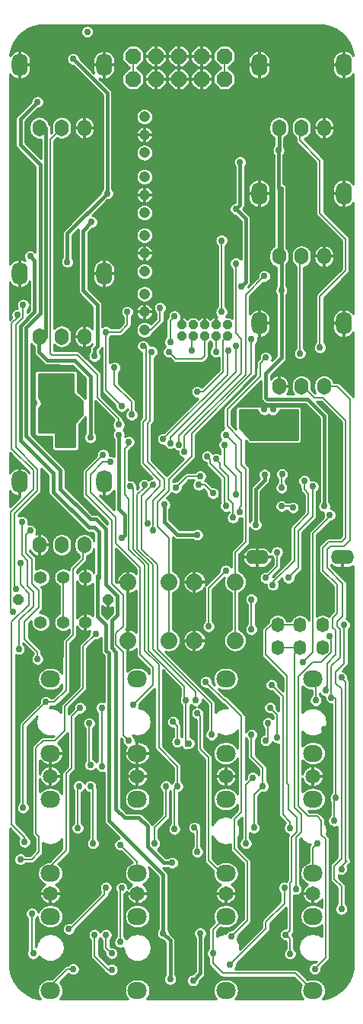
<source format=gbl>
G04 DipTrace 3.2.0.1*
G04 microburst_fixed_heatsink.GBL*
%MOIN*%
G04 #@! TF.FileFunction,Copper,L2,Bot*
G04 #@! TF.Part,Single*
%AMOUTLINE15*
4,1,8,
-0.020325,0.008419,
-0.008419,0.020325,
0.008419,0.020325,
0.020325,0.008419,
0.020325,-0.008419,
0.008419,-0.020325,
-0.008419,-0.020325,
-0.020325,-0.008419,
-0.020325,0.008419,
0*%
%AMOUTLINE16*
4,1,8,
0.034184,-0.014159,
0.014159,-0.034184,
-0.014159,-0.034184,
-0.034184,-0.014159,
-0.034184,0.014159,
-0.014159,0.034184,
0.014159,0.034184,
0.034184,0.014159,
0.034184,-0.014159,
0*%
%AMOUTLINE19*
4,1,8,
-0.02197,-0.0091,
-0.0091,-0.02197,
0.0091,-0.02197,
0.02197,-0.0091,
0.02197,0.0091,
0.0091,0.02197,
-0.0091,0.02197,
-0.02197,0.0091,
-0.02197,-0.0091,
0*%
G04 #@! TA.AperFunction,Conductor*
%ADD13C,0.015*%
%ADD16C,0.008*%
%ADD17C,0.007*%
G04 #@! TA.AperFunction,CopperBalancing*
%ADD18C,0.009*%
%ADD19C,0.013*%
%ADD20C,0.01*%
G04 #@! TA.AperFunction,ComponentPad*
%ADD38O,0.085X0.075*%
%ADD39C,0.065*%
%ADD40C,0.047559*%
%ADD43O,0.06X0.074*%
%ADD44O,0.07X0.1*%
%ADD45C,0.055433*%
%ADD46C,0.074*%
%ADD48O,0.055512X0.065*%
%ADD49O,0.102362X0.062992*%
G04 #@! TA.AperFunction,ViaPad*
%ADD50C,0.03*%
G04 #@! TA.AperFunction,ComponentPad*
%ADD121OUTLINE15*%
%ADD122OUTLINE16*%
%ADD125OUTLINE19*%
%FSLAX26Y26*%
G04*
G70*
G90*
G75*
G01*
G04 Bottom*
%LPD*%
X1492360Y2487479D2*
D13*
Y2643728D1*
X1530450Y2681819D1*
Y2706228D1*
X1092360Y2574979D2*
Y2499978D1*
X1148609Y2443728D1*
X1236110D1*
X1404860Y3868728D2*
X1448609Y3824979D1*
Y3549978D1*
X1429860Y3531228D1*
X1423609Y4074478D2*
Y3887478D1*
X1404860Y3868728D1*
X785790Y3224979D2*
Y3256199D1*
X798289Y3268698D1*
Y3449929D1*
X735795Y3512423D1*
Y3774895D1*
X773291Y3812391D1*
X1593934Y3661888D2*
Y3961396D1*
X1592360D1*
Y4124979D1*
X1593934D1*
Y4224387D1*
X543934Y3311388D2*
X573609D1*
Y4224387D1*
X543934D1*
X1604860Y3512479D2*
Y3961396D1*
X1593934D1*
X1792360Y2568728D2*
Y2962479D1*
X1717360Y3037479D1*
X1542358D1*
X1536109Y3043728D1*
Y3149978D1*
X1604860Y3218728D1*
Y3650963D1*
X1593934Y3661888D1*
X767360Y2870008D2*
Y3137478D1*
X698609Y3206228D1*
X579860D1*
X542360Y3243728D1*
Y3309814D1*
X543934Y3311388D1*
X892360Y2881228D2*
Y2556228D1*
X917360Y2531228D1*
Y2443728D1*
X904860Y2431228D1*
X473323Y1249160D2*
D17*
Y1611622D1*
X573312Y1711612D1*
X610241D1*
X661109Y1762479D1*
Y1974978D1*
X692360Y2006228D1*
Y2293730D1*
X736109Y2337479D1*
Y2394711D1*
X740785Y2399387D1*
X1823609Y1731228D2*
Y1868728D1*
X1861109Y1906228D1*
Y2031228D1*
X1848609Y2043728D1*
Y2062479D1*
X1873609Y2087479D1*
Y2231230D1*
X1804433Y2300406D1*
Y2380802D1*
X1817360Y2393728D1*
X1879860D1*
X1904860Y2418728D1*
Y3037478D1*
X1849199Y3093138D1*
X1790785D1*
X1823609Y1731228D2*
X1842360D1*
Y1293728D1*
X1835680Y1287049D1*
Y1192916D1*
X1484356Y1162478D2*
X1486109D1*
Y1306228D1*
X1523609Y1343728D1*
Y1423745D1*
X1473218Y1474136D1*
Y1568728D1*
X1298609D2*
Y1706228D1*
X1061109Y1943728D1*
Y2312479D1*
X992360Y2381228D1*
Y2612479D1*
X1042360Y2662479D1*
X1117360Y2843728D2*
Y2868730D1*
X1404860Y3156230D1*
Y3268728D1*
X1773609Y3262479D2*
Y3487479D1*
X1886109Y3599979D1*
Y3737479D1*
X1773609Y3849979D1*
Y4081228D1*
X1686109Y4168728D1*
Y4218136D1*
X1692360Y4224387D1*
X1186109Y1718728D2*
D16*
Y1518728D1*
X1198609Y1531228D1*
X942360Y2656228D2*
D17*
Y2662479D1*
X954860Y2649979D1*
Y2381228D1*
X1023609Y2312479D1*
Y1937479D1*
X1179860Y1781228D1*
Y1724978D1*
X1186109Y1718728D1*
X1607222Y2708592D2*
X1604860Y2706230D1*
Y2649979D1*
X1242360Y2662479D2*
X1267360D1*
X1304860Y2624979D1*
X1654860Y2562478D2*
D16*
X1652010Y2565327D1*
X1655412Y2568728D1*
X1604860D1*
X1361109D2*
Y2581230D1*
X1354860Y2587479D1*
Y2693728D1*
X1292360Y2756228D1*
Y2774979D1*
X1279860Y2787479D1*
X1392360Y2518728D2*
Y2581228D1*
X1373609Y2599979D1*
Y2699979D1*
X1336109Y2737479D1*
Y2756230D1*
X1317360Y2774979D1*
X1404860Y2618728D2*
Y2699979D1*
X1354860Y2749979D1*
Y2837478D1*
X1423609Y2543728D2*
Y2562478D1*
X1429860Y2568728D1*
Y2712478D1*
X1404860Y2737478D1*
Y2837479D1*
X1361110Y2881228D1*
X1317360Y3243728D2*
D17*
Y3312480D1*
X1211109Y3249979D2*
Y3306229D1*
X1217360Y3312480D1*
X1267360D2*
Y3224979D1*
X1254860Y3212479D1*
X1142358D1*
X1111109Y3243728D1*
X1236109Y3068728D2*
X1261109D1*
X1348609Y3156228D1*
Y3293729D1*
X1367360Y3312480D1*
X1117360Y3287478D2*
Y3381228D1*
X1136110Y3399979D1*
X1342360Y3418728D2*
Y3731228D1*
X1154860Y2837478D2*
Y2874978D1*
X1429860Y3149978D1*
Y3299978D1*
X1404860Y3324978D1*
Y3631228D1*
X448609Y3406228D2*
Y3393728D1*
X423609Y3368728D1*
Y2818730D1*
X517360Y2724979D1*
Y2643728D1*
X417360Y2543728D1*
Y2118728D1*
X429860Y2106228D1*
X1179860Y2806228D2*
Y2874978D1*
X1448609Y3143727D1*
Y3493728D1*
X1529860Y3574979D1*
X1566958Y2224058D2*
Y2236556D1*
X1660698Y2330297D1*
Y2474031D1*
X1723192Y2536525D1*
Y2624016D1*
X1704444Y2642764D1*
Y2680260D1*
X1585706Y2367793D2*
Y2305299D1*
X1535711Y2255304D1*
X1360730Y2286551D2*
X1285738Y2211559D1*
Y2042827D1*
X762299Y1618728D2*
D16*
Y1442538D1*
X767360Y1437478D1*
X1048207Y1093728D2*
Y1162076D1*
X1098609Y1212478D1*
Y1343728D1*
X1546358Y1620549D2*
Y1553978D1*
X1536109Y1543728D1*
X1448609Y1093728D2*
Y1349978D1*
X1479860Y1381228D1*
X1473218Y2029408D2*
Y2161564D1*
X1248610Y2699979D2*
D17*
X1192360D1*
X1142360Y2649979D1*
X1361109Y774478D2*
D16*
X1304860Y718228D1*
Y612479D1*
Y568727D1*
X1348609Y524978D1*
X1666860D1*
X1742360Y449478D1*
X1750749Y543728D2*
D17*
Y545545D1*
X1798184Y592979D1*
Y1111675D1*
X1779436Y1130423D1*
Y1192916D1*
X1760688Y1211664D1*
X1723192D1*
X1679446Y1255409D1*
Y1824100D1*
X1741940Y1886593D1*
X1779436D1*
X1823181Y1930339D1*
Y1992832D1*
X1816932Y1999081D1*
X1386109Y687479D2*
X1454860Y756230D1*
Y1012478D1*
X1398609Y1068728D1*
Y1199978D1*
X1429860Y1231228D1*
Y1648731D1*
X1354860Y1723731D1*
Y1718728D1*
X1273609Y1799979D1*
X1148609Y1537478D2*
D16*
Y1606228D1*
X1129860Y1624978D1*
X861709Y541513D2*
X844575D1*
X786109Y599979D1*
Y693728D1*
X1798609Y1762478D2*
D17*
Y1781228D1*
X1804860D1*
Y1881228D1*
X1842360Y1918728D1*
Y2024979D1*
X1829860Y2037479D1*
Y2081230D1*
X1848609Y2099979D1*
Y2224979D1*
X1785685Y2287903D1*
Y2387055D1*
X1811109Y2412479D1*
X1867360D1*
X1886109Y2431228D1*
Y2943730D1*
X1786110Y3043728D1*
X1748610D1*
X1692360Y3099979D1*
Y3093138D1*
X836109Y693728D2*
D16*
Y637478D1*
X861109Y612478D1*
X712209Y1160657D2*
Y1338577D1*
X717360Y1343728D1*
X460824Y1024184D2*
D17*
X510819D1*
X542066Y1055430D1*
Y1124173D1*
X529567Y1136672D1*
Y1511633D1*
X560814Y1542879D1*
X610808D1*
X654554Y1586625D1*
Y1692864D1*
X735795Y1774105D1*
Y1955336D1*
X792039Y2011580D1*
X517360Y612478D2*
D16*
X511109D1*
Y787478D1*
X673609Y718728D2*
D17*
Y712478D1*
X829860Y868728D1*
Y893728D1*
X836109Y899978D1*
X898609Y662478D2*
Y905115D1*
X904528Y899197D1*
X479860Y1099979D2*
Y1118728D1*
X423609Y1174979D1*
Y2062478D1*
X498609Y2137478D1*
Y2187479D1*
X461109Y2224979D1*
Y2318728D1*
X1588360Y2049979D2*
D16*
X1686360Y2049703D1*
X1642360Y610657D2*
Y674978D1*
X1623609Y693728D1*
X1588360Y2049979D2*
D17*
X1561110D1*
X1536109Y2024978D1*
Y1918730D1*
X1629860Y1824979D1*
Y1356228D1*
X1636109Y1349979D1*
Y1243730D1*
X1673609Y1206230D1*
Y1143728D1*
X1648609Y1118728D1*
Y924978D1*
X1642360Y918728D1*
Y712479D1*
X1623609Y693728D1*
X1686360Y1949703D2*
D16*
X1588367Y1949979D1*
X1667360Y893728D2*
D17*
Y1118728D1*
X1692360Y1143728D1*
Y1218728D1*
X1661109Y1249979D1*
Y1924453D1*
X1686360Y1949703D1*
X954860Y4437478D2*
Y4537478D1*
X1379860Y562479D2*
D16*
X1536109Y718728D1*
Y749978D1*
X1617360Y831228D1*
Y899978D1*
X1354860Y4437478D2*
D17*
Y4537478D1*
X592360Y449479D2*
D16*
X572479D1*
X666728Y543728D1*
X692000D1*
X1361109Y961978D2*
D17*
X1342860D1*
X1286109Y1018728D1*
Y1468728D1*
X1248609Y1506228D1*
Y1649979D1*
X1236109Y1662479D1*
X1754860Y1718728D2*
Y1800479D1*
X1742360Y1812979D1*
X1642360Y1160657D2*
D16*
Y1187479D1*
X1611109Y1218730D1*
Y1737479D1*
X1561109Y1787479D1*
X1742360Y961978D2*
D17*
Y1074598D1*
X1760688Y1092927D1*
X1236109Y1056228D2*
Y1149979D1*
X1223609Y1162479D1*
X973610Y961978D2*
D16*
Y1012476D1*
X898609Y1087478D1*
X1004860Y3340003D2*
D17*
X1032076D1*
X1073260Y3381186D1*
Y3437430D1*
X1867360Y806228D2*
D16*
Y906228D1*
X1836109Y937479D1*
Y993727D1*
X1867360Y1024978D1*
Y1768728D1*
X1842360Y1793728D1*
Y1843728D1*
X1879860Y1881228D1*
Y2049979D1*
X1867360Y981228D2*
D17*
Y993728D1*
X1891659Y1018028D1*
X1886109D1*
Y1799979D1*
X1867360Y1818728D1*
X592360Y961978D2*
Y993730D1*
X660803Y1062173D1*
Y1399144D1*
X685801Y1424142D1*
Y1649118D1*
X723297Y1686614D1*
X892360Y2924979D2*
Y2949978D1*
X798609Y3043728D1*
Y3143728D1*
X711109Y3231228D1*
X598610D1*
X592360Y3237479D1*
Y4174387D1*
X642360Y4224387D1*
X536109Y1899979D2*
Y1931230D1*
X479860Y1987479D1*
Y2062479D1*
X542360Y2124979D1*
Y2199978D1*
X511109Y2231228D1*
Y2337479D1*
X486109Y2362479D1*
Y2443728D1*
X504860Y2462479D1*
X1042360D2*
Y2593728D1*
X1092360Y2643728D1*
Y2687479D1*
X1017360Y2762479D1*
Y2931228D1*
X1029860Y2943728D1*
Y3237479D1*
X1036109Y3243728D1*
X779860Y1093728D2*
D16*
Y1331228D1*
X767360Y1343728D1*
X935774Y1542879D2*
D17*
X911109Y1567545D1*
Y1931230D1*
X879860Y1962479D1*
Y2012479D1*
X911109Y2043728D1*
Y2181228D1*
X861109Y2231228D1*
Y2506230D1*
X748609Y2618730D1*
Y2718728D1*
X823609Y2793728D1*
X454860Y1943728D2*
Y2068728D1*
X517360Y2131228D1*
Y2193728D1*
X492360Y2218728D1*
Y2331228D1*
X467360Y2356228D1*
Y2499979D1*
X998609Y3268728D2*
X1011109D1*
Y2949978D1*
X998609Y2937478D1*
Y2756228D1*
X1073609Y2681228D1*
Y2656227D1*
X1011109Y2593727D1*
Y2493728D1*
X1017360D1*
X929860Y3418728D2*
Y3362478D1*
X898610Y3331228D1*
X836109D1*
Y3074979D1*
X904860Y3006228D1*
X1741940Y2655262D2*
Y2524026D1*
X1679446Y2461533D1*
Y2299050D1*
X1635701Y2255304D1*
X1816932Y2530276D2*
Y2524026D1*
X1741940Y2449034D1*
Y1930339D1*
X1698194Y1886593D1*
X817360Y1687479D2*
D16*
Y1431228D1*
X854860Y2762479D2*
D17*
X823609D1*
X767360Y2706230D1*
Y2631228D1*
X879860Y2518728D1*
Y2406228D1*
X986109Y2299979D1*
Y1918730D1*
X1042360Y1862479D1*
Y1787479D1*
X954860Y1699979D1*
X948609Y2968433D2*
Y3024979D1*
X873609Y3099979D1*
Y3174978D1*
X1401609Y1981479D2*
Y2237479D1*
Y2365479D1*
X1448609Y2412479D1*
Y2731230D1*
X1429860Y2749979D1*
Y2856228D1*
X1367360Y2918728D1*
Y2993728D1*
X1511109Y3137478D1*
Y3193727D1*
X1536110Y3218728D1*
X1111360Y1981479D2*
Y2237479D1*
Y2430978D1*
X1061109Y2481228D1*
Y2587479D1*
X1111109Y2637479D1*
Y2687478D1*
X1211109Y2787478D1*
Y2887478D1*
X1473609Y3149978D1*
Y3299979D1*
X648609Y2060953D2*
Y2257803D1*
X473609Y3449979D2*
Y3393727D1*
X442360Y3362478D1*
Y2824980D1*
X535751Y2731589D1*
Y2637119D1*
X436109Y2537478D1*
Y2212479D1*
X442360Y2206228D1*
X1136109Y1156228D2*
D16*
Y1331228D1*
X1148609Y1343728D1*
D17*
Y1431230D1*
X1067360Y1512479D1*
Y1874979D1*
X1004860Y1937479D1*
Y2312479D1*
X936109Y2381230D1*
Y2599979D1*
X917360Y2618728D1*
Y2818730D1*
X936109Y2837479D1*
Y2850323D1*
X1086110Y2862479D2*
X1367360Y3143728D1*
Y3243727D1*
X1373610Y3249978D1*
X1686109Y3237479D2*
Y3655638D1*
X1692360Y3661888D1*
X1586109Y1556228D2*
Y1656228D1*
X1554860Y1687478D1*
X1229860Y1718728D2*
Y1756228D1*
X1042360Y1943728D1*
Y2312479D1*
X973609Y2381230D1*
Y2618728D1*
X1004860Y2649979D1*
Y2662478D1*
X1248609Y699978D2*
D13*
Y524978D1*
X1217360Y493728D1*
X1117360Y499979D2*
Y668727D1*
X1086109Y699978D1*
Y956228D1*
X848609Y1193728D1*
Y1924979D1*
X836109Y1937479D1*
Y2049978D1*
X798609Y2087478D1*
Y2262479D1*
X804860Y2256228D1*
Y2456228D1*
X786109Y2474979D1*
X761021D1*
X604860Y2631140D1*
Y2712479D1*
X461109Y2856230D1*
Y3356228D1*
X523609Y3418728D1*
Y3643730D1*
X504932Y3662407D1*
X667052Y3637409D2*
Y3762224D1*
X842000Y3937172D1*
Y4375337D1*
X692360Y4524978D1*
X1126583Y1008423D2*
X1090165D1*
X1017360Y1081228D1*
Y1168728D1*
X979860Y1206228D1*
X917360D1*
X879860Y1243728D1*
Y1931228D1*
X861109Y1949979D1*
Y2068728D1*
X886109Y2093728D1*
Y2174979D1*
X836109Y2224979D1*
Y2468728D1*
X792358Y2512479D1*
X767272D1*
X636109Y2643642D1*
Y2724979D1*
X486109Y2874979D1*
Y3349978D1*
X548251Y3412119D1*
Y4062837D1*
X461109Y4149979D1*
Y4262478D1*
X536109Y4337478D1*
D50*
X1492360Y2487479D3*
X1530450Y2706228D3*
X1236110Y2443728D3*
X1092360Y2574979D3*
X1429860Y3531228D3*
X1404860Y3868728D3*
X1429860Y3531228D3*
X1530450Y2706228D3*
X1423609Y4074478D3*
X1404860Y3868728D3*
X785790Y3224979D3*
X773291Y3812391D3*
X1604860Y3512479D3*
X1792360Y2568728D3*
X767360Y2870008D3*
X892360Y2881228D3*
X904860Y2431228D3*
X1592360Y4124979D3*
X473323Y1249160D3*
X573312Y1711612D3*
X1823609Y1731228D3*
D3*
X1835680Y1192916D3*
X1842360Y1293728D3*
X1523609Y1343728D3*
X1484356Y1162478D3*
X1473218Y1568728D3*
X1298609D3*
X1042360Y2662479D3*
X1117360Y2843728D3*
X1404860Y3268728D3*
X1773609Y3262479D3*
X1198609Y1531228D3*
X1186109Y1718728D3*
X942360Y2656228D3*
X1186109Y1718728D3*
X1607222Y2708592D3*
X1604860Y2649979D3*
X1242360Y2662479D3*
X1304860Y2624979D3*
X1654860Y2562478D3*
X1604860Y2568728D3*
X1361109D3*
X1279860Y2787479D3*
X1604860Y2568728D3*
X1392360Y2518728D3*
X1317360Y2774979D3*
X1404860Y2618728D3*
X1354860Y2837478D3*
X1423609Y2543728D3*
X1361110Y2881228D3*
X1317360Y3243728D3*
X1211109Y3249979D3*
X1111109Y3243728D3*
X1236109Y3068728D3*
X1117360Y3287478D3*
X1136110Y3399979D3*
X1342360Y3418728D3*
Y3731228D3*
X1154860Y2837478D3*
X1404860Y3631228D3*
X448609Y3406228D3*
X429860Y2106228D3*
X1179860Y2806228D3*
X1529860Y3574979D3*
X1566958Y2224058D3*
X1704444Y2680260D3*
X1585706Y2367793D3*
X1535711Y2255304D3*
X1360730Y2286551D3*
X1285738Y2042827D3*
X767360Y1437478D3*
X762299Y1618728D3*
X1098609Y1343728D3*
X1048207Y1093728D3*
X1536109Y1543728D3*
X1546358Y1620549D3*
X1479860Y1381228D3*
X1448609Y1093728D3*
X1473218Y2029408D3*
Y2161564D3*
X1248610Y2699979D3*
X1142360Y2649979D3*
X1304860Y612479D3*
X1816932Y1999081D3*
X1750749Y543728D3*
X1386109Y687479D3*
X1273609Y1799979D3*
X1148609Y1537478D3*
X1129860Y1624978D3*
X786109Y693728D3*
X861709Y541513D3*
X1798609Y1762478D3*
X836109Y693728D3*
X861109Y612478D3*
X717360Y1343728D3*
X712209Y1160657D3*
X460824Y1024184D3*
X792039Y2011580D3*
X517360Y612478D3*
X511109Y787478D3*
X673609Y718728D3*
X836109Y899978D3*
X898609Y662478D3*
X904528Y899197D3*
X479860Y1099979D3*
X461109Y2318728D3*
X1642360Y610657D3*
X1623609Y693728D3*
X1667360Y893728D3*
X1379860Y562479D3*
X1617360Y899978D3*
D3*
X692000Y543728D3*
X1236109Y1662479D3*
X1754860Y1718728D3*
X1642360Y1160657D3*
X1561109Y1787479D3*
X1760688Y1092927D3*
X1236109Y1056228D3*
X1223609Y1162479D3*
X898609Y1087478D3*
X1073260Y3437430D3*
X1867360Y806228D3*
X1879860Y2049979D3*
X1867360Y981228D3*
Y1818728D3*
X723297Y1686614D3*
X892360Y2924979D3*
X536109Y1899979D3*
X504860Y2462479D3*
X1042360D3*
X1036109Y3243728D3*
X779860Y1093728D3*
X767360Y1343728D3*
X935774Y1542879D3*
X823609Y2793728D3*
X767360Y1343728D3*
X454860Y1943728D3*
X467360Y2499979D3*
X998609Y3268728D3*
X1017360Y2493728D3*
X929860Y3418728D3*
X836109Y3331228D3*
X904860Y3006228D3*
X1741940Y2655262D3*
X1635701Y2255304D3*
X1816932Y2530276D3*
X1698194Y1886593D3*
X817360Y1431228D3*
Y1687479D3*
X854860Y2762479D3*
X954860Y1699979D3*
X948609Y2968433D3*
X873609Y3174978D3*
X1536110Y3218728D3*
X1473609Y3299979D3*
X473609Y3449979D3*
X442360Y2206228D3*
X1136109Y1156228D3*
X1148609Y1343728D3*
X936109Y2850323D3*
X1086110Y2862479D3*
X1373610Y3249978D3*
X1686109Y3237479D3*
X1586109Y1556228D3*
X1554860Y1687478D3*
X1229860Y1718728D3*
X1004860Y2662478D3*
X1248609Y699978D3*
X1217360Y493728D3*
X1117360Y499979D3*
X1086109Y699978D3*
X504932Y3662407D3*
X667052Y3637409D3*
X692360Y4524978D3*
X842000Y3937172D3*
X536109Y4337478D3*
X1126583Y1008423D3*
X1610703Y2186562D3*
X1773186Y2130318D3*
X1710693Y2399039D3*
X1623202D3*
X723609Y693728D3*
X1554860Y862479D3*
X1236109Y768728D3*
X1829860Y881228D3*
X1504860Y462479D3*
Y606228D3*
X1461109Y699979D3*
X1836109Y1062479D3*
X1804860Y1424979D3*
X1792360Y1593728D3*
X1861109Y474979D3*
X1067360Y443728D3*
X1261109Y437479D3*
X698609Y3418728D3*
X961109Y3137479D3*
X1073609Y2999979D3*
X1179860Y3024979D3*
X1467360Y2824979D3*
X1667360Y2831228D3*
X1660698Y2680260D3*
X523609Y3018728D3*
X579860Y2849979D3*
X661109Y2774979D3*
X529860Y3187479D3*
X736109Y3081228D3*
X754860Y4643728D3*
X736109Y2912479D3*
X1123609Y1787479D3*
X1861109Y3493728D3*
X1567360Y2993728D3*
X1829430Y2642764D3*
X1748609Y2943728D3*
Y2843728D3*
X1529860Y2993728D3*
X1848251Y3631500D3*
X1117360Y2774979D3*
X1723609Y3337479D3*
X1311109Y3481228D3*
X1404860Y3681228D3*
X1173609Y2481228D3*
X1242360Y2862479D3*
X948609Y2912479D3*
X492360Y3774979D3*
Y3737479D3*
X1198247Y1411643D3*
X1566958D3*
X729546Y1399144D3*
X1229493Y1230412D3*
X1304486Y1936588D3*
X585811Y1955336D3*
X1498215Y1030433D3*
X1460719Y1424142D3*
X512071Y4664631D2*
D18*
X734058D1*
X775655D2*
X1821933D1*
X491944Y4655762D2*
X727730D1*
X781983D2*
X1842042D1*
X479042Y4646894D2*
X725269D1*
X784444D2*
X1854962D1*
X466878Y4638025D2*
X725673D1*
X784057D2*
X1867126D1*
X458124Y4629156D2*
X729048D1*
X780665D2*
X1875880D1*
X449370Y4620287D2*
X737117D1*
X772596D2*
X1884634D1*
X443112Y4611419D2*
X1890892D1*
X437171Y4602550D2*
X1896833D1*
X431704Y4593681D2*
X1902300D1*
X427924Y4584812D2*
X935433D1*
X974288D2*
X1035417D1*
X1074290D2*
X1135419D1*
X1174292D2*
X1235421D1*
X1274294D2*
X1335423D1*
X1374296D2*
X1906079D1*
X424163Y4575944D2*
X924482D1*
X985239D2*
X1024484D1*
X1085241D2*
X1124486D1*
X1185243D2*
X1224488D1*
X1285245D2*
X1324490D1*
X1385229D2*
X1909841D1*
X420876Y4567075D2*
X915605D1*
X994098D2*
X1015607D1*
X1094100D2*
X1115609D1*
X1194102D2*
X1215611D1*
X1294104D2*
X1315613D1*
X1394106D2*
X1913128D1*
X418960Y4558206D2*
X433648D1*
X480993D2*
X803720D1*
X851065D2*
X907572D1*
X1002149D2*
X1007558D1*
X1102151D2*
X1107576D1*
X1202153D2*
X1207578D1*
X1302155D2*
X1307580D1*
X1402139D2*
X1483642D1*
X1530987D2*
X1853732D1*
X1901077D2*
X1915044D1*
X417026Y4549337D2*
X421693D1*
X492963D2*
X675980D1*
X708735D2*
X791767D1*
X863036D2*
X905919D1*
X1403809D2*
X1471689D1*
X1542958D2*
X1841761D1*
X499907Y4540469D2*
X667103D1*
X717612D2*
X784824D1*
X869979D2*
X905919D1*
X1403809D2*
X1464728D1*
X1549901D2*
X1834818D1*
X504161Y4531600D2*
X663376D1*
X721356D2*
X780552D1*
X874251D2*
X905919D1*
X1403809D2*
X1460474D1*
X1554172D2*
X1830546D1*
X506463Y4522731D2*
X662691D1*
X725715D2*
X778249D1*
X876536D2*
X905937D1*
X1403792D2*
X1458171D1*
X1556458D2*
X1828261D1*
X507079Y4513862D2*
X664818D1*
X734575D2*
X777634D1*
X877151D2*
X909646D1*
X1000075D2*
X1009648D1*
X1100077D2*
X1109650D1*
X1200079D2*
X1209652D1*
X1300081D2*
X1309636D1*
X1400083D2*
X1457556D1*
X1557073D2*
X1827646D1*
X507079Y4504993D2*
X670636D1*
X743452D2*
X777634D1*
X877151D2*
X918505D1*
X991215D2*
X1018507D1*
X1091217D2*
X1118492D1*
X1191219D2*
X1218494D1*
X1291221D2*
X1318496D1*
X1391223D2*
X1457556D1*
X1557073D2*
X1827646D1*
X507079Y4496125D2*
X690113D1*
X752329D2*
X777634D1*
X877151D2*
X927365D1*
X982356D2*
X1027367D1*
X1082358D2*
X1127369D1*
X1182342D2*
X1227371D1*
X1282344D2*
X1327372D1*
X1382346D2*
X1457556D1*
X1557073D2*
X1827646D1*
X507079Y4487256D2*
X698972D1*
X761188D2*
X777634D1*
X877151D2*
X936593D1*
X973128D2*
X1336601D1*
X1373118D2*
X1457556D1*
X1557073D2*
X1827646D1*
X506639Y4478387D2*
X707849D1*
X770065D2*
X778091D1*
X876712D2*
X926925D1*
X982796D2*
X1026927D1*
X1082797D2*
X1126929D1*
X1182799D2*
X1226931D1*
X1282801D2*
X1326933D1*
X1382786D2*
X1458013D1*
X1556633D2*
X1828085D1*
X504565Y4469518D2*
X716708D1*
X874655D2*
X918048D1*
X991655D2*
X1018050D1*
X1091657D2*
X1118052D1*
X1191659D2*
X1218054D1*
X1291661D2*
X1318056D1*
X1391663D2*
X1460070D1*
X1554577D2*
X1830142D1*
X500592Y4460650D2*
X725585D1*
X870665D2*
X909242D1*
X1000479D2*
X1009244D1*
X1100481D2*
X1109246D1*
X1200465D2*
X1209247D1*
X1300467D2*
X1309249D1*
X1400469D2*
X1464042D1*
X1550587D2*
X1834132D1*
X415409Y4451781D2*
X420580D1*
X494071D2*
X734445D1*
X864143D2*
X905919D1*
X1403809D2*
X1470564D1*
X1544065D2*
X1840654D1*
X415409Y4442912D2*
X431574D1*
X483067D2*
X743322D1*
X853157D2*
X905919D1*
X1403809D2*
X1481568D1*
X1533079D2*
X1851640D1*
X1903151D2*
X1918595D1*
X415409Y4434043D2*
X752181D1*
X814397D2*
X905919D1*
X1403809D2*
X1918595D1*
X415409Y4425175D2*
X761058D1*
X823274D2*
X905919D1*
X1403809D2*
X1918595D1*
X415409Y4416306D2*
X769917D1*
X832133D2*
X907818D1*
X1001903D2*
X1007820D1*
X1101905D2*
X1107822D1*
X1201907D2*
X1207824D1*
X1301891D2*
X1307826D1*
X1401893D2*
X1918595D1*
X415409Y4407437D2*
X778794D1*
X841010D2*
X916062D1*
X993659D2*
X1016064D1*
X1093661D2*
X1116048D1*
X1193663D2*
X1216050D1*
X1293665D2*
X1316052D1*
X1393667D2*
X1918595D1*
X415409Y4398568D2*
X787654D1*
X849870D2*
X924921D1*
X984799D2*
X1024923D1*
X1084801D2*
X1124925D1*
X1184786D2*
X1224927D1*
X1284788D2*
X1324929D1*
X1384790D2*
X1918595D1*
X415409Y4389699D2*
X796531D1*
X858712D2*
X937103D1*
X972618D2*
X1037105D1*
X1072620D2*
X1137107D1*
X1172622D2*
X1237109D1*
X1272624D2*
X1337093D1*
X1372626D2*
X1918595D1*
X415409Y4380831D2*
X805408D1*
X863546D2*
X1918595D1*
X415409Y4371962D2*
X814267D1*
X864266D2*
X1918595D1*
X415409Y4363093D2*
X521908D1*
X550303D2*
X819734D1*
X864266D2*
X1918595D1*
X415409Y4354224D2*
X511712D1*
X560516D2*
X819734D1*
X864266D2*
X1918595D1*
X415409Y4345356D2*
X507441D1*
X564770D2*
X819734D1*
X864266D2*
X1918595D1*
X415409Y4336487D2*
X504013D1*
X565860D2*
X819734D1*
X864266D2*
X1918595D1*
X415409Y4327618D2*
X495136D1*
X564137D2*
X819734D1*
X864266D2*
X1918595D1*
X415409Y4318749D2*
X486277D1*
X558969D2*
X819734D1*
X864266D2*
X1918595D1*
X415409Y4309881D2*
X477400D1*
X545452D2*
X819734D1*
X864266D2*
X999699D1*
X1010024D2*
X1918595D1*
X415409Y4301012D2*
X468540D1*
X530756D2*
X819734D1*
X864266D2*
X979413D1*
X1030309D2*
X1918595D1*
X415409Y4292143D2*
X459663D1*
X521879D2*
X819734D1*
X864266D2*
X971855D1*
X1037850D2*
X1918595D1*
X415409Y4283274D2*
X450804D1*
X513020D2*
X819734D1*
X864266D2*
X967900D1*
X1041823D2*
X1918595D1*
X415409Y4274406D2*
X442490D1*
X504143D2*
X534476D1*
X553379D2*
X632913D1*
X651817D2*
X731333D1*
X750237D2*
X819734D1*
X864266D2*
X966371D1*
X1043352D2*
X1584488D1*
X1603391D2*
X1682908D1*
X1701811D2*
X1781328D1*
X1800231D2*
X1918595D1*
X415409Y4265537D2*
X439062D1*
X495284D2*
X515509D1*
X572364D2*
X613929D1*
X670784D2*
X712367D1*
X769204D2*
X819734D1*
X864266D2*
X966968D1*
X1042754D2*
X1565503D1*
X1622358D2*
X1663941D1*
X1720778D2*
X1762361D1*
X1819215D2*
X1918595D1*
X415409Y4256668D2*
X438851D1*
X486407D2*
X507195D1*
X580678D2*
X605615D1*
X679098D2*
X704052D1*
X777518D2*
X819734D1*
X864266D2*
X969798D1*
X1039907D2*
X1557189D1*
X1630672D2*
X1655626D1*
X1729092D2*
X1754046D1*
X1827530D2*
X1918595D1*
X415409Y4247799D2*
X438851D1*
X483366D2*
X502361D1*
X585512D2*
X600781D1*
X683932D2*
X699218D1*
X782352D2*
X819734D1*
X864266D2*
X975546D1*
X1034176D2*
X1552355D1*
X1635506D2*
X1650792D1*
X1733926D2*
X1749212D1*
X1832364D2*
X1918595D1*
X415409Y4238930D2*
X438851D1*
X483366D2*
X499829D1*
X590153D2*
X598249D1*
X686463D2*
X696687D1*
X784883D2*
X819734D1*
X864266D2*
X986902D1*
X1022821D2*
X1549824D1*
X1638038D2*
X1648261D1*
X1736458D2*
X1746681D1*
X1834895D2*
X1918595D1*
X415409Y4230062D2*
X438851D1*
X483366D2*
X499179D1*
X687114D2*
X696019D1*
X785551D2*
X819734D1*
X864266D2*
X994074D1*
X1015649D2*
X1549173D1*
X1638688D2*
X1647593D1*
X1737126D2*
X1746031D1*
X1835546D2*
X1918595D1*
X415409Y4221193D2*
X438851D1*
X483366D2*
X499179D1*
X687114D2*
X696019D1*
X785551D2*
X819734D1*
X864266D2*
X978201D1*
X1031504D2*
X1549173D1*
X1638688D2*
X1647593D1*
X1737126D2*
X1746031D1*
X1835546D2*
X1918595D1*
X415409Y4212324D2*
X438851D1*
X483366D2*
X499460D1*
X686833D2*
X696318D1*
X785253D2*
X819734D1*
X864266D2*
X971222D1*
X1038501D2*
X1549472D1*
X1638407D2*
X1647892D1*
X1736827D2*
X1746312D1*
X1835247D2*
X1918595D1*
X415409Y4203455D2*
X438851D1*
X483366D2*
X501447D1*
X684846D2*
X698304D1*
X783266D2*
X819734D1*
X864266D2*
X967601D1*
X1042122D2*
X1551441D1*
X1636421D2*
X1649878D1*
X1734840D2*
X1748298D1*
X1833278D2*
X1918595D1*
X415409Y4194587D2*
X438851D1*
X483366D2*
X505560D1*
X680733D2*
X702417D1*
X779153D2*
X819734D1*
X864266D2*
X966335D1*
X1043387D2*
X1555572D1*
X1632307D2*
X1653992D1*
X1730727D2*
X1752412D1*
X1829147D2*
X1918595D1*
X415409Y4185718D2*
X438851D1*
X483366D2*
X512697D1*
X673596D2*
X709537D1*
X772034D2*
X819734D1*
X864266D2*
X967179D1*
X1042526D2*
X1562691D1*
X1625171D2*
X1661111D1*
X1723608D2*
X1759548D1*
X1822028D2*
X1918595D1*
X415409Y4176849D2*
X438851D1*
X483366D2*
X526285D1*
X660008D2*
X723142D1*
X758428D2*
X819734D1*
X864266D2*
X970326D1*
X1039397D2*
X1571673D1*
X1616188D2*
X1667843D1*
X1710003D2*
X1773136D1*
X1808422D2*
X1918595D1*
X415409Y4167980D2*
X438851D1*
X483366D2*
X551351D1*
X611405D2*
X819734D1*
X864266D2*
X976513D1*
X1033210D2*
X1571673D1*
X1616188D2*
X1667861D1*
X1712305D2*
X1918595D1*
X415409Y4159112D2*
X438851D1*
X483366D2*
X551351D1*
X610614D2*
X819734D1*
X864266D2*
X989222D1*
X1020501D2*
X1571673D1*
X1616188D2*
X1670761D1*
X1721182D2*
X1918595D1*
X415409Y4150243D2*
X438851D1*
X491962D2*
X551351D1*
X610614D2*
X819734D1*
X864266D2*
X990734D1*
X1018989D2*
X1571673D1*
X1616188D2*
X1679146D1*
X1730042D2*
X1918595D1*
X415409Y4141374D2*
X440662D1*
X500821D2*
X551351D1*
X610614D2*
X819734D1*
X864266D2*
X977111D1*
X1032612D2*
X1567701D1*
X1617014D2*
X1688005D1*
X1738919D2*
X1918595D1*
X415409Y4132505D2*
X447482D1*
X509698D2*
X551351D1*
X610614D2*
X819734D1*
X864266D2*
X970642D1*
X1039081D2*
X1563605D1*
X1621128D2*
X1696882D1*
X1747778D2*
X1918595D1*
X415409Y4123636D2*
X456341D1*
X518557D2*
X551351D1*
X610614D2*
X819734D1*
X864266D2*
X967320D1*
X1042403D2*
X1562638D1*
X1622094D2*
X1705742D1*
X1756655D2*
X1918595D1*
X415409Y4114768D2*
X465218D1*
X527434D2*
X551351D1*
X610614D2*
X819734D1*
X864266D2*
X966318D1*
X1043405D2*
X1564466D1*
X1620249D2*
X1714619D1*
X1765514D2*
X1918595D1*
X415409Y4105899D2*
X474078D1*
X536294D2*
X551351D1*
X610614D2*
X819734D1*
X864266D2*
X967443D1*
X1042280D2*
X1569810D1*
X1614905D2*
X1723496D1*
X1774391D2*
X1918595D1*
X415409Y4097030D2*
X482954D1*
X545171D2*
X551351D1*
X610614D2*
X819734D1*
X864266D2*
X970888D1*
X1038835D2*
X1404699D1*
X1442516D2*
X1570091D1*
X1614624D2*
X1732355D1*
X1783251D2*
X1918595D1*
X415409Y4088161D2*
X491814D1*
X610614D2*
X819734D1*
X864266D2*
X977568D1*
X1032155D2*
X1397298D1*
X1449917D2*
X1570091D1*
X1614624D2*
X1741232D1*
X1790422D2*
X1918595D1*
X415409Y4079293D2*
X500691D1*
X610614D2*
X819734D1*
X864266D2*
X992070D1*
X1017653D2*
X1394257D1*
X1452958D2*
X1570091D1*
X1614624D2*
X1750091D1*
X1791864D2*
X1918595D1*
X415409Y4070424D2*
X509550D1*
X610614D2*
X819734D1*
X864266D2*
X1394134D1*
X1453081D2*
X1570091D1*
X1614624D2*
X1755347D1*
X1791864D2*
X1918595D1*
X415409Y4061555D2*
X518427D1*
X610614D2*
X819734D1*
X864266D2*
X1396912D1*
X1450321D2*
X1570091D1*
X1614624D2*
X1755347D1*
X1791864D2*
X1918595D1*
X415409Y4052686D2*
X525986D1*
X610614D2*
X819734D1*
X864266D2*
X1401341D1*
X1445874D2*
X1570091D1*
X1614624D2*
X1755347D1*
X1791864D2*
X1918595D1*
X415409Y4043818D2*
X525986D1*
X610614D2*
X819734D1*
X864266D2*
X987464D1*
X1022258D2*
X1401341D1*
X1445874D2*
X1570091D1*
X1614624D2*
X1755347D1*
X1791864D2*
X1918595D1*
X415409Y4034949D2*
X525986D1*
X610614D2*
X819734D1*
X864266D2*
X975792D1*
X1033930D2*
X1401341D1*
X1445874D2*
X1570091D1*
X1614624D2*
X1755347D1*
X1791864D2*
X1918595D1*
X415409Y4026080D2*
X525986D1*
X610614D2*
X819734D1*
X864266D2*
X969939D1*
X1039784D2*
X1401341D1*
X1445874D2*
X1570091D1*
X1614624D2*
X1755347D1*
X1791864D2*
X1918595D1*
X415409Y4017211D2*
X525986D1*
X610614D2*
X819734D1*
X864266D2*
X967021D1*
X1042702D2*
X1401341D1*
X1445874D2*
X1570091D1*
X1614624D2*
X1755347D1*
X1791864D2*
X1918595D1*
X415409Y4008343D2*
X525986D1*
X610614D2*
X819734D1*
X864266D2*
X966353D1*
X1043370D2*
X1401341D1*
X1445874D2*
X1570091D1*
X1614624D2*
X1755347D1*
X1791864D2*
X1918595D1*
X415409Y3999474D2*
X525986D1*
X610614D2*
X819734D1*
X864266D2*
X967812D1*
X1041911D2*
X1401341D1*
X1445874D2*
X1493046D1*
X1521600D2*
X1570091D1*
X1614624D2*
X1755347D1*
X1791864D2*
X1863136D1*
X1891672D2*
X1918595D1*
X415409Y3990605D2*
X525986D1*
X610614D2*
X819734D1*
X864266D2*
X971697D1*
X1038026D2*
X1401341D1*
X1445874D2*
X1475855D1*
X1538774D2*
X1570091D1*
X1614624D2*
X1755347D1*
X1791864D2*
X1845945D1*
X1908864D2*
X1918595D1*
X415409Y3981736D2*
X525986D1*
X610614D2*
X819734D1*
X864266D2*
X979079D1*
X1030643D2*
X1401341D1*
X1445874D2*
X1467294D1*
X1547352D2*
X1570091D1*
X1614624D2*
X1755347D1*
X1791864D2*
X1837367D1*
X415409Y3972867D2*
X525986D1*
X610614D2*
X819734D1*
X864266D2*
X997695D1*
X1012010D2*
X1401341D1*
X1445874D2*
X1462021D1*
X1552626D2*
X1570091D1*
X1623782D2*
X1755347D1*
X1791864D2*
X1832093D1*
X415409Y3963999D2*
X525986D1*
X610614D2*
X819734D1*
X864266D2*
X985425D1*
X1024297D2*
X1401341D1*
X1445874D2*
X1458945D1*
X1555702D2*
X1570091D1*
X1626963D2*
X1755347D1*
X1791864D2*
X1829017D1*
X415409Y3955130D2*
X525986D1*
X610614D2*
X818503D1*
X865497D2*
X974878D1*
X1034844D2*
X1401341D1*
X1445874D2*
X1457626D1*
X1557003D2*
X1571040D1*
X1627122D2*
X1755347D1*
X1791864D2*
X1827716D1*
X415409Y3946261D2*
X525986D1*
X610614D2*
X813704D1*
X870296D2*
X969447D1*
X1040276D2*
X1401341D1*
X1445874D2*
X1457556D1*
X1557073D2*
X1571673D1*
X1627122D2*
X1755347D1*
X1791864D2*
X1827646D1*
X415409Y3937392D2*
X525986D1*
X610614D2*
X811121D1*
X871754D2*
X966828D1*
X1042895D2*
X1401341D1*
X1445874D2*
X1457556D1*
X1557073D2*
X1571673D1*
X1627122D2*
X1755347D1*
X1791864D2*
X1827646D1*
X415409Y3928524D2*
X525986D1*
X610614D2*
X802244D1*
X870436D2*
X966423D1*
X1043299D2*
X1401341D1*
X1445874D2*
X1457556D1*
X1557073D2*
X1571673D1*
X1627122D2*
X1755347D1*
X1791864D2*
X1827646D1*
X415409Y3919655D2*
X525986D1*
X610614D2*
X793367D1*
X865831D2*
X968146D1*
X1041577D2*
X1401341D1*
X1445874D2*
X1457644D1*
X1557003D2*
X1571673D1*
X1627122D2*
X1755347D1*
X1791864D2*
X1827716D1*
X415409Y3910786D2*
X525986D1*
X610614D2*
X784507D1*
X854598D2*
X972365D1*
X1037358D2*
X1401341D1*
X1445874D2*
X1458980D1*
X1555667D2*
X1571673D1*
X1627122D2*
X1755347D1*
X1791864D2*
X1829052D1*
X415409Y3901917D2*
X525986D1*
X610614D2*
X775630D1*
X837846D2*
X980363D1*
X1029360D2*
X1401341D1*
X1445874D2*
X1462091D1*
X1552538D2*
X1571673D1*
X1627122D2*
X1755347D1*
X1791864D2*
X1832181D1*
X415409Y3893049D2*
X525986D1*
X610614D2*
X766771D1*
X828987D2*
X1388421D1*
X1445874D2*
X1467417D1*
X1547229D2*
X1571673D1*
X1627122D2*
X1755347D1*
X1791864D2*
X1837490D1*
X415409Y3884180D2*
X525986D1*
X610614D2*
X757894D1*
X820110D2*
X983632D1*
X1026090D2*
X1379579D1*
X1445610D2*
X1476083D1*
X1538563D2*
X1571673D1*
X1627122D2*
X1755347D1*
X1791864D2*
X1846156D1*
X1908635D2*
X1918595D1*
X415409Y3875311D2*
X525986D1*
X610614D2*
X749035D1*
X811251D2*
X974017D1*
X1035706D2*
X1375853D1*
X1442059D2*
X1493679D1*
X1520967D2*
X1571673D1*
X1627122D2*
X1755347D1*
X1791864D2*
X1863751D1*
X1891040D2*
X1918595D1*
X415409Y3866442D2*
X525986D1*
X610614D2*
X740158D1*
X802374D2*
X968990D1*
X1040715D2*
X1375185D1*
X1438245D2*
X1571673D1*
X1627122D2*
X1755347D1*
X1791864D2*
X1918595D1*
X415409Y3857573D2*
X525986D1*
X610614D2*
X731298D1*
X793514D2*
X966669D1*
X1043053D2*
X1377347D1*
X1447122D2*
X1571673D1*
X1627122D2*
X1755347D1*
X1791864D2*
X1918595D1*
X415409Y3848705D2*
X525986D1*
X610614D2*
X722421D1*
X784637D2*
X966511D1*
X1043212D2*
X1383183D1*
X1455999D2*
X1571673D1*
X1627122D2*
X1755400D1*
X1800337D2*
X1918595D1*
X415409Y3839836D2*
X525986D1*
X610614D2*
X713562D1*
X783126D2*
X968515D1*
X1041208D2*
X1402642D1*
X1464858D2*
X1571673D1*
X1627122D2*
X1758617D1*
X1809196D2*
X1918595D1*
X415409Y3830967D2*
X525986D1*
X610614D2*
X704685D1*
X796274D2*
X973085D1*
X1036637D2*
X1411519D1*
X1470008D2*
X1571673D1*
X1627122D2*
X1767177D1*
X1818073D2*
X1918595D1*
X415409Y3822098D2*
X525986D1*
X610614D2*
X695826D1*
X801372D2*
X981769D1*
X1027954D2*
X1420378D1*
X1470870D2*
X1571673D1*
X1627122D2*
X1776037D1*
X1826932D2*
X1918595D1*
X415409Y3813230D2*
X525986D1*
X610614D2*
X686949D1*
X803042D2*
X1426355D1*
X1470870D2*
X1571673D1*
X1627122D2*
X1784913D1*
X1835809D2*
X1918595D1*
X415409Y3804361D2*
X525986D1*
X610614D2*
X678089D1*
X801917D2*
X1426355D1*
X1470870D2*
X1571673D1*
X1627122D2*
X1793773D1*
X1844686D2*
X1918595D1*
X415409Y3795492D2*
X525986D1*
X610614D2*
X669212D1*
X797592D2*
X1426355D1*
X1470870D2*
X1571673D1*
X1627122D2*
X1802650D1*
X1853546D2*
X1918595D1*
X415409Y3786623D2*
X525986D1*
X610614D2*
X660335D1*
X787186D2*
X985654D1*
X1024051D2*
X1426355D1*
X1470870D2*
X1571673D1*
X1627122D2*
X1811509D1*
X1862422D2*
X1918595D1*
X415409Y3777755D2*
X525986D1*
X610614D2*
X651476D1*
X769766D2*
X974984D1*
X1034739D2*
X1426355D1*
X1470870D2*
X1571673D1*
X1627122D2*
X1820386D1*
X1871282D2*
X1918595D1*
X415409Y3768886D2*
X525986D1*
X610614D2*
X645851D1*
X704815D2*
X713527D1*
X760889D2*
X969499D1*
X1040206D2*
X1426355D1*
X1470870D2*
X1571673D1*
X1627122D2*
X1829246D1*
X1880159D2*
X1918595D1*
X415409Y3760017D2*
X525986D1*
X610614D2*
X644796D1*
X695956D2*
X713527D1*
X758059D2*
X966845D1*
X1042878D2*
X1339431D1*
X1345295D2*
X1426355D1*
X1470870D2*
X1571673D1*
X1627122D2*
X1838122D1*
X1889018D2*
X1918595D1*
X415409Y3751148D2*
X525986D1*
X610614D2*
X644796D1*
X689311D2*
X713527D1*
X758059D2*
X966406D1*
X1043317D2*
X1320570D1*
X1364135D2*
X1426355D1*
X1470870D2*
X1571673D1*
X1627122D2*
X1846982D1*
X1897895D2*
X1918595D1*
X415409Y3742280D2*
X525986D1*
X610614D2*
X644796D1*
X689311D2*
X713527D1*
X758059D2*
X968111D1*
X1041612D2*
X1314804D1*
X1369919D2*
X1426355D1*
X1470870D2*
X1571673D1*
X1627122D2*
X1855859D1*
X1903696D2*
X1918595D1*
X415409Y3733411D2*
X525986D1*
X610614D2*
X644796D1*
X689311D2*
X713527D1*
X758059D2*
X972277D1*
X1037446D2*
X1312677D1*
X1372046D2*
X1426355D1*
X1470870D2*
X1571673D1*
X1627122D2*
X1864718D1*
X1904364D2*
X1918595D1*
X415409Y3724542D2*
X525986D1*
X610614D2*
X644796D1*
X689311D2*
X713527D1*
X758059D2*
X980204D1*
X1029518D2*
X1313380D1*
X1371342D2*
X1426355D1*
X1470870D2*
X1571673D1*
X1627122D2*
X1867847D1*
X1904364D2*
X1918595D1*
X415409Y3715673D2*
X525986D1*
X610614D2*
X644796D1*
X689311D2*
X713527D1*
X758059D2*
X1317142D1*
X1367563D2*
X1426355D1*
X1470870D2*
X1571673D1*
X1627122D2*
X1867847D1*
X1904364D2*
X1918595D1*
X415409Y3706804D2*
X525986D1*
X610614D2*
X644796D1*
X689311D2*
X713527D1*
X758059D2*
X983843D1*
X1025879D2*
X1324103D1*
X1360620D2*
X1426355D1*
X1470870D2*
X1570988D1*
X1627122D2*
X1669408D1*
X1715311D2*
X1767845D1*
X1813731D2*
X1867847D1*
X1904364D2*
X1918595D1*
X415409Y3697936D2*
X525986D1*
X610614D2*
X644796D1*
X689311D2*
X713527D1*
X758059D2*
X974122D1*
X1035600D2*
X1324103D1*
X1360620D2*
X1426355D1*
X1470870D2*
X1560177D1*
X1627702D2*
X1658597D1*
X1726122D2*
X1757017D1*
X1824542D2*
X1867847D1*
X1904364D2*
X1918595D1*
X415409Y3689067D2*
X492974D1*
X516887D2*
X525986D1*
X610614D2*
X644796D1*
X689311D2*
X713527D1*
X758059D2*
X969042D1*
X1040663D2*
X1324103D1*
X1360620D2*
X1426355D1*
X1470870D2*
X1554095D1*
X1633784D2*
X1652515D1*
X1732204D2*
X1750935D1*
X1830624D2*
X1867847D1*
X1904364D2*
X1918595D1*
X415409Y3680198D2*
X481302D1*
X610614D2*
X644796D1*
X689311D2*
X713527D1*
X758059D2*
X966687D1*
X1043036D2*
X1324103D1*
X1360620D2*
X1426355D1*
X1470870D2*
X1550650D1*
X1637212D2*
X1649087D1*
X1735631D2*
X1747507D1*
X1834069D2*
X1867847D1*
X1904364D2*
X1918595D1*
X415409Y3671329D2*
X476591D1*
X610614D2*
X644796D1*
X689311D2*
X713527D1*
X758059D2*
X966494D1*
X1043229D2*
X1324103D1*
X1360620D2*
X1426355D1*
X1470870D2*
X1549244D1*
X1638618D2*
X1647663D1*
X1737055D2*
X1746101D1*
X1835475D2*
X1867847D1*
X1904364D2*
X1918595D1*
X415409Y3662461D2*
X475167D1*
X610614D2*
X644796D1*
X689311D2*
X713527D1*
X758059D2*
X968462D1*
X1041260D2*
X1324103D1*
X1360620D2*
X1426355D1*
X1470870D2*
X1549173D1*
X1638688D2*
X1647593D1*
X1737126D2*
X1746031D1*
X1835546D2*
X1867847D1*
X1904364D2*
X1918595D1*
X415409Y3653592D2*
X476556D1*
X610614D2*
X642265D1*
X691842D2*
X713527D1*
X758059D2*
X972997D1*
X1036725D2*
X1324103D1*
X1360620D2*
X1385714D1*
X1470870D2*
X1549191D1*
X1638671D2*
X1647611D1*
X1737108D2*
X1746048D1*
X1835528D2*
X1867847D1*
X1904364D2*
X1918595D1*
X415409Y3644723D2*
X432751D1*
X610614D2*
X638240D1*
X695868D2*
X713527D1*
X758059D2*
X802824D1*
X851962D2*
X981593D1*
X1028129D2*
X1324103D1*
X1360620D2*
X1378454D1*
X1470870D2*
X1550369D1*
X1637493D2*
X1648788D1*
X1735930D2*
X1747226D1*
X1834350D2*
X1867847D1*
X1904364D2*
X1918595D1*
X415409Y3635854D2*
X421213D1*
X610614D2*
X637343D1*
X696764D2*
X713527D1*
X758059D2*
X791292D1*
X863510D2*
X1324103D1*
X1360620D2*
X1375466D1*
X1470870D2*
X1553515D1*
X1634346D2*
X1651953D1*
X1732766D2*
X1750372D1*
X1831204D2*
X1867847D1*
X1904364D2*
X1918595D1*
X610614Y3626986D2*
X639242D1*
X694866D2*
X713527D1*
X758059D2*
X784525D1*
X870278D2*
X982226D1*
X1027497D2*
X1324103D1*
X1360620D2*
X1375413D1*
X1470870D2*
X1559193D1*
X1628669D2*
X1657613D1*
X1727106D2*
X1756050D1*
X1825526D2*
X1867847D1*
X1904364D2*
X1918595D1*
X610614Y3618117D2*
X644691D1*
X689417D2*
X713527D1*
X758059D2*
X780376D1*
X874409D2*
X973314D1*
X1036391D2*
X1324103D1*
X1360620D2*
X1378244D1*
X1470870D2*
X1569124D1*
X1627122D2*
X1667544D1*
X1717174D2*
X1765982D1*
X1815594D2*
X1867847D1*
X1904364D2*
X1918595D1*
X610614Y3609248D2*
X659843D1*
X674264D2*
X713527D1*
X758059D2*
X778179D1*
X876624D2*
X968638D1*
X1041085D2*
X1324103D1*
X1360620D2*
X1385257D1*
X1470870D2*
X1582607D1*
X1627122D2*
X1667843D1*
X1704378D2*
X1867847D1*
X1904364D2*
X1918595D1*
X610614Y3600379D2*
X713527D1*
X758059D2*
X777634D1*
X877151D2*
X966546D1*
X1043176D2*
X1324103D1*
X1360620D2*
X1386593D1*
X1470870D2*
X1515265D1*
X1544469D2*
X1582607D1*
X1627122D2*
X1667843D1*
X1704378D2*
X1861062D1*
X1904364D2*
X1918595D1*
X610614Y3591510D2*
X713527D1*
X758059D2*
X777634D1*
X877151D2*
X966617D1*
X1043106D2*
X1324103D1*
X1360620D2*
X1386593D1*
X1470870D2*
X1505298D1*
X1554419D2*
X1582607D1*
X1627122D2*
X1667843D1*
X1704378D2*
X1852185D1*
X1902167D2*
X1918595D1*
X610614Y3582642D2*
X713527D1*
X758059D2*
X777634D1*
X877151D2*
X968867D1*
X1040856D2*
X1324103D1*
X1360620D2*
X1386593D1*
X1470870D2*
X1501132D1*
X1558585D2*
X1582607D1*
X1627122D2*
X1667843D1*
X1704378D2*
X1843326D1*
X1894221D2*
X1918595D1*
X610614Y3573773D2*
X713527D1*
X758059D2*
X777634D1*
X877151D2*
X973771D1*
X1035952D2*
X1324103D1*
X1360620D2*
X1386593D1*
X1470870D2*
X1500130D1*
X1559587D2*
X1582607D1*
X1627122D2*
X1667843D1*
X1704378D2*
X1834449D1*
X1885362D2*
X1918595D1*
X610614Y3564904D2*
X713527D1*
X758059D2*
X778162D1*
X876641D2*
X983122D1*
X1026600D2*
X1324103D1*
X1360620D2*
X1386593D1*
X1470870D2*
X1494329D1*
X1557811D2*
X1582607D1*
X1627122D2*
X1667843D1*
X1704378D2*
X1825589D1*
X1876485D2*
X1918595D1*
X610614Y3556035D2*
X713527D1*
X758059D2*
X780306D1*
X874479D2*
X1324103D1*
X1360620D2*
X1386593D1*
X1470870D2*
X1485470D1*
X1552538D2*
X1582607D1*
X1627122D2*
X1667843D1*
X1704378D2*
X1816712D1*
X1867608D2*
X1918595D1*
X610614Y3547167D2*
X713527D1*
X758059D2*
X784402D1*
X870383D2*
X1324103D1*
X1360620D2*
X1386593D1*
X1470676D2*
X1476593D1*
X1538458D2*
X1582607D1*
X1627122D2*
X1667843D1*
X1704378D2*
X1807853D1*
X1858749D2*
X1918595D1*
X415409Y3538298D2*
X421037D1*
X493614D2*
X501341D1*
X610614D2*
X713527D1*
X758059D2*
X791099D1*
X863704D2*
X1324103D1*
X1360620D2*
X1386593D1*
X1518629D2*
X1582607D1*
X1627122D2*
X1667843D1*
X1704378D2*
X1798976D1*
X1849872D2*
X1918595D1*
X415409Y3529429D2*
X432400D1*
X482241D2*
X501341D1*
X610614D2*
X713527D1*
X758059D2*
X802490D1*
X852313D2*
X984054D1*
X1025669D2*
X1324103D1*
X1360620D2*
X1386593D1*
X1509753D2*
X1580603D1*
X1629126D2*
X1667843D1*
X1704378D2*
X1790117D1*
X1841012D2*
X1918595D1*
X415409Y3520560D2*
X501341D1*
X610614D2*
X713527D1*
X758762D2*
X974228D1*
X1035495D2*
X1324103D1*
X1360620D2*
X1386593D1*
X1500893D2*
X1576261D1*
X1633467D2*
X1667843D1*
X1704378D2*
X1781240D1*
X1832135D2*
X1918595D1*
X415409Y3511692D2*
X501341D1*
X610614D2*
X713544D1*
X767639D2*
X969113D1*
X1040610D2*
X1324103D1*
X1360620D2*
X1386593D1*
X1492016D2*
X1575119D1*
X1634610D2*
X1667843D1*
X1704378D2*
X1772363D1*
X1823276D2*
X1918595D1*
X415409Y3502823D2*
X501341D1*
X610614D2*
X715812D1*
X776499D2*
X966704D1*
X1043018D2*
X1324103D1*
X1360620D2*
X1386593D1*
X1483157D2*
X1576771D1*
X1632958D2*
X1667843D1*
X1704378D2*
X1763503D1*
X1814399D2*
X1918595D1*
X415409Y3493954D2*
X501341D1*
X610614D2*
X723160D1*
X785376D2*
X966494D1*
X1043229D2*
X1324103D1*
X1360620D2*
X1386593D1*
X1474280D2*
X1581833D1*
X1627895D2*
X1667843D1*
X1704378D2*
X1756595D1*
X1805540D2*
X1918595D1*
X415409Y3485085D2*
X501341D1*
X610614D2*
X732019D1*
X794235D2*
X968427D1*
X1041296D2*
X1324103D1*
X1360620D2*
X1386593D1*
X1466862D2*
X1582607D1*
X1627122D2*
X1667843D1*
X1704378D2*
X1755347D1*
X1796663D2*
X1918595D1*
X415409Y3476217D2*
X460683D1*
X486530D2*
X501341D1*
X610614D2*
X740896D1*
X803112D2*
X972910D1*
X1036813D2*
X1324103D1*
X1360620D2*
X1386593D1*
X1466862D2*
X1582607D1*
X1627122D2*
X1667843D1*
X1704378D2*
X1755347D1*
X1791864D2*
X1918595D1*
X415409Y3467348D2*
X449662D1*
X610614D2*
X749755D1*
X811971D2*
X981400D1*
X1028305D2*
X1324103D1*
X1360620D2*
X1386593D1*
X1466862D2*
X1582607D1*
X1627122D2*
X1667843D1*
X1704378D2*
X1755347D1*
X1791864D2*
X1918595D1*
X415409Y3458479D2*
X445126D1*
X610614D2*
X758632D1*
X818756D2*
X1052609D1*
X1093907D2*
X1324103D1*
X1360620D2*
X1386593D1*
X1466862D2*
X1582607D1*
X1627122D2*
X1667843D1*
X1704378D2*
X1755347D1*
X1791864D2*
X1918595D1*
X415409Y3449610D2*
X443843D1*
X610614D2*
X767492D1*
X820549D2*
X982419D1*
X1027303D2*
X1046193D1*
X1100323D2*
X1324103D1*
X1360620D2*
X1386593D1*
X1466862D2*
X1582607D1*
X1627122D2*
X1667843D1*
X1704378D2*
X1755347D1*
X1791864D2*
X1918595D1*
X415409Y3440741D2*
X445372D1*
X610614D2*
X776035D1*
X820549D2*
X910296D1*
X949415D2*
X973419D1*
X1036303D2*
X1043697D1*
X1102837D2*
X1322802D1*
X1361921D2*
X1386593D1*
X1466862D2*
X1582607D1*
X1627122D2*
X1667843D1*
X1704378D2*
X1755347D1*
X1791864D2*
X1918595D1*
X415409Y3431873D2*
X434474D1*
X610614D2*
X776035D1*
X820549D2*
X903265D1*
X956446D2*
X968691D1*
X1102485D2*
X1315771D1*
X1368952D2*
X1386593D1*
X1466862D2*
X1498091D1*
X1516555D2*
X1582607D1*
X1627122D2*
X1667843D1*
X1704378D2*
X1755347D1*
X1791864D2*
X1868163D1*
X1886628D2*
X1918595D1*
X415409Y3423004D2*
X424226D1*
X491874D2*
X496771D1*
X610614D2*
X776035D1*
X820549D2*
X900417D1*
X959294D2*
X966564D1*
X1099163D2*
X1117806D1*
X1154411D2*
X1312923D1*
X1371799D2*
X1386593D1*
X1466862D2*
X1477349D1*
X1537280D2*
X1582607D1*
X1627122D2*
X1667843D1*
X1704378D2*
X1755347D1*
X1791864D2*
X1847439D1*
X1907370D2*
X1918595D1*
X415409Y3414135D2*
X419948D1*
X610614D2*
X776035D1*
X820549D2*
X900470D1*
X959258D2*
X966599D1*
X1043124D2*
X1054999D1*
X1091516D2*
X1110054D1*
X1162163D2*
X1312976D1*
X1371747D2*
X1386593D1*
X1546473D2*
X1582607D1*
X1627122D2*
X1667843D1*
X1704378D2*
X1755347D1*
X1791864D2*
X1838246D1*
X610614Y3405266D2*
X776035D1*
X820549D2*
X903423D1*
X956288D2*
X968814D1*
X1040909D2*
X1054999D1*
X1091516D2*
X1106837D1*
X1165379D2*
X1315929D1*
X1368794D2*
X1386593D1*
X1552081D2*
X1582607D1*
X1627122D2*
X1667843D1*
X1704378D2*
X1755347D1*
X1791864D2*
X1832638D1*
X415409Y3396398D2*
X420580D1*
X610614D2*
X776035D1*
X820549D2*
X910683D1*
X949046D2*
X973665D1*
X1036057D2*
X1054999D1*
X1091516D2*
X1106574D1*
X1179389D2*
X1205328D1*
X1229381D2*
X1255337D1*
X1279391D2*
X1305329D1*
X1379393D2*
X1386593D1*
X1555403D2*
X1582607D1*
X1627122D2*
X1667843D1*
X1704378D2*
X1755347D1*
X1791864D2*
X1829316D1*
X610614Y3387529D2*
X776035D1*
X820549D2*
X911597D1*
X948114D2*
X982929D1*
X1026794D2*
X1054156D1*
X1091516D2*
X1100281D1*
X1556932D2*
X1582607D1*
X1627122D2*
X1667843D1*
X1704378D2*
X1755347D1*
X1791864D2*
X1827787D1*
X610614Y3378660D2*
X776035D1*
X820549D2*
X911597D1*
X948114D2*
X1045279D1*
X1091340D2*
X1099103D1*
X1557073D2*
X1582607D1*
X1627122D2*
X1667843D1*
X1704378D2*
X1755347D1*
X1791864D2*
X1827646D1*
X610614Y3369791D2*
X776035D1*
X820549D2*
X911597D1*
X948114D2*
X980960D1*
X1028762D2*
X1036419D1*
X1087262D2*
X1099103D1*
X1557073D2*
X1582607D1*
X1627122D2*
X1667843D1*
X1704378D2*
X1755347D1*
X1791864D2*
X1827646D1*
X610614Y3360923D2*
X630751D1*
X653962D2*
X729189D1*
X752381D2*
X776035D1*
X820549D2*
X902861D1*
X948044D2*
X972663D1*
X1078456D2*
X1099103D1*
X1557073D2*
X1582607D1*
X1627122D2*
X1667843D1*
X1704378D2*
X1755347D1*
X1791864D2*
X1827646D1*
X671364Y3352054D2*
X711769D1*
X769801D2*
X776035D1*
X856989D2*
X893984D1*
X944633D2*
X968304D1*
X1069579D2*
X1099103D1*
X1557055D2*
X1582607D1*
X1627122D2*
X1667843D1*
X1704378D2*
X1755347D1*
X1791864D2*
X1827663D1*
X679432Y3343185D2*
X703701D1*
X936020D2*
X966458D1*
X1060702D2*
X1099103D1*
X1555930D2*
X1582607D1*
X1627122D2*
X1667843D1*
X1704378D2*
X1755347D1*
X1791864D2*
X1828788D1*
X684126Y3334316D2*
X699025D1*
X927143D2*
X966757D1*
X1051842D2*
X1099103D1*
X1553065D2*
X1582607D1*
X1627122D2*
X1667843D1*
X1704378D2*
X1755347D1*
X1791864D2*
X1831654D1*
X686551Y3325448D2*
X696599D1*
X918284D2*
X969253D1*
X1042438D2*
X1099103D1*
X1548055D2*
X1582607D1*
X1627122D2*
X1667843D1*
X1704378D2*
X1755347D1*
X1791864D2*
X1836663D1*
X687114Y3316579D2*
X696019D1*
X908827D2*
X974492D1*
X1035231D2*
X1099103D1*
X1539952D2*
X1582607D1*
X1627122D2*
X1667843D1*
X1704378D2*
X1755347D1*
X1791864D2*
X1844767D1*
X1910042D2*
X1918595D1*
X687114Y3307710D2*
X696019D1*
X854370D2*
X984617D1*
X1025088D2*
X1095886D1*
X1524641D2*
X1582607D1*
X1627122D2*
X1667843D1*
X1704378D2*
X1755347D1*
X1791864D2*
X1860078D1*
X1894713D2*
X1918595D1*
X686762Y3298841D2*
X696371D1*
X854370D2*
X1089927D1*
X1503354D2*
X1582607D1*
X1627122D2*
X1667843D1*
X1704378D2*
X1755347D1*
X1791864D2*
X1918595D1*
X684688Y3289972D2*
X698462D1*
X854370D2*
X978183D1*
X1019042D2*
X1087712D1*
X1501579D2*
X1582607D1*
X1627122D2*
X1667843D1*
X1704378D2*
X1755347D1*
X1791864D2*
X1918595D1*
X680434Y3281104D2*
X702716D1*
X854370D2*
X971644D1*
X1025581D2*
X1088310D1*
X1285614D2*
X1299107D1*
X1496340D2*
X1582607D1*
X1627122D2*
X1667843D1*
X1704378D2*
X1750671D1*
X1796557D2*
X1918595D1*
X508362Y3272235D2*
X513206D1*
X673087D2*
X710046D1*
X854370D2*
X969060D1*
X1041506D2*
X1091949D1*
X1285614D2*
X1299107D1*
X1491876D2*
X1582607D1*
X1627122D2*
X1667843D1*
X1704378D2*
X1745556D1*
X1801672D2*
X1918595D1*
X508362Y3263366D2*
X520097D1*
X610614D2*
X625935D1*
X658778D2*
X724372D1*
X757198D2*
X764767D1*
X854370D2*
X969359D1*
X1058153D2*
X1089066D1*
X1285614D2*
X1295310D1*
X1491876D2*
X1582607D1*
X1627122D2*
X1667843D1*
X1704378D2*
X1743869D1*
X1803360D2*
X1918595D1*
X508362Y3254497D2*
X520097D1*
X610614D2*
X763537D1*
X854370D2*
X972593D1*
X1063778D2*
X1083441D1*
X1491876D2*
X1582607D1*
X1627122D2*
X1661902D1*
X1710319D2*
X1744976D1*
X1802235D2*
X1918595D1*
X508362Y3245629D2*
X520097D1*
X721708D2*
X763537D1*
X808051D2*
X817853D1*
X854370D2*
X980415D1*
X1065799D2*
X1081419D1*
X1491876D2*
X1524757D1*
X1547458D2*
X1582607D1*
X1627122D2*
X1657525D1*
X1714696D2*
X1749283D1*
X1797946D2*
X1918595D1*
X508362Y3236760D2*
X521275D1*
X731024D2*
X758544D1*
X813044D2*
X817838D1*
X854370D2*
X992843D1*
X1065008D2*
X1082210D1*
X1491876D2*
X1512681D1*
X1559551D2*
X1582607D1*
X1627122D2*
X1656365D1*
X1715856D2*
X1759619D1*
X1787610D2*
X1918595D1*
X508362Y3227891D2*
X527093D1*
X739901D2*
X756171D1*
X854370D2*
X992843D1*
X1061141D2*
X1086078D1*
X1285614D2*
X1292339D1*
X1491876D2*
X1507847D1*
X1564385D2*
X1582607D1*
X1627122D2*
X1657982D1*
X1714221D2*
X1918595D1*
X508362Y3219022D2*
X535953D1*
X748760D2*
X756646D1*
X854370D2*
X992843D1*
X1051930D2*
X1095288D1*
X1284559D2*
X1301550D1*
X1491876D2*
X1506353D1*
X1565862D2*
X1574046D1*
X1627122D2*
X1663027D1*
X1709194D2*
X1918595D1*
X508362Y3210154D2*
X544829D1*
X811444D2*
X817848D1*
X854370D2*
X992843D1*
X1048116D2*
X1119230D1*
X1277985D2*
X1330343D1*
X1491876D2*
X1502081D1*
X1625329D2*
X1675929D1*
X1696292D2*
X1918595D1*
X508362Y3201285D2*
X553689D1*
X803165D2*
X817853D1*
X854370D2*
X860849D1*
X886379D2*
X992843D1*
X1048116D2*
X1128107D1*
X1269108D2*
X1330343D1*
X1618526D2*
X1918595D1*
X508362Y3192416D2*
X562566D1*
X775374D2*
X817853D1*
X897506D2*
X992843D1*
X1048116D2*
X1330343D1*
X1609649D2*
X1918595D1*
X508362Y3183547D2*
X690183D1*
X784233D2*
X817853D1*
X902059D2*
X992843D1*
X1048116D2*
X1330343D1*
X1600790D2*
X1918595D1*
X508362Y3174678D2*
X699042D1*
X793110D2*
X817853D1*
X903360D2*
X992843D1*
X1048116D2*
X1330343D1*
X1591913D2*
X1918595D1*
X508362Y3165810D2*
X707919D1*
X801987D2*
X817853D1*
X901866D2*
X992843D1*
X1048116D2*
X1330343D1*
X1583053D2*
X1918595D1*
X508362Y3156941D2*
X523226D1*
X711495D2*
X716796D1*
X810846D2*
X817853D1*
X897032D2*
X992843D1*
X1048116D2*
X1323874D1*
X1574176D2*
X1918595D1*
X508362Y3148072D2*
X521345D1*
X713376D2*
X725656D1*
X891864D2*
X992843D1*
X1048116D2*
X1314997D1*
X1565317D2*
X1918595D1*
X508362Y3139203D2*
X521345D1*
X713376D2*
X734533D1*
X891864D2*
X992843D1*
X1048116D2*
X1306138D1*
X1558374D2*
X1573097D1*
X1614782D2*
X1671517D1*
X1713202D2*
X1769937D1*
X1811622D2*
X1918595D1*
X508362Y3130335D2*
X521345D1*
X713376D2*
X743392D1*
X891864D2*
X992843D1*
X1048116D2*
X1297261D1*
X1626647D2*
X1659652D1*
X1725067D2*
X1758072D1*
X1823487D2*
X1918595D1*
X508362Y3121466D2*
X521345D1*
X713376D2*
X745097D1*
X891864D2*
X992843D1*
X1048116D2*
X1288402D1*
X1633151D2*
X1653130D1*
X1731588D2*
X1751568D1*
X1830008D2*
X1918595D1*
X508362Y3112597D2*
X521345D1*
X713376D2*
X745097D1*
X891864D2*
X992843D1*
X1048116D2*
X1279525D1*
X1636895D2*
X1649404D1*
X1735315D2*
X1747824D1*
X1833735D2*
X1918595D1*
X508362Y3103728D2*
X521345D1*
X713376D2*
X745097D1*
X895309D2*
X992843D1*
X1048116D2*
X1270665D1*
X1502809D2*
X1513841D1*
X1638547D2*
X1647751D1*
X1736967D2*
X1746171D1*
X1864057D2*
X1918595D1*
X508362Y3094860D2*
X521345D1*
X713376D2*
X745097D1*
X904186D2*
X992843D1*
X1048116D2*
X1222958D1*
X1249262D2*
X1261788D1*
X1493950D2*
X1513841D1*
X1638688D2*
X1647593D1*
X1737126D2*
X1746031D1*
X1872934D2*
X1918595D1*
X508362Y3085991D2*
X521345D1*
X713376D2*
X745097D1*
X913046D2*
X992843D1*
X1048116D2*
X1212078D1*
X1485073D2*
X1513841D1*
X1638688D2*
X1647593D1*
X1737126D2*
X1746031D1*
X1881794D2*
X1918595D1*
X508362Y3077122D2*
X521345D1*
X713376D2*
X745097D1*
X921922D2*
X992843D1*
X1048116D2*
X1207595D1*
X1476196D2*
X1513841D1*
X1637756D2*
X1648542D1*
X1740659D2*
X1746962D1*
X1890671D2*
X1918595D1*
X508362Y3068253D2*
X521345D1*
X714237D2*
X745097D1*
X930782D2*
X992843D1*
X1048116D2*
X1206347D1*
X1467337D2*
X1513841D1*
X1634874D2*
X1651408D1*
X1899530D2*
X1918595D1*
X508362Y3059385D2*
X521345D1*
X724872D2*
X745097D1*
X816876D2*
X826255D1*
X939659D2*
X992843D1*
X1048116D2*
X1207912D1*
X1458460D2*
X1513841D1*
X1629583D2*
X1656699D1*
X1908407D2*
X1918595D1*
X508362Y3050516D2*
X521345D1*
X735506D2*
X745097D1*
X817280D2*
X835115D1*
X948518D2*
X992843D1*
X1048116D2*
X1212816D1*
X1449600D2*
X1513841D1*
X508362Y3041647D2*
X521345D1*
X826139D2*
X843992D1*
X957395D2*
X992843D1*
X1048116D2*
X1225226D1*
X1440723D2*
X1513947D1*
X508362Y3032778D2*
X521345D1*
X835016D2*
X852851D1*
X965024D2*
X992843D1*
X1048116D2*
X1230956D1*
X1431864D2*
X1516865D1*
X508362Y3023909D2*
X521345D1*
X843876D2*
X861728D1*
X966870D2*
X992843D1*
X1048116D2*
X1222097D1*
X1422987D2*
X1524828D1*
X1762034D2*
X1780484D1*
X508362Y3015041D2*
X521345D1*
X789612D2*
X801839D1*
X852753D2*
X870605D1*
X966870D2*
X992843D1*
X1048116D2*
X1213220D1*
X1414128D2*
X1708695D1*
X1770911D2*
X1789343D1*
X508362Y3006172D2*
X521345D1*
X789612D2*
X810716D1*
X861612D2*
X875105D1*
X966870D2*
X992843D1*
X1048116D2*
X1204361D1*
X1405251D2*
X1410359D1*
X1686870D2*
X1717554D1*
X1779770D2*
X1798220D1*
X508362Y2997303D2*
X521345D1*
X789612D2*
X819576D1*
X870489D2*
X876525D1*
X966870D2*
X992843D1*
X1048116D2*
X1195484D1*
X1396391D2*
X1403064D1*
X1694147D2*
X1726431D1*
X1788647D2*
X1807079D1*
X508362Y2988434D2*
X521345D1*
X789612D2*
X828453D1*
X970315D2*
X992843D1*
X1048116D2*
X1186607D1*
X1337522D2*
X1349099D1*
X1387514D2*
X1402607D1*
X1694622D2*
X1735290D1*
X1797506D2*
X1815956D1*
X508362Y2979566D2*
X521345D1*
X789612D2*
X837329D1*
X888225D2*
X892914D1*
X976133D2*
X992843D1*
X1048116D2*
X1177747D1*
X1328645D2*
X1349099D1*
X1385616D2*
X1402607D1*
X1694622D2*
X1744167D1*
X1806383D2*
X1824816D1*
X508362Y2970697D2*
X521345D1*
X789612D2*
X846189D1*
X897085D2*
X918945D1*
X978278D2*
X992843D1*
X1048116D2*
X1168871D1*
X1319786D2*
X1349099D1*
X1385616D2*
X1402607D1*
X1694622D2*
X1753027D1*
X1812975D2*
X1833693D1*
X508362Y2961828D2*
X521345D1*
X789612D2*
X855066D1*
X905944D2*
X919613D1*
X977610D2*
X992843D1*
X1048116D2*
X1160011D1*
X1310909D2*
X1349099D1*
X1385616D2*
X1402607D1*
X1694622D2*
X1761904D1*
X1814628D2*
X1842552D1*
X508362Y2952959D2*
X521345D1*
X789612D2*
X863925D1*
X910356D2*
X923339D1*
X973866D2*
X988642D1*
X1048116D2*
X1151134D1*
X1302049D2*
X1349099D1*
X1385616D2*
X1402607D1*
X1694622D2*
X1770095D1*
X1814628D2*
X1851429D1*
X508362Y2944091D2*
X521345D1*
X734522D2*
X745097D1*
X789612D2*
X869831D1*
X914891D2*
X932199D1*
X965006D2*
X981663D1*
X1048116D2*
X1142275D1*
X1293172D2*
X1349099D1*
X1385616D2*
X1402607D1*
X1694622D2*
X1770095D1*
X1814628D2*
X1860288D1*
X508362Y2935222D2*
X521345D1*
X727122D2*
X745097D1*
X789612D2*
X864470D1*
X920235D2*
X980345D1*
X1045901D2*
X1133398D1*
X1284296D2*
X1349099D1*
X1385616D2*
X1402607D1*
X1694622D2*
X1770095D1*
X1814628D2*
X1867847D1*
X508362Y2926353D2*
X521345D1*
X719739D2*
X745097D1*
X789612D2*
X862624D1*
X922081D2*
X980345D1*
X1037938D2*
X1124538D1*
X1275436D2*
X1349099D1*
X1385616D2*
X1402607D1*
X1694622D2*
X1770095D1*
X1814628D2*
X1867847D1*
X508362Y2917484D2*
X521345D1*
X719616D2*
X745097D1*
X789612D2*
X863591D1*
X921131D2*
X980345D1*
X1035618D2*
X1115662D1*
X1266559D2*
X1349152D1*
X1394053D2*
X1402607D1*
X1694622D2*
X1770095D1*
X1814628D2*
X1867847D1*
X508362Y2908615D2*
X521345D1*
X719616D2*
X745097D1*
X789612D2*
X867687D1*
X917036D2*
X980345D1*
X1035618D2*
X1106802D1*
X1257700D2*
X1351103D1*
X1694622D2*
X1770095D1*
X1814628D2*
X1867847D1*
X508362Y2899747D2*
X521345D1*
X719616D2*
X745097D1*
X789612D2*
X869322D1*
X915401D2*
X980345D1*
X1035618D2*
X1097925D1*
X1248823D2*
X1338078D1*
X1694622D2*
X1770095D1*
X1814628D2*
X1867847D1*
X508362Y2890878D2*
X521345D1*
X719616D2*
X745097D1*
X789612D2*
X864259D1*
X920463D2*
X980345D1*
X1035618D2*
X1080066D1*
X1239963D2*
X1333015D1*
X1694622D2*
X1770095D1*
X1814628D2*
X1867847D1*
X510190Y2882009D2*
X522470D1*
X719616D2*
X740210D1*
X794499D2*
X862607D1*
X922116D2*
X980345D1*
X1035618D2*
X1063964D1*
X1231087D2*
X1331363D1*
X1694622D2*
X1770095D1*
X1814628D2*
X1867847D1*
X519049Y2873140D2*
X596351D1*
X719616D2*
X737767D1*
X796942D2*
X863749D1*
X954688D2*
X980345D1*
X1035618D2*
X1058392D1*
X1229364D2*
X1332505D1*
X1694622D2*
X1770095D1*
X1814628D2*
X1867847D1*
X527926Y2864272D2*
X596351D1*
X719616D2*
X738171D1*
X796538D2*
X868109D1*
X962282D2*
X980345D1*
X1035618D2*
X1056406D1*
X1229364D2*
X1336865D1*
X1694622D2*
X1770095D1*
X1814628D2*
X1867847D1*
X536786Y2855403D2*
X596351D1*
X719616D2*
X741564D1*
X793145D2*
X870095D1*
X965411D2*
X980345D1*
X1035618D2*
X1057232D1*
X1229364D2*
X1331345D1*
X1694587D2*
X1770095D1*
X1814628D2*
X1867847D1*
X545663Y2846534D2*
X596351D1*
X719616D2*
X749667D1*
X785042D2*
X870095D1*
X965622D2*
X980345D1*
X1035618D2*
X1061152D1*
X1229364D2*
X1326564D1*
X1448124D2*
X1456554D1*
X1690667D2*
X1770095D1*
X1814628D2*
X1867847D1*
X554522Y2837665D2*
X596351D1*
X719616D2*
X870095D1*
X962950D2*
X980345D1*
X1035618D2*
X1070468D1*
X1229364D2*
X1325105D1*
X1448124D2*
X1770095D1*
X1814628D2*
X1867847D1*
X563399Y2828797D2*
X596351D1*
X719616D2*
X870095D1*
X956235D2*
X980345D1*
X1035618D2*
X1091755D1*
X1229364D2*
X1326441D1*
X1448124D2*
X1770095D1*
X1814628D2*
X1867847D1*
X572276Y2819928D2*
X597300D1*
X718667D2*
X810611D1*
X836616D2*
X870095D1*
X944001D2*
X980345D1*
X1035618D2*
X1100140D1*
X1229364D2*
X1331046D1*
X1448124D2*
X1770095D1*
X1814628D2*
X1867847D1*
X581135Y2811059D2*
X799624D1*
X847585D2*
X870095D1*
X935616D2*
X980345D1*
X1035618D2*
X1142345D1*
X1229364D2*
X1262316D1*
X1297391D2*
X1336091D1*
X1448124D2*
X1770095D1*
X1814628D2*
X1867847D1*
X590012Y2802190D2*
X795124D1*
X852102D2*
X870095D1*
X935616D2*
X980345D1*
X1035618D2*
X1150378D1*
X1229364D2*
X1254124D1*
X1327872D2*
X1336091D1*
X1448124D2*
X1770095D1*
X1814628D2*
X1867847D1*
X415409Y2793322D2*
X423558D1*
X598872D2*
X793859D1*
X853368D2*
X870095D1*
X935616D2*
X980345D1*
X1035618D2*
X1153138D1*
X1229364D2*
X1250697D1*
X1448124D2*
X1770095D1*
X1814628D2*
X1867847D1*
X415409Y2784453D2*
X432435D1*
X607749D2*
X788884D1*
X935616D2*
X980345D1*
X1035618D2*
X1160011D1*
X1229100D2*
X1250257D1*
X1448124D2*
X1770095D1*
X1814628D2*
X1867847D1*
X415409Y2775584D2*
X441312D1*
X616608D2*
X780007D1*
X935616D2*
X980345D1*
X1035618D2*
X1173757D1*
X1224653D2*
X1252665D1*
X1448124D2*
X1770095D1*
X1814628D2*
X1867847D1*
X415409Y2766715D2*
X450171D1*
X625485D2*
X771148D1*
X935616D2*
X980345D1*
X1038571D2*
X1164898D1*
X1215794D2*
X1258923D1*
X1448124D2*
X1770095D1*
X1814628D2*
X1867847D1*
X415409Y2757846D2*
X459048D1*
X634344D2*
X762271D1*
X935616D2*
X980345D1*
X1047448D2*
X1156021D1*
X1206934D2*
X1273601D1*
X1448124D2*
X1770095D1*
X1814628D2*
X1867847D1*
X415409Y2748978D2*
X467908D1*
X643221D2*
X753412D1*
X935616D2*
X981927D1*
X1056307D2*
X1147162D1*
X1198057D2*
X1275130D1*
X1456315D2*
X1770095D1*
X1814628D2*
X1867847D1*
X415409Y2740109D2*
X476785D1*
X652081D2*
X744535D1*
X935616D2*
X989275D1*
X1065184D2*
X1138285D1*
X1189198D2*
X1282320D1*
X1464419D2*
X1770095D1*
X1814628D2*
X1867847D1*
X415409Y2731240D2*
X430255D1*
X657424D2*
X735675D1*
X935616D2*
X998152D1*
X1074044D2*
X1129425D1*
X1180321D2*
X1291197D1*
X1466862D2*
X1515160D1*
X1545753D2*
X1588443D1*
X1626014D2*
X1770095D1*
X1814628D2*
X1867847D1*
X554012Y2722371D2*
X563867D1*
X658374D2*
X730736D1*
X935616D2*
X1007011D1*
X1082921D2*
X1120548D1*
X1171462D2*
X1229497D1*
X1267719D2*
X1300056D1*
X1466862D2*
X1505632D1*
X1555280D2*
X1580972D1*
X1633485D2*
X1770095D1*
X1814628D2*
X1867847D1*
X554012Y2713503D2*
X572726D1*
X658374D2*
X730349D1*
X935616D2*
X1015888D1*
X1091780D2*
X1111689D1*
X1162585D2*
X1180578D1*
X1275014D2*
X1308933D1*
X1466862D2*
X1501624D1*
X1559270D2*
X1577878D1*
X1636561D2*
X1770095D1*
X1814628D2*
X1867847D1*
X554012Y2704634D2*
X581603D1*
X658374D2*
X730349D1*
X935616D2*
X1024747D1*
X1153708D2*
X1171560D1*
X1277985D2*
X1317792D1*
X1466862D2*
X1500728D1*
X1560167D2*
X1577738D1*
X1636702D2*
X1688093D1*
X1720796D2*
X1770095D1*
X1814628D2*
X1867847D1*
X554012Y2695765D2*
X582605D1*
X658374D2*
X730349D1*
X935616D2*
X1033624D1*
X1144848D2*
X1162701D1*
X1278055D2*
X1326669D1*
X1466862D2*
X1502662D1*
X1558251D2*
X1580462D1*
X1633977D2*
X1679199D1*
X1729690D2*
X1770095D1*
X1814628D2*
X1867847D1*
X554012Y2686896D2*
X582605D1*
X658374D2*
X730349D1*
X935616D2*
X988572D1*
X1021151D2*
X1026083D1*
X1135971D2*
X1153824D1*
X1275243D2*
X1335529D1*
X1466862D2*
X1504419D1*
X1552784D2*
X1586597D1*
X1627157D2*
X1675454D1*
X1733434D2*
X1770095D1*
X1814628D2*
X1867847D1*
X554012Y2678028D2*
X582605D1*
X658374D2*
X730349D1*
X962176D2*
X979642D1*
X1129362D2*
X1134663D1*
X1195860D2*
X1217140D1*
X1275981D2*
X1336091D1*
X1466862D2*
X1495542D1*
X1552379D2*
X1586597D1*
X1623114D2*
X1674769D1*
X1760575D2*
X1770095D1*
X1814628D2*
X1867847D1*
X554012Y2669159D2*
X582605D1*
X658374D2*
X730349D1*
X969067D2*
X975876D1*
X1186983D2*
X1213378D1*
X1286124D2*
X1336091D1*
X1466862D2*
X1486683D1*
X1548547D2*
X1582396D1*
X1627333D2*
X1676896D1*
X1814628D2*
X1867847D1*
X554012Y2660290D2*
X582605D1*
X658374D2*
X730349D1*
X1178124D2*
X1212675D1*
X1295001D2*
X1336091D1*
X1466862D2*
X1477806D1*
X1540022D2*
X1576999D1*
X1632712D2*
X1682714D1*
X1814628D2*
X1867847D1*
X554012Y2651421D2*
X582605D1*
X659428D2*
X730349D1*
X1172077D2*
X1214802D1*
X1317325D2*
X1336091D1*
X1466862D2*
X1471531D1*
X1531163D2*
X1575136D1*
X1634575D2*
X1686177D1*
X1814628D2*
X1867847D1*
X554012Y2642552D2*
X582605D1*
X668305D2*
X730349D1*
X1171145D2*
X1220585D1*
X1328645D2*
X1336091D1*
X1522286D2*
X1576068D1*
X1633643D2*
X1686177D1*
X1814628D2*
X1867847D1*
X553661Y2633684D2*
X582605D1*
X677182D2*
X730349D1*
X1167085D2*
X1239535D1*
X1245194D2*
X1270701D1*
X1514622D2*
X1580146D1*
X1629583D2*
X1688744D1*
X1761999D2*
X1770095D1*
X1814628D2*
X1867847D1*
X415409Y2624815D2*
X422512D1*
X548897D2*
X583554D1*
X686042D2*
X730349D1*
X862227D2*
X870095D1*
X1157381D2*
X1275095D1*
X1514622D2*
X1589831D1*
X1619897D2*
X1696935D1*
X1760206D2*
X1770095D1*
X1814628D2*
X1867847D1*
X415409Y2615946D2*
X435247D1*
X540020D2*
X588951D1*
X694919D2*
X730578D1*
X849483D2*
X870095D1*
X1115018D2*
X1276554D1*
X1514622D2*
X1704933D1*
X1760206D2*
X1770095D1*
X1814628D2*
X1867847D1*
X415409Y2607077D2*
X455251D1*
X531161D2*
X597810D1*
X703778D2*
X734849D1*
X816963D2*
X870095D1*
X1106159D2*
X1281318D1*
X1328399D2*
X1336091D1*
X1514622D2*
X1704933D1*
X1760206D2*
X1770095D1*
X1814628D2*
X1867847D1*
X415409Y2598209D2*
X446392D1*
X522284D2*
X606687D1*
X712655D2*
X743673D1*
X825823D2*
X870095D1*
X1110378D2*
X1293183D1*
X1316534D2*
X1336091D1*
X1514622D2*
X1704933D1*
X1760206D2*
X1770095D1*
X1814628D2*
X1867847D1*
X415409Y2589340D2*
X437515D1*
X513424D2*
X615546D1*
X721514D2*
X752550D1*
X834700D2*
X870095D1*
X1118288D2*
X1336091D1*
X1514622D2*
X1583767D1*
X1625962D2*
X1643410D1*
X1666303D2*
X1704933D1*
X1760206D2*
X1770095D1*
X1814628D2*
X1867847D1*
X415409Y2580471D2*
X428656D1*
X504547D2*
X624423D1*
X730391D2*
X761410D1*
X843559D2*
X870095D1*
X1121592D2*
X1333841D1*
X1514622D2*
X1577597D1*
X1678327D2*
X1704933D1*
X1760206D2*
X1765103D1*
X1819620D2*
X1867847D1*
X495688Y2571602D2*
X633283D1*
X739251D2*
X770287D1*
X852436D2*
X870095D1*
X1121926D2*
X1331486D1*
X1514622D2*
X1575242D1*
X1683143D2*
X1704933D1*
X1821975D2*
X1867847D1*
X486811Y2562734D2*
X642160D1*
X748128D2*
X779146D1*
X861313D2*
X870095D1*
X1119395D2*
X1331978D1*
X1514622D2*
X1575734D1*
X1684620D2*
X1704933D1*
X1821483D2*
X1867847D1*
X477952Y2553865D2*
X651019D1*
X756987D2*
X788023D1*
X1114614D2*
X1335476D1*
X1514622D2*
X1579214D1*
X1683301D2*
X1704933D1*
X1760206D2*
X1766720D1*
X1834456D2*
X1867847D1*
X469075Y2544996D2*
X659896D1*
X765864D2*
X796900D1*
X1114614D2*
X1343790D1*
X1514622D2*
X1587546D1*
X1622182D2*
X1630999D1*
X1678731D2*
X1704933D1*
X1760206D2*
X1775035D1*
X1842647D2*
X1867847D1*
X460215Y2536127D2*
X668773D1*
X774723D2*
X805759D1*
X1114614D2*
X1368435D1*
X1514622D2*
X1642197D1*
X1667534D2*
X1697339D1*
X1760206D2*
X1787779D1*
X1846092D2*
X1867847D1*
X477671Y2527259D2*
X677632D1*
X808684D2*
X814636D1*
X1114614D2*
X1363882D1*
X1514622D2*
X1688480D1*
X1760206D2*
X1787322D1*
X1846532D2*
X1867847D1*
X490485Y2518390D2*
X686509D1*
X817561D2*
X823496D1*
X1114614D2*
X1362599D1*
X1514622D2*
X1679603D1*
X1759256D2*
X1785845D1*
X1844124D2*
X1867847D1*
X495495Y2509521D2*
X695369D1*
X826421D2*
X832372D1*
X1114614D2*
X1364111D1*
X1420614D2*
X1430345D1*
X1514622D2*
X1670744D1*
X1752893D2*
X1776968D1*
X1837883D2*
X1867847D1*
X497112Y2500652D2*
X704246D1*
X835297D2*
X841232D1*
X1122788D2*
X1368962D1*
X1415762D2*
X1430345D1*
X1518946D2*
X1661867D1*
X1744016D2*
X1768109D1*
X1819004D2*
X1867847D1*
X495934Y2491783D2*
X713105D1*
X1131665D2*
X1381126D1*
X1403598D2*
X1430345D1*
X1521794D2*
X1653007D1*
X1735139D2*
X1759232D1*
X1810145D2*
X1867847D1*
X526133Y2482915D2*
X721982D1*
X1140524D2*
X1430345D1*
X1521758D2*
X1644886D1*
X1726280D2*
X1750372D1*
X1801268D2*
X1867847D1*
X532198Y2474046D2*
X730841D1*
X1149401D2*
X1430345D1*
X1518805D2*
X1642443D1*
X1717403D2*
X1741496D1*
X1792409D2*
X1867847D1*
X534501Y2465177D2*
X739718D1*
X1158260D2*
X1215910D1*
X1256311D2*
X1430345D1*
X1466862D2*
X1473148D1*
X1511581D2*
X1642443D1*
X1708544D2*
X1732636D1*
X1783532D2*
X1867847D1*
X533956Y2456308D2*
X749738D1*
X1262991D2*
X1430345D1*
X1466862D2*
X1642443D1*
X1699667D2*
X1725271D1*
X1774672D2*
X1867847D1*
X560270Y2447440D2*
X626023D1*
X658708D2*
X724443D1*
X757128D2*
X782538D1*
X1265628D2*
X1430345D1*
X1466862D2*
X1642443D1*
X1697698D2*
X1723671D1*
X1765796D2*
X1867847D1*
X574631Y2438571D2*
X611662D1*
X673051D2*
X710081D1*
X771489D2*
X782591D1*
X1265399D2*
X1430345D1*
X1466862D2*
X1642443D1*
X1697698D2*
X1723671D1*
X1760206D2*
X1867847D1*
X581979Y2429702D2*
X604314D1*
X680417D2*
X702734D1*
X1262235D2*
X1430345D1*
X1466862D2*
X1642443D1*
X1697698D2*
X1723671D1*
X1760206D2*
X1808029D1*
X586251Y2420833D2*
X600042D1*
X684671D2*
X698480D1*
X1129626D2*
X1217632D1*
X1254588D2*
X1430345D1*
X1466862D2*
X1642443D1*
X1697698D2*
X1723671D1*
X1760206D2*
X1794019D1*
X588342Y2411965D2*
X597951D1*
X686762D2*
X696388D1*
X1129626D2*
X1422646D1*
X1466862D2*
X1642443D1*
X1697698D2*
X1723671D1*
X1760206D2*
X1785142D1*
X588694Y2403096D2*
X597599D1*
X687114D2*
X696019D1*
X1129626D2*
X1413769D1*
X1464120D2*
X1642443D1*
X1697698D2*
X1723671D1*
X1760206D2*
X1776283D1*
X588694Y2394227D2*
X597599D1*
X687114D2*
X696019D1*
X1129626D2*
X1404910D1*
X1455805D2*
X1573220D1*
X1598188D2*
X1642443D1*
X1697698D2*
X1723671D1*
X1760206D2*
X1768970D1*
X588131Y2385358D2*
X598162D1*
X686551D2*
X696599D1*
X1129626D2*
X1396033D1*
X1446946D2*
X1458119D1*
X1540585D2*
X1561900D1*
X1609508D2*
X1642443D1*
X1697698D2*
X1723671D1*
X1760206D2*
X1767423D1*
X585706Y2376490D2*
X600587D1*
X684143D2*
X699007D1*
X879366D2*
X884150D1*
X1129626D2*
X1387279D1*
X1438069D2*
X1446148D1*
X1552555D2*
X1557294D1*
X1614131D2*
X1642443D1*
X1697698D2*
X1723671D1*
X1760206D2*
X1767423D1*
X581030Y2367621D2*
X605263D1*
X679450D2*
X703683D1*
X777887D2*
X782587D1*
X879366D2*
X893017D1*
X1129626D2*
X1383482D1*
X1429210D2*
X1439468D1*
X1615467D2*
X1642443D1*
X1697698D2*
X1723671D1*
X1760206D2*
X1767423D1*
X572979Y2358752D2*
X613314D1*
X671417D2*
X711734D1*
X769837D2*
X782591D1*
X879366D2*
X901876D1*
X1129626D2*
X1383341D1*
X1420333D2*
X1435548D1*
X1614008D2*
X1642443D1*
X1697698D2*
X1723671D1*
X1760206D2*
X1767423D1*
X524147Y2349883D2*
X532208D1*
X555665D2*
X630646D1*
X654085D2*
X717851D1*
X754368D2*
X782591D1*
X879366D2*
X910753D1*
X1129626D2*
X1383341D1*
X1419876D2*
X1433685D1*
X1609245D2*
X1642443D1*
X1697698D2*
X1723671D1*
X1760206D2*
X1767423D1*
X528999Y2341014D2*
X714195D1*
X754368D2*
X782591D1*
X879366D2*
X919630D1*
X1129626D2*
X1383341D1*
X1419876D2*
X1433579D1*
X1603971D2*
X1642443D1*
X1697698D2*
X1723671D1*
X1760206D2*
X1767423D1*
X529368Y2332146D2*
X705318D1*
X753524D2*
X782591D1*
X879366D2*
X928490D1*
X1129626D2*
X1383341D1*
X1419876D2*
X1435267D1*
X1603971D2*
X1637099D1*
X1697698D2*
X1723671D1*
X1760206D2*
X1767423D1*
X529368Y2323277D2*
X696458D1*
X747354D2*
X782591D1*
X879366D2*
X937367D1*
X1129626D2*
X1383341D1*
X1419876D2*
X1438941D1*
X1559762D2*
X1567454D1*
X1603971D2*
X1628222D1*
X1697698D2*
X1723671D1*
X1760206D2*
X1767423D1*
X529368Y2314408D2*
X687581D1*
X738495D2*
X782591D1*
X879366D2*
X946226D1*
X1129626D2*
X1352281D1*
X1369180D2*
X1383341D1*
X1419876D2*
X1445269D1*
X1553434D2*
X1567454D1*
X1603971D2*
X1619363D1*
X1697698D2*
X1723671D1*
X1760206D2*
X1767423D1*
X529368Y2305539D2*
X678740D1*
X729618D2*
X782591D1*
X879366D2*
X955103D1*
X1129626D2*
X1338095D1*
X1419876D2*
X1456361D1*
X1542342D2*
X1560494D1*
X1603971D2*
X1610485D1*
X1697698D2*
X1723671D1*
X1760206D2*
X1767423D1*
X1824753D2*
X1830384D1*
X529368Y2296671D2*
X534526D1*
X565842D2*
X632949D1*
X664280D2*
X674345D1*
X720758D2*
X731369D1*
X762700D2*
X782591D1*
X879366D2*
X963962D1*
X1129626D2*
X1332804D1*
X1419876D2*
X1551634D1*
X1697540D2*
X1723671D1*
X1760206D2*
X1767423D1*
X1833612D2*
X1918595D1*
X579870Y2287802D2*
X618921D1*
X711881D2*
X717341D1*
X776727D2*
X782585D1*
X879366D2*
X925079D1*
X941628D2*
X967847D1*
X1129626D2*
X1215329D1*
X1231878D2*
X1330994D1*
X1419876D2*
X1542757D1*
X1693567D2*
X1723671D1*
X1760206D2*
X1767423D1*
X1842489D2*
X1918595D1*
X586883Y2278933D2*
X611908D1*
X879366D2*
X903001D1*
X1141719D2*
X1193234D1*
X1253973D2*
X1327654D1*
X1431969D2*
X1518236D1*
X1684778D2*
X1723671D1*
X1760206D2*
X1769919D1*
X1851348D2*
X1918595D1*
X590803Y2270064D2*
X607988D1*
X879366D2*
X893404D1*
X1151317D2*
X1183654D1*
X1263553D2*
X1318794D1*
X1441567D2*
X1510009D1*
X1675919D2*
X1723671D1*
X1760206D2*
X1778076D1*
X1860225D2*
X1918595D1*
X592526Y2261196D2*
X606265D1*
X879366D2*
X887462D1*
X1157258D2*
X1177712D1*
X1269495D2*
X1309917D1*
X1447508D2*
X1506564D1*
X1667042D2*
X1723671D1*
X1760206D2*
X1786935D1*
X1869102D2*
X1918595D1*
X592297Y2252327D2*
X606494D1*
X1160897D2*
X1174056D1*
X1273151D2*
X1301058D1*
X1451147D2*
X1506107D1*
X1665301D2*
X1723671D1*
X1760206D2*
X1795812D1*
X1877962D2*
X1918595D1*
X590100Y2243458D2*
X608691D1*
X1162760D2*
X1172210D1*
X1275014D2*
X1292181D1*
X1343094D2*
X1350206D1*
X1453010D2*
X1508497D1*
X1599313D2*
X1608482D1*
X1662911D2*
X1723671D1*
X1760206D2*
X1804671D1*
X1886838D2*
X1918595D1*
X585583Y2234589D2*
X613208D1*
X1163042D2*
X1171929D1*
X1275296D2*
X1283322D1*
X1334217D2*
X1349925D1*
X1453292D2*
X1514720D1*
X1594725D2*
X1614704D1*
X1656688D2*
X1723671D1*
X1760206D2*
X1813548D1*
X1891549D2*
X1918595D1*
X577532Y2225720D2*
X621259D1*
X710616D2*
X719697D1*
X1161741D2*
X1173230D1*
X1325358D2*
X1351226D1*
X1451991D2*
X1537238D1*
X1596676D2*
X1723671D1*
X1760206D2*
X1822425D1*
X1891866D2*
X1918595D1*
X558266Y2216852D2*
X630347D1*
X710616D2*
X738945D1*
X755124D2*
X776351D1*
X1158753D2*
X1176218D1*
X1316481D2*
X1354214D1*
X1449003D2*
X1538117D1*
X1595797D2*
X1723671D1*
X1760206D2*
X1830353D1*
X1891866D2*
X1918595D1*
X558671Y2207983D2*
X630347D1*
X710616D2*
X776351D1*
X1153690D2*
X1181281D1*
X1307604D2*
X1359277D1*
X1443940D2*
X1542089D1*
X1591825D2*
X1723671D1*
X1760206D2*
X1830353D1*
X1891866D2*
X1918595D1*
X560622Y2199114D2*
X630347D1*
X710616D2*
X776351D1*
X1145657D2*
X1189314D1*
X1257893D2*
X1267484D1*
X1304001D2*
X1367328D1*
X1435907D2*
X1551546D1*
X1582368D2*
X1723671D1*
X1760206D2*
X1830353D1*
X1891866D2*
X1918595D1*
X560622Y2190245D2*
X630347D1*
X710616D2*
X776351D1*
X953124D2*
X967847D1*
X1131120D2*
X1203851D1*
X1243374D2*
X1267484D1*
X1304001D2*
X1381847D1*
X1421370D2*
X1469105D1*
X1477337D2*
X1723671D1*
X1760206D2*
X1830353D1*
X1891866D2*
X1918595D1*
X560622Y2181377D2*
X630347D1*
X710616D2*
X776351D1*
X929376D2*
X967847D1*
X1129626D2*
X1267484D1*
X1304001D2*
X1383341D1*
X1419876D2*
X1451333D1*
X1495110D2*
X1723671D1*
X1760206D2*
X1830353D1*
X1891866D2*
X1918595D1*
X560622Y2172508D2*
X630347D1*
X710616D2*
X776351D1*
X929376D2*
X967847D1*
X1129626D2*
X1267484D1*
X1304001D2*
X1383341D1*
X1419876D2*
X1445621D1*
X1500823D2*
X1723671D1*
X1760206D2*
X1830353D1*
X1891866D2*
X1918595D1*
X560622Y2163639D2*
X630347D1*
X710616D2*
X776351D1*
X929376D2*
X967847D1*
X1129626D2*
X1267484D1*
X1304001D2*
X1383341D1*
X1419876D2*
X1443529D1*
X1502897D2*
X1723671D1*
X1760206D2*
X1830353D1*
X1891866D2*
X1918595D1*
X560622Y2154770D2*
X630347D1*
X710616D2*
X776351D1*
X929376D2*
X967847D1*
X1129626D2*
X1267484D1*
X1304001D2*
X1383341D1*
X1419876D2*
X1444267D1*
X1502159D2*
X1723671D1*
X1760206D2*
X1830353D1*
X1891866D2*
X1918595D1*
X560622Y2145902D2*
X630347D1*
X710616D2*
X776351D1*
X929376D2*
X967847D1*
X1129626D2*
X1267484D1*
X1304001D2*
X1383341D1*
X1419876D2*
X1448081D1*
X1498362D2*
X1723671D1*
X1760206D2*
X1830353D1*
X1891866D2*
X1918595D1*
X560622Y2137033D2*
X630347D1*
X710616D2*
X776351D1*
X929376D2*
X967847D1*
X1129626D2*
X1267484D1*
X1304001D2*
X1383341D1*
X1419876D2*
X1454462D1*
X1491981D2*
X1723671D1*
X1760206D2*
X1830353D1*
X1891866D2*
X1918595D1*
X560622Y2128164D2*
X630347D1*
X710616D2*
X776351D1*
X929376D2*
X967847D1*
X1129626D2*
X1267484D1*
X1304001D2*
X1383341D1*
X1419876D2*
X1454462D1*
X1491981D2*
X1723671D1*
X1760206D2*
X1830353D1*
X1891866D2*
X1918595D1*
X559655Y2119295D2*
X630347D1*
X710616D2*
X776351D1*
X820866D2*
X863855D1*
X929376D2*
X967847D1*
X1129626D2*
X1267484D1*
X1304001D2*
X1383341D1*
X1419876D2*
X1454462D1*
X1491981D2*
X1723671D1*
X1760206D2*
X1830353D1*
X1891866D2*
X1918595D1*
X553256Y2110427D2*
X630347D1*
X710616D2*
X776351D1*
X820866D2*
X863855D1*
X929376D2*
X967847D1*
X1129626D2*
X1267484D1*
X1304001D2*
X1383341D1*
X1419876D2*
X1454462D1*
X1491981D2*
X1723671D1*
X1760206D2*
X1830353D1*
X1891866D2*
X1918595D1*
X560024Y2101558D2*
X630347D1*
X710616D2*
X737204D1*
X756864D2*
X776351D1*
X820866D2*
X862835D1*
X929376D2*
X967847D1*
X1129626D2*
X1267484D1*
X1304001D2*
X1383341D1*
X1419876D2*
X1454462D1*
X1491981D2*
X1723671D1*
X1760206D2*
X1824746D1*
X1891866D2*
X1918595D1*
X577936Y2092689D2*
X620855D1*
X710616D2*
X719275D1*
X824504D2*
X853958D1*
X929376D2*
X967847D1*
X1129626D2*
X1267484D1*
X1304001D2*
X1383341D1*
X1419876D2*
X1454462D1*
X1491981D2*
X1570408D1*
X1606309D2*
X1669038D1*
X1703674D2*
X1723671D1*
X1760206D2*
X1766404D1*
X1802288D2*
X1815921D1*
X1891866D2*
X1918595D1*
X585811Y2083820D2*
X612980D1*
X833381D2*
X845099D1*
X929376D2*
X967847D1*
X1129626D2*
X1267484D1*
X1304001D2*
X1383341D1*
X1419876D2*
X1454462D1*
X1491981D2*
X1557699D1*
X1619018D2*
X1655978D1*
X1716735D2*
X1723671D1*
X1891479D2*
X1918595D1*
X590241Y2074951D2*
X608568D1*
X929376D2*
X967847D1*
X1129626D2*
X1267484D1*
X1304001D2*
X1383341D1*
X1419876D2*
X1454462D1*
X1491981D2*
X1551089D1*
X1625628D2*
X1649246D1*
X1895223D2*
X1918595D1*
X592350Y2066083D2*
X606458D1*
X929376D2*
X967847D1*
X1129626D2*
X1267484D1*
X1304001D2*
X1383341D1*
X1419876D2*
X1454462D1*
X1491981D2*
X1547415D1*
X1904715D2*
X1918595D1*
X500047Y2057214D2*
X507880D1*
X592491D2*
X606300D1*
X929376D2*
X967847D1*
X1129626D2*
X1259820D1*
X1311647D2*
X1383341D1*
X1419876D2*
X1454462D1*
X1491981D2*
X1542898D1*
X1908706D2*
X1918595D1*
X498114Y2048345D2*
X509673D1*
X590698D2*
X608093D1*
X929376D2*
X967847D1*
X1129626D2*
X1256515D1*
X1314969D2*
X1383341D1*
X1419876D2*
X1450542D1*
X1495901D2*
X1534021D1*
X1909567D2*
X1918595D1*
X498114Y2039476D2*
X513681D1*
X586690D2*
X612101D1*
X928848D2*
X967847D1*
X1129626D2*
X1256181D1*
X1315303D2*
X1383341D1*
X1419876D2*
X1445269D1*
X1501157D2*
X1525162D1*
X1907633D2*
X1918595D1*
X498114Y2030608D2*
X520871D1*
X579501D2*
X619290D1*
X710616D2*
X717710D1*
X947411D2*
X967847D1*
X1129626D2*
X1209546D1*
X1237661D2*
X1258695D1*
X1312790D2*
X1383341D1*
X1419876D2*
X1443476D1*
X1502950D2*
X1518781D1*
X1902149D2*
X1918595D1*
X498114Y2021739D2*
X535460D1*
X564893D2*
X633898D1*
X663331D2*
X674099D1*
X710616D2*
X732318D1*
X1143337D2*
X1191634D1*
X1255590D2*
X1265128D1*
X1306338D2*
X1369630D1*
X1433587D2*
X1444496D1*
X1501948D2*
X1517849D1*
X1898616D2*
X1918595D1*
X498114Y2012870D2*
X673554D1*
X710616D2*
X762306D1*
X1152284D2*
X1182687D1*
X1264520D2*
X1360701D1*
X1442534D2*
X1448662D1*
X1497764D2*
X1517849D1*
X1898616D2*
X1918595D1*
X498114Y2004001D2*
X664677D1*
X710475D2*
X759001D1*
X1157856D2*
X1177115D1*
X1270110D2*
X1355111D1*
X1448106D2*
X1458628D1*
X1487815D2*
X1517849D1*
X1898616D2*
X1918595D1*
X498114Y1995133D2*
X655818D1*
X706608D2*
X750142D1*
X1161249D2*
X1173722D1*
X1273503D2*
X1351718D1*
X1451499D2*
X1517849D1*
X1898616D2*
X1918595D1*
X506534Y1986264D2*
X647011D1*
X697854D2*
X741265D1*
X806803D2*
X813845D1*
X1162901D2*
X1172070D1*
X1275137D2*
X1350066D1*
X1453151D2*
X1517849D1*
X1898616D2*
X1918595D1*
X515393Y1977395D2*
X643021D1*
X688977D2*
X732406D1*
X783301D2*
X813845D1*
X1162954D2*
X1172017D1*
X1275208D2*
X1350013D1*
X1453204D2*
X1517849D1*
X1898616D2*
X1918595D1*
X524270Y1968526D2*
X642845D1*
X680100D2*
X723529D1*
X774442D2*
X813845D1*
X1161442D2*
X1173529D1*
X1273696D2*
X1351525D1*
X1451692D2*
X1517849D1*
X1898616D2*
X1918595D1*
X533129Y1959657D2*
X642845D1*
X679362D2*
X718079D1*
X765565D2*
X813845D1*
X1158208D2*
X1176763D1*
X1270444D2*
X1354777D1*
X1448458D2*
X1517849D1*
X1898616D2*
X1918595D1*
X483735Y1950789D2*
X491093D1*
X542006D2*
X642845D1*
X679362D2*
X717535D1*
X756706D2*
X813845D1*
X1152811D2*
X1182160D1*
X1265065D2*
X1360156D1*
X1443061D2*
X1517849D1*
X1898616D2*
X1918595D1*
X484561Y1941920D2*
X499970D1*
X550690D2*
X642845D1*
X679362D2*
X717535D1*
X754051D2*
X813845D1*
X1144233D2*
X1190738D1*
X1256469D2*
X1368751D1*
X1434483D2*
X1517849D1*
X1898616D2*
X1918595D1*
X482575Y1933051D2*
X508829D1*
X554276D2*
X642845D1*
X679362D2*
X717535D1*
X754051D2*
X814320D1*
X949801D2*
X967847D1*
X1127797D2*
X1207173D1*
X1240051D2*
X1385169D1*
X1418047D2*
X1517849D1*
X1898616D2*
X1918595D1*
X476985Y1924182D2*
X517706D1*
X554364D2*
X642845D1*
X679362D2*
X717535D1*
X754051D2*
X818486D1*
X929376D2*
X967847D1*
X1106106D2*
X1517849D1*
X1898616D2*
X1918595D1*
X441864Y1915314D2*
X448906D1*
X460813D2*
X510763D1*
X561465D2*
X642845D1*
X679362D2*
X717535D1*
X754051D2*
X826343D1*
X929376D2*
X968181D1*
X1114983D2*
X1518183D1*
X1898616D2*
X1918595D1*
X441864Y1906445D2*
X507089D1*
X565139D2*
X642845D1*
X679362D2*
X717535D1*
X754051D2*
X826343D1*
X929376D2*
X972945D1*
X1123842D2*
X1522947D1*
X1898616D2*
X1918595D1*
X441864Y1897576D2*
X506456D1*
X565772D2*
X642845D1*
X679362D2*
X717535D1*
X754051D2*
X826343D1*
X929376D2*
X981804D1*
X1132719D2*
X1531806D1*
X1898616D2*
X1918595D1*
X441864Y1888707D2*
X508636D1*
X563575D2*
X642845D1*
X679362D2*
X717535D1*
X754051D2*
X826343D1*
X929376D2*
X990681D1*
X1141579D2*
X1540683D1*
X1898616D2*
X1918595D1*
X441864Y1879839D2*
X514542D1*
X557686D2*
X642845D1*
X679362D2*
X717535D1*
X754051D2*
X826343D1*
X929376D2*
X999540D1*
X1150456D2*
X1549542D1*
X1898563D2*
X1918595D1*
X441864Y1870970D2*
X642845D1*
X679362D2*
X717535D1*
X754051D2*
X826343D1*
X929376D2*
X1008417D1*
X1159315D2*
X1558419D1*
X1895381D2*
X1918595D1*
X441864Y1862101D2*
X571460D1*
X613251D2*
X642845D1*
X679362D2*
X717535D1*
X754051D2*
X826343D1*
X929376D2*
X952712D1*
X994503D2*
X1017294D1*
X1168192D2*
X1340204D1*
X1382012D2*
X1567279D1*
X1886891D2*
X1918595D1*
X441864Y1853232D2*
X554568D1*
X630161D2*
X642845D1*
X679362D2*
X717535D1*
X754051D2*
X826343D1*
X929376D2*
X935802D1*
X1011413D2*
X1024097D1*
X1177051D2*
X1323312D1*
X1398905D2*
X1576156D1*
X1878014D2*
X1918595D1*
X441864Y1844364D2*
X545796D1*
X679362D2*
X717535D1*
X754051D2*
X826343D1*
X1085628D2*
X1091281D1*
X1185928D2*
X1314558D1*
X1407659D2*
X1585033D1*
X1881512D2*
X1918595D1*
X441864Y1835495D2*
X540294D1*
X679362D2*
X717535D1*
X754051D2*
X826343D1*
X1085628D2*
X1100140D1*
X1194788D2*
X1309056D1*
X1413178D2*
X1593892D1*
X1891743D2*
X1918595D1*
X441864Y1826626D2*
X536954D1*
X679362D2*
X717535D1*
X754051D2*
X826343D1*
X1085628D2*
X1109017D1*
X1203665D2*
X1261630D1*
X1285596D2*
X1305699D1*
X1416518D2*
X1602769D1*
X1896014D2*
X1918595D1*
X441864Y1817757D2*
X535320D1*
X679362D2*
X717535D1*
X754051D2*
X826343D1*
X1085628D2*
X1117876D1*
X1212524D2*
X1249976D1*
X1297251D2*
X1304064D1*
X1418153D2*
X1611593D1*
X1897104D2*
X1918595D1*
X441864Y1808888D2*
X535267D1*
X679362D2*
X717535D1*
X754051D2*
X826343D1*
X1085628D2*
X1126753D1*
X1221401D2*
X1245265D1*
X1418206D2*
X1540859D1*
X1581366D2*
X1611593D1*
X1901903D2*
X1918595D1*
X441864Y1800020D2*
X536761D1*
X679362D2*
X717535D1*
X754051D2*
X826343D1*
X1085628D2*
X1135613D1*
X1230260D2*
X1243841D1*
X1416712D2*
X1534214D1*
X1588010D2*
X1611593D1*
X1904364D2*
X1918595D1*
X441864Y1791151D2*
X539960D1*
X679362D2*
X717535D1*
X754051D2*
X826343D1*
X1085628D2*
X1144490D1*
X1239137D2*
X1245227D1*
X1413495D2*
X1531578D1*
X1590629D2*
X1611593D1*
X1904364D2*
X1918595D1*
X441864Y1782282D2*
X545287D1*
X679362D2*
X717535D1*
X754051D2*
X826343D1*
X1085628D2*
X1153349D1*
X1408186D2*
X1531824D1*
X1592458D2*
X1611593D1*
X1904364D2*
X1918595D1*
X441864Y1773413D2*
X553706D1*
X631004D2*
X642845D1*
X679362D2*
X709660D1*
X754034D2*
X826343D1*
X1085628D2*
X1161593D1*
X1256874D2*
X1261437D1*
X1399749D2*
X1535005D1*
X1601335D2*
X1611593D1*
X1697698D2*
X1703720D1*
X1904364D2*
X1918595D1*
X441864Y1764545D2*
X569369D1*
X615342D2*
X637730D1*
X679362D2*
X700783D1*
X751186D2*
X826343D1*
X1085628D2*
X1161593D1*
X1265751D2*
X1283585D1*
X1384104D2*
X1542687D1*
X1697698D2*
X1719365D1*
X1904364D2*
X1918595D1*
X441864Y1755676D2*
X628853D1*
X677973D2*
X691923D1*
X742819D2*
X826343D1*
X1036004D2*
X1049093D1*
X1085628D2*
X1161593D1*
X1274610D2*
X1292462D1*
X1343358D2*
X1566751D1*
X1697698D2*
X1736591D1*
X1904364D2*
X1918595D1*
X441864Y1746807D2*
X619994D1*
X670889D2*
X683046D1*
X733942D2*
X826343D1*
X1027145D2*
X1049093D1*
X1085628D2*
X1161593D1*
X1283487D2*
X1301322D1*
X1352235D2*
X1575628D1*
X1697698D2*
X1736591D1*
X1904364D2*
X1918595D1*
X441864Y1737938D2*
X560597D1*
X586040D2*
X611117D1*
X662012D2*
X674169D1*
X725083D2*
X826343D1*
X1018268D2*
X1049093D1*
X1085628D2*
X1161593D1*
X1292346D2*
X1310199D1*
X1365735D2*
X1584488D1*
X1697698D2*
X1732425D1*
X1777292D2*
X1782523D1*
X1904364D2*
X1918595D1*
X441864Y1729070D2*
X549435D1*
X597202D2*
X602249D1*
X653153D2*
X665310D1*
X716206D2*
X826343D1*
X1009409D2*
X1049093D1*
X1085628D2*
X1158271D1*
X1301223D2*
X1319076D1*
X1374963D2*
X1592345D1*
X1697698D2*
X1727011D1*
X1782706D2*
X1793931D1*
X1904364D2*
X1918595D1*
X441864Y1720201D2*
X544865D1*
X644276D2*
X656433D1*
X707346D2*
X826343D1*
X1000532D2*
X1049093D1*
X1085628D2*
X1156390D1*
X1310083D2*
X1327935D1*
X1383840D2*
X1592345D1*
X1697698D2*
X1725130D1*
X1784587D2*
X1796040D1*
X1904364D2*
X1918595D1*
X441864Y1711332D2*
X543546D1*
X635417D2*
X647574D1*
X698469D2*
X707497D1*
X739092D2*
X800222D1*
X991655D2*
X1049093D1*
X1085628D2*
X1157304D1*
X1258649D2*
X1268046D1*
X1316094D2*
X1336812D1*
X1392717D2*
X1537712D1*
X1571997D2*
X1592345D1*
X1697698D2*
X1726062D1*
X1783655D2*
X1801806D1*
X1904364D2*
X1918595D1*
X441864Y1702463D2*
X538712D1*
X626540D2*
X639189D1*
X689610D2*
X698287D1*
X748321D2*
X791802D1*
X984518D2*
X1049093D1*
X1085628D2*
X1161365D1*
X1254606D2*
X1276923D1*
X1316868D2*
X1347886D1*
X1401577D2*
X1529292D1*
X1580417D2*
X1592345D1*
X1697698D2*
X1730122D1*
X1779594D2*
X1820369D1*
X1904364D2*
X1918595D1*
X441864Y1693594D2*
X529853D1*
X596762D2*
X636306D1*
X680733D2*
X694402D1*
X752206D2*
X788251D1*
X983903D2*
X1049093D1*
X1085628D2*
X1167341D1*
X1204878D2*
X1214767D1*
X1244938D2*
X1280351D1*
X1316868D2*
X1359540D1*
X1410454D2*
X1525759D1*
X1583967D2*
X1592345D1*
X1697698D2*
X1739773D1*
X1769944D2*
X1824095D1*
X1904364D2*
X1918595D1*
X441864Y1684726D2*
X520976D1*
X611141D2*
X636288D1*
X672805D2*
X693593D1*
X752997D2*
X787724D1*
X992393D2*
X1049093D1*
X1085628D2*
X1167341D1*
X1204878D2*
X1216824D1*
X1255397D2*
X1280351D1*
X1316868D2*
X1342331D1*
X1419313D2*
X1525232D1*
X1584495D2*
X1592345D1*
X1697698D2*
X1723583D1*
X1761137D2*
X1824095D1*
X1904364D2*
X1918595D1*
X441864Y1675857D2*
X512099D1*
X629387D2*
X636288D1*
X672805D2*
X687089D1*
X750975D2*
X790044D1*
X1010622D2*
X1049093D1*
X1085628D2*
X1167341D1*
X1204878D2*
X1209647D1*
X1262587D2*
X1280351D1*
X1316868D2*
X1324085D1*
X1428190D2*
X1527535D1*
X1697698D2*
X1705337D1*
X1779383D2*
X1824095D1*
X1904364D2*
X1918595D1*
X441864Y1666988D2*
X503240D1*
X672805D2*
X678230D1*
X745350D2*
X796144D1*
X1019991D2*
X1049093D1*
X1085628D2*
X1167341D1*
X1265522D2*
X1280351D1*
X1437049D2*
X1533634D1*
X1788735D2*
X1824095D1*
X1904364D2*
X1918595D1*
X441864Y1658119D2*
X494363D1*
X728774D2*
X798605D1*
X1027057D2*
X1049093D1*
X1085628D2*
X1167341D1*
X1265540D2*
X1280351D1*
X1445364D2*
X1558771D1*
X1795801D2*
X1824095D1*
X1904364D2*
X1918595D1*
X441864Y1649251D2*
X485503D1*
X711389D2*
X798605D1*
X1031575D2*
X1049093D1*
X1085628D2*
X1113341D1*
X1146378D2*
X1167341D1*
X1204878D2*
X1209565D1*
X1266876D2*
X1280351D1*
X1448106D2*
X1542441D1*
X1550270D2*
X1567630D1*
X1800319D2*
X1824095D1*
X1904364D2*
X1918595D1*
X441864Y1640382D2*
X476626D1*
X704059D2*
X742320D1*
X782282D2*
X798605D1*
X1034704D2*
X1049093D1*
X1085628D2*
X1104552D1*
X1155167D2*
X1167341D1*
X1204878D2*
X1216648D1*
X1266876D2*
X1280351D1*
X1448124D2*
X1524494D1*
X1803465D2*
X1824095D1*
X1904364D2*
X1918595D1*
X441864Y1631513D2*
X467767D1*
X518663D2*
X529853D1*
X704059D2*
X735517D1*
X789067D2*
X798605D1*
X1036110D2*
X1049093D1*
X1085628D2*
X1100843D1*
X1158876D2*
X1167341D1*
X1204878D2*
X1230341D1*
X1266876D2*
X1280351D1*
X1448124D2*
X1518763D1*
X1804872D2*
X1824095D1*
X1904364D2*
X1918595D1*
X441864Y1622644D2*
X459013D1*
X509803D2*
X529185D1*
X704059D2*
X732810D1*
X791792D2*
X798605D1*
X1036778D2*
X1049093D1*
X1085628D2*
X1100193D1*
X1159526D2*
X1167341D1*
X1204878D2*
X1230341D1*
X1266876D2*
X1280351D1*
X1448124D2*
X1516671D1*
X1805522D2*
X1824095D1*
X1904364D2*
X1918595D1*
X441864Y1613776D2*
X455199D1*
X500926D2*
X530591D1*
X704059D2*
X732968D1*
X791633D2*
X798605D1*
X1035389D2*
X1049093D1*
X1085628D2*
X1102355D1*
X1204878D2*
X1230341D1*
X1266876D2*
X1280351D1*
X1448124D2*
X1517410D1*
X1804133D2*
X1824095D1*
X1904364D2*
X1918595D1*
X441864Y1604907D2*
X455058D1*
X492067D2*
X532367D1*
X704059D2*
X736062D1*
X788540D2*
X798605D1*
X1033614D2*
X1049093D1*
X1085628D2*
X1108226D1*
X1204878D2*
X1230341D1*
X1266876D2*
X1280351D1*
X1448124D2*
X1521206D1*
X1802358D2*
X1824095D1*
X1904364D2*
X1918595D1*
X441864Y1596038D2*
X455058D1*
X491575D2*
X536744D1*
X704059D2*
X743533D1*
X781051D2*
X798605D1*
X1029219D2*
X1049093D1*
X1085628D2*
X1129847D1*
X1204878D2*
X1230341D1*
X1266876D2*
X1280351D1*
X1448124D2*
X1462988D1*
X1483456D2*
X1527605D1*
X1797963D2*
X1824095D1*
X1904364D2*
X1918595D1*
X441864Y1587169D2*
X455058D1*
X491575D2*
X541824D1*
X704059D2*
X743533D1*
X781051D2*
X798605D1*
X1024139D2*
X1049093D1*
X1085628D2*
X1129847D1*
X1204878D2*
X1230341D1*
X1266876D2*
X1275517D1*
X1496323D2*
X1527605D1*
X1792901D2*
X1824095D1*
X1904364D2*
X1918595D1*
X441864Y1578301D2*
X455058D1*
X491575D2*
X550613D1*
X704059D2*
X743533D1*
X781051D2*
X798605D1*
X1015368D2*
X1049093D1*
X1085628D2*
X1129847D1*
X1204878D2*
X1230341D1*
X1402860D2*
X1411607D1*
X1501350D2*
X1527605D1*
X1784112D2*
X1824095D1*
X1904364D2*
X1918595D1*
X441864Y1569432D2*
X455058D1*
X491575D2*
X564130D1*
X662803D2*
X667542D1*
X704059D2*
X743533D1*
X781051D2*
X798605D1*
X1001850D2*
X1049093D1*
X1085628D2*
X1129847D1*
X1204878D2*
X1230341D1*
X1328364D2*
X1332874D1*
X1389342D2*
X1411607D1*
X1502967D2*
X1522085D1*
X1697698D2*
X1714126D1*
X1770594D2*
X1824095D1*
X1904364D2*
X1918595D1*
X441864Y1560563D2*
X455058D1*
X491575D2*
X603048D1*
X653944D2*
X667542D1*
X704059D2*
X743533D1*
X781051D2*
X798605D1*
X959487D2*
X1049093D1*
X1085628D2*
X1129847D1*
X1204878D2*
X1230341D1*
X1327186D2*
X1411607D1*
X1501807D2*
X1511767D1*
X1697698D2*
X1824095D1*
X1904364D2*
X1918595D1*
X441864Y1551694D2*
X455058D1*
X491575D2*
X544179D1*
X645067D2*
X667542D1*
X704059D2*
X743533D1*
X781051D2*
X798605D1*
X964163D2*
X1049093D1*
X1085628D2*
X1122587D1*
X1219854D2*
X1230341D1*
X1266876D2*
X1274410D1*
X1322809D2*
X1411607D1*
X1497413D2*
X1507478D1*
X1697698D2*
X1824095D1*
X1904364D2*
X1918595D1*
X441864Y1542825D2*
X455058D1*
X491575D2*
X535302D1*
X636208D2*
X667542D1*
X704059D2*
X743533D1*
X781051D2*
X798605D1*
X965534D2*
X1049093D1*
X1085628D2*
X1119353D1*
X1266876D2*
X1284992D1*
X1312227D2*
X1411607D1*
X1448124D2*
X1454954D1*
X1491471D2*
X1506371D1*
X1697698D2*
X1824095D1*
X1904364D2*
X1918595D1*
X441864Y1533957D2*
X455058D1*
X491575D2*
X526443D1*
X627331D2*
X667542D1*
X704059D2*
X743533D1*
X781051D2*
X798605D1*
X902112D2*
X907418D1*
X1002395D2*
X1049093D1*
X1085628D2*
X1119072D1*
X1266876D2*
X1332312D1*
X1389905D2*
X1411607D1*
X1448124D2*
X1454954D1*
X1491471D2*
X1508058D1*
X1697698D2*
X1713564D1*
X1771157D2*
X1824095D1*
X1904364D2*
X1918595D1*
X441864Y1525088D2*
X455058D1*
X491575D2*
X517566D1*
X633764D2*
X667542D1*
X704059D2*
X743533D1*
X781051D2*
X798605D1*
X902112D2*
X912142D1*
X1015016D2*
X1049093D1*
X1085628D2*
X1121638D1*
X1266876D2*
X1319708D1*
X1402508D2*
X1411607D1*
X1448124D2*
X1454954D1*
X1491471D2*
X1513173D1*
X1559042D2*
X1592345D1*
X1783760D2*
X1824095D1*
X1904364D2*
X1918595D1*
X441864Y1516219D2*
X455058D1*
X491575D2*
X511923D1*
X641165D2*
X667542D1*
X704059D2*
X743533D1*
X781051D2*
X798605D1*
X902112D2*
X923831D1*
X1022417D2*
X1049093D1*
X1089073D2*
X1128195D1*
X1224161D2*
X1230341D1*
X1266876D2*
X1312308D1*
X1448124D2*
X1454954D1*
X1491471D2*
X1526480D1*
X1545735D2*
X1592345D1*
X1791161D2*
X1824095D1*
X1904364D2*
X1918595D1*
X441864Y1507350D2*
X455058D1*
X491575D2*
X511308D1*
X645823D2*
X667542D1*
X704059D2*
X743533D1*
X781051D2*
X798605D1*
X902112D2*
X920140D1*
X1027075D2*
X1049867D1*
X1097932D2*
X1171437D1*
X1215723D2*
X1230341D1*
X1272940D2*
X1307650D1*
X1448124D2*
X1454954D1*
X1491471D2*
X1592345D1*
X1795819D2*
X1824095D1*
X1904364D2*
X1918595D1*
X441864Y1498482D2*
X455058D1*
X491575D2*
X511308D1*
X648530D2*
X667542D1*
X704059D2*
X743533D1*
X781051D2*
X798605D1*
X902112D2*
X917433D1*
X1029782D2*
X1055913D1*
X1106809D2*
X1232169D1*
X1281799D2*
X1304943D1*
X1448124D2*
X1454954D1*
X1491471D2*
X1592345D1*
X1798526D2*
X1824095D1*
X1904364D2*
X1918595D1*
X441864Y1489613D2*
X455058D1*
X491575D2*
X511308D1*
X649602D2*
X667542D1*
X704059D2*
X743533D1*
X781051D2*
X798605D1*
X902112D2*
X916378D1*
X1030837D2*
X1064773D1*
X1115669D2*
X1239781D1*
X1290676D2*
X1303871D1*
X1448124D2*
X1454954D1*
X1491471D2*
X1592345D1*
X1799598D2*
X1824095D1*
X1904364D2*
X1918595D1*
X441864Y1480744D2*
X455058D1*
X491575D2*
X511308D1*
X649110D2*
X667542D1*
X704059D2*
X743533D1*
X781051D2*
X798605D1*
X902112D2*
X916853D1*
X1030362D2*
X1073650D1*
X1124546D2*
X1248640D1*
X1299536D2*
X1304372D1*
X1448124D2*
X1454954D1*
X1492069D2*
X1592345D1*
X1799106D2*
X1824095D1*
X1904364D2*
X1918595D1*
X441864Y1471875D2*
X455058D1*
X491575D2*
X511308D1*
X647036D2*
X667542D1*
X704059D2*
X743533D1*
X781051D2*
X798605D1*
X902112D2*
X918945D1*
X1028288D2*
X1082509D1*
X1133422D2*
X1257517D1*
X1448124D2*
X1455113D1*
X1500928D2*
X1592345D1*
X1797032D2*
X1824095D1*
X1904364D2*
X1918595D1*
X441864Y1463007D2*
X455058D1*
X491575D2*
X511308D1*
X643133D2*
X667542D1*
X704059D2*
X743533D1*
X781719D2*
X798605D1*
X902112D2*
X922829D1*
X1024385D2*
X1091386D1*
X1142282D2*
X1266376D1*
X1304370D2*
X1310322D1*
X1448124D2*
X1458997D1*
X1509805D2*
X1592345D1*
X1793147D2*
X1824095D1*
X1904364D2*
X1918595D1*
X441864Y1454138D2*
X455058D1*
X491575D2*
X511308D1*
X636893D2*
X667542D1*
X704059D2*
X742900D1*
X791827D2*
X798605D1*
X902112D2*
X929070D1*
X1018145D2*
X1100246D1*
X1151159D2*
X1267853D1*
X1304370D2*
X1316579D1*
X1405637D2*
X1411590D1*
X1448124D2*
X1467769D1*
X1518665D2*
X1592345D1*
X1786889D2*
X1824095D1*
X1904364D2*
X1918595D1*
X441864Y1445269D2*
X455058D1*
X491575D2*
X511308D1*
X547825D2*
X557943D1*
X626786D2*
X667542D1*
X704059D2*
X738663D1*
X902112D2*
X939177D1*
X1008038D2*
X1109122D1*
X1160018D2*
X1267853D1*
X1304370D2*
X1326687D1*
X1395530D2*
X1411607D1*
X1448124D2*
X1476628D1*
X1527542D2*
X1592345D1*
X1697698D2*
X1707939D1*
X1776782D2*
X1824095D1*
X1904364D2*
X1918595D1*
X441864Y1436400D2*
X455058D1*
X491575D2*
X511308D1*
X547825D2*
X667542D1*
X704059D2*
X737626D1*
X902112D2*
X1117982D1*
X1166083D2*
X1267853D1*
X1304370D2*
X1411607D1*
X1448124D2*
X1485505D1*
X1536401D2*
X1592345D1*
X1697698D2*
X1824095D1*
X1904364D2*
X1918595D1*
X441864Y1427531D2*
X455058D1*
X491575D2*
X511308D1*
X547825D2*
X567277D1*
X617452D2*
X663746D1*
X704059D2*
X739367D1*
X902112D2*
X948529D1*
X998686D2*
X1126859D1*
X1166874D2*
X1267853D1*
X1304370D2*
X1336021D1*
X1386196D2*
X1411607D1*
X1448124D2*
X1494365D1*
X1541446D2*
X1592345D1*
X1697698D2*
X1717273D1*
X1767448D2*
X1824095D1*
X1904364D2*
X1918595D1*
X441864Y1418663D2*
X455058D1*
X491575D2*
X511308D1*
X547825D2*
X556712D1*
X628016D2*
X654869D1*
X703180D2*
X744570D1*
X902112D2*
X937964D1*
X1009268D2*
X1130357D1*
X1166874D2*
X1267853D1*
X1304370D2*
X1325456D1*
X1396760D2*
X1411607D1*
X1448124D2*
X1503242D1*
X1541868D2*
X1592345D1*
X1697698D2*
X1706708D1*
X1778012D2*
X1824095D1*
X1904364D2*
X1918595D1*
X441864Y1409794D2*
X455058D1*
X491575D2*
X511308D1*
X634169D2*
X646185D1*
X696905D2*
X758298D1*
X776411D2*
X797128D1*
X902112D2*
X931794D1*
X1015421D2*
X1130357D1*
X1166874D2*
X1267853D1*
X1304370D2*
X1319304D1*
X1402913D2*
X1411607D1*
X1448124D2*
X1474853D1*
X1484879D2*
X1505351D1*
X1541868D2*
X1592345D1*
X1784165D2*
X1824095D1*
X1904364D2*
X1918595D1*
X441864Y1400925D2*
X455058D1*
X491575D2*
X511308D1*
X637772D2*
X642641D1*
X688028D2*
X826343D1*
X902112D2*
X928191D1*
X1019024D2*
X1130357D1*
X1166874D2*
X1267853D1*
X1304370D2*
X1315701D1*
X1406516D2*
X1411599D1*
X1448124D2*
X1457872D1*
X1541868D2*
X1592345D1*
X1787768D2*
X1824095D1*
X1904364D2*
X1918595D1*
X441864Y1392056D2*
X455058D1*
X491575D2*
X511308D1*
X679169D2*
X826343D1*
X902112D2*
X926521D1*
X1020694D2*
X1130357D1*
X1166874D2*
X1267853D1*
X1304370D2*
X1314031D1*
X1541868D2*
X1592345D1*
X1789438D2*
X1824095D1*
X1904364D2*
X1918595D1*
X441864Y1383188D2*
X455058D1*
X491575D2*
X511308D1*
X679063D2*
X826343D1*
X902112D2*
X926503D1*
X1020712D2*
X1130357D1*
X1166874D2*
X1267853D1*
X1304370D2*
X1313996D1*
X1541868D2*
X1592345D1*
X1789456D2*
X1824095D1*
X1904364D2*
X1918595D1*
X441864Y1374319D2*
X455058D1*
X491575D2*
X511308D1*
X637860D2*
X642536D1*
X679063D2*
X826343D1*
X902112D2*
X928121D1*
X1019112D2*
X1130357D1*
X1166874D2*
X1267853D1*
X1304370D2*
X1315613D1*
X1406604D2*
X1411610D1*
X1541868D2*
X1592345D1*
X1787856D2*
X1824095D1*
X1904364D2*
X1918595D1*
X441864Y1365450D2*
X455058D1*
X491575D2*
X511308D1*
X634327D2*
X642546D1*
X679063D2*
X697460D1*
X737264D2*
X747453D1*
X787256D2*
X826343D1*
X902112D2*
X931654D1*
X1015561D2*
X1078712D1*
X1118516D2*
X1128704D1*
X1168508D2*
X1267853D1*
X1304370D2*
X1319146D1*
X1403071D2*
X1411607D1*
X1543503D2*
X1592345D1*
X1784323D2*
X1824095D1*
X1904364D2*
X1918595D1*
X441864Y1356581D2*
X455058D1*
X491575D2*
X511308D1*
X547825D2*
X556449D1*
X628262D2*
X642546D1*
X679063D2*
X690622D1*
X794094D2*
X826343D1*
X902112D2*
X937701D1*
X1009514D2*
X1071874D1*
X1175346D2*
X1267853D1*
X1304370D2*
X1325210D1*
X1397006D2*
X1411607D1*
X1550340D2*
X1592345D1*
X1697698D2*
X1706462D1*
X1778258D2*
X1824095D1*
X1904364D2*
X1918595D1*
X441864Y1347713D2*
X455058D1*
X491575D2*
X511308D1*
X547825D2*
X566820D1*
X617909D2*
X642546D1*
X679063D2*
X687880D1*
X796837D2*
X826343D1*
X902112D2*
X948054D1*
X999161D2*
X1069132D1*
X1178088D2*
X1267853D1*
X1304370D2*
X1335564D1*
X1386653D2*
X1411607D1*
X1553100D2*
X1592345D1*
X1697698D2*
X1716816D1*
X1767905D2*
X1824095D1*
X1904364D2*
X1918595D1*
X441864Y1338844D2*
X455058D1*
X491575D2*
X511308D1*
X547825D2*
X642546D1*
X679063D2*
X688021D1*
X796907D2*
X826343D1*
X902112D2*
X1069273D1*
X1177948D2*
X1267853D1*
X1304370D2*
X1411607D1*
X1552960D2*
X1592345D1*
X1697698D2*
X1824095D1*
X1904364D2*
X1918595D1*
X441864Y1329975D2*
X455058D1*
X491575D2*
X511308D1*
X547825D2*
X558365D1*
X626346D2*
X642546D1*
X679063D2*
X691079D1*
X798612D2*
X826343D1*
X902112D2*
X939617D1*
X1007598D2*
X1072331D1*
X1174889D2*
X1267853D1*
X1304370D2*
X1327126D1*
X1395108D2*
X1411607D1*
X1549883D2*
X1592345D1*
X1697698D2*
X1708361D1*
X1776342D2*
X1824095D1*
X1904364D2*
X1918595D1*
X441864Y1321106D2*
X455058D1*
X491575D2*
X511308D1*
X636647D2*
X642536D1*
X679063D2*
X693453D1*
X736174D2*
X748542D1*
X798612D2*
X826343D1*
X902112D2*
X929333D1*
X1017899D2*
X1079785D1*
X1167436D2*
X1267853D1*
X1304370D2*
X1316826D1*
X1405391D2*
X1411607D1*
X1542430D2*
X1592345D1*
X1786643D2*
X1824095D1*
X1904364D2*
X1918595D1*
X441864Y1312238D2*
X455058D1*
X491575D2*
X511308D1*
X679063D2*
X693453D1*
X730971D2*
X761093D1*
X798612D2*
X826343D1*
X902112D2*
X922988D1*
X1024227D2*
X1079855D1*
X1154868D2*
X1267853D1*
X1304370D2*
X1310497D1*
X1517575D2*
X1592345D1*
X1792971D2*
X1819314D1*
X1904364D2*
X1918595D1*
X441864Y1303369D2*
X455058D1*
X491575D2*
X511308D1*
X679063D2*
X693453D1*
X730971D2*
X761093D1*
X798612D2*
X826343D1*
X902112D2*
X919033D1*
X1028182D2*
X1079855D1*
X1154868D2*
X1267853D1*
X1508698D2*
X1592345D1*
X1796926D2*
X1814251D1*
X1904364D2*
X1918595D1*
X441864Y1294500D2*
X455058D1*
X491575D2*
X511308D1*
X679063D2*
X693453D1*
X730971D2*
X761093D1*
X798612D2*
X826343D1*
X902112D2*
X916906D1*
X1030309D2*
X1079855D1*
X1154868D2*
X1267853D1*
X1504374D2*
X1592345D1*
X1799071D2*
X1812617D1*
X1904364D2*
X1918595D1*
X441864Y1285631D2*
X455058D1*
X491575D2*
X511308D1*
X679063D2*
X693453D1*
X730971D2*
X761093D1*
X798612D2*
X826343D1*
X902112D2*
X916361D1*
X1030854D2*
X1079855D1*
X1154868D2*
X1267853D1*
X1504374D2*
X1592345D1*
X1799598D2*
X1813759D1*
X1904364D2*
X1918595D1*
X441864Y1276762D2*
X455058D1*
X491575D2*
X511308D1*
X679063D2*
X693453D1*
X730971D2*
X761093D1*
X798612D2*
X826343D1*
X902112D2*
X917380D1*
X1029852D2*
X1079855D1*
X1154868D2*
X1267853D1*
X1504374D2*
X1592345D1*
X1798596D2*
X1817415D1*
X1904364D2*
X1918595D1*
X441864Y1267894D2*
X450470D1*
X496180D2*
X511308D1*
X679063D2*
X693453D1*
X730971D2*
X761093D1*
X798612D2*
X826343D1*
X902112D2*
X920035D1*
X1027198D2*
X1079855D1*
X1154868D2*
X1267853D1*
X1504374D2*
X1592345D1*
X1795942D2*
X1817415D1*
X1904364D2*
X1918595D1*
X501348Y1259025D2*
X511308D1*
X679063D2*
X693453D1*
X730971D2*
X761093D1*
X798612D2*
X826343D1*
X902112D2*
X924622D1*
X1022592D2*
X1079855D1*
X1154868D2*
X1267853D1*
X1304370D2*
X1312115D1*
X1504374D2*
X1592345D1*
X1791354D2*
X1817415D1*
X1904364D2*
X1918595D1*
X503071Y1250156D2*
X511308D1*
X679063D2*
X693453D1*
X730971D2*
X761093D1*
X798612D2*
X826343D1*
X904538D2*
X931900D1*
X1015315D2*
X1079855D1*
X1154868D2*
X1267853D1*
X1304370D2*
X1319410D1*
X1402807D2*
X1411607D1*
X1504374D2*
X1592345D1*
X1784059D2*
X1817415D1*
X1904364D2*
X1918595D1*
X501981Y1241287D2*
X511308D1*
X679063D2*
X693453D1*
X730971D2*
X761093D1*
X798612D2*
X826343D1*
X913415D2*
X944257D1*
X1002975D2*
X1079855D1*
X1154868D2*
X1267853D1*
X1304370D2*
X1331749D1*
X1390467D2*
X1411607D1*
X1504374D2*
X1592345D1*
X1771719D2*
X1817415D1*
X1904364D2*
X1918595D1*
X441864Y1232419D2*
X448923D1*
X497727D2*
X511308D1*
X679063D2*
X693453D1*
X730971D2*
X761093D1*
X798612D2*
X826343D1*
X922274D2*
X1079855D1*
X1154868D2*
X1267853D1*
X1304370D2*
X1405595D1*
X1504374D2*
X1592345D1*
X1727879D2*
X1817415D1*
X1904364D2*
X1918595D1*
X441864Y1223550D2*
X459119D1*
X487532D2*
X511308D1*
X679063D2*
X693453D1*
X730971D2*
X761093D1*
X798612D2*
X826343D1*
X993254D2*
X1079855D1*
X1154868D2*
X1267853D1*
X1304370D2*
X1396736D1*
X1504374D2*
X1592345D1*
X1774251D2*
X1817415D1*
X1904364D2*
X1918595D1*
X441864Y1214681D2*
X511308D1*
X679063D2*
X693453D1*
X730971D2*
X761093D1*
X798612D2*
X826343D1*
X1002518D2*
X1074652D1*
X1154868D2*
X1267853D1*
X1304370D2*
X1387859D1*
X1504374D2*
X1592820D1*
X1783128D2*
X1815833D1*
X1904364D2*
X1918595D1*
X441864Y1205812D2*
X511308D1*
X679063D2*
X693453D1*
X730971D2*
X761093D1*
X798612D2*
X826343D1*
X1011378D2*
X1065792D1*
X1154868D2*
X1267853D1*
X1304370D2*
X1333437D1*
X1504374D2*
X1597865D1*
X1791987D2*
X1808960D1*
X1904364D2*
X1918595D1*
X441864Y1196944D2*
X511308D1*
X679063D2*
X693453D1*
X730971D2*
X761093D1*
X798612D2*
X826343D1*
X1020254D2*
X1056915D1*
X1109235D2*
X1117349D1*
X1154868D2*
X1267853D1*
X1304370D2*
X1319638D1*
X1421018D2*
X1429853D1*
X1504374D2*
X1606742D1*
X1797225D2*
X1806201D1*
X1904364D2*
X1918595D1*
X441864Y1188075D2*
X511308D1*
X679063D2*
X693453D1*
X730971D2*
X761093D1*
X798612D2*
X827117D1*
X1029114D2*
X1048056D1*
X1100358D2*
X1117349D1*
X1154868D2*
X1209371D1*
X1237837D2*
X1267853D1*
X1304370D2*
X1310814D1*
X1416870D2*
X1429853D1*
X1504374D2*
X1615601D1*
X1797700D2*
X1806324D1*
X1904364D2*
X1918595D1*
X444835Y1179206D2*
X511308D1*
X679063D2*
X689199D1*
X735225D2*
X761093D1*
X798612D2*
X832038D1*
X1091499D2*
X1117349D1*
X1154868D2*
X1199193D1*
X1248032D2*
X1267853D1*
X1416870D2*
X1429853D1*
X1508768D2*
X1619345D1*
X1797823D2*
X1809382D1*
X1904364D2*
X1918595D1*
X453694Y1170337D2*
X511308D1*
X679063D2*
X684119D1*
X740305D2*
X761093D1*
X798612D2*
X840898D1*
X1082622D2*
X1110037D1*
X1162180D2*
X1194939D1*
X1252286D2*
X1267853D1*
X1421001D2*
X1429853D1*
X1513022D2*
X1614265D1*
X1802253D2*
X1816800D1*
X1904364D2*
X1918595D1*
X462571Y1161469D2*
X511308D1*
X741958D2*
X761093D1*
X798612D2*
X849757D1*
X1073762D2*
X1106837D1*
X1165397D2*
X1193867D1*
X1253358D2*
X1267853D1*
X1422846D2*
X1429853D1*
X1514094D2*
X1612613D1*
X1804081D2*
X1848599D1*
X1904364D2*
X1918595D1*
X415409Y1152600D2*
X420545D1*
X471448D2*
X511308D1*
X679063D2*
X683588D1*
X740815D2*
X761093D1*
X798612D2*
X858634D1*
X1066960D2*
X1106574D1*
X1165643D2*
X1195589D1*
X1254167D2*
X1267853D1*
X1424235D2*
X1429850D1*
X1512372D2*
X1613755D1*
X1805487D2*
X1848599D1*
X1904364D2*
X1918595D1*
X415409Y1143731D2*
X429412D1*
X480307D2*
X511308D1*
X679063D2*
X687933D1*
X736491D2*
X761093D1*
X798612D2*
X867494D1*
X1066960D2*
X1109193D1*
X1163024D2*
X1200775D1*
X1254378D2*
X1267853D1*
X1423655D2*
X1429866D1*
X1507204D2*
X1618079D1*
X1804907D2*
X1848599D1*
X1904364D2*
X1918595D1*
X415409Y1134862D2*
X438271D1*
X489184D2*
X511396D1*
X679063D2*
X698374D1*
X726049D2*
X761093D1*
X798612D2*
X876371D1*
X1066960D2*
X1115802D1*
X1156415D2*
X1214328D1*
X1254378D2*
X1267853D1*
X1422266D2*
X1429853D1*
X1467372D2*
X1475064D1*
X1493633D2*
X1628521D1*
X1803501D2*
X1848599D1*
X1904364D2*
X1918595D1*
X415409Y1125993D2*
X447148D1*
X496532D2*
X514982D1*
X679063D2*
X761093D1*
X798612D2*
X885230D1*
X1066960D2*
X1217843D1*
X1254378D2*
X1267853D1*
X1419225D2*
X1429853D1*
X1467372D2*
X1631949D1*
X1809319D2*
X1848599D1*
X1904364D2*
X1918595D1*
X415409Y1117125D2*
X455744D1*
X503967D2*
X523665D1*
X679063D2*
X761093D1*
X798612D2*
X894107D1*
X1066960D2*
X1217843D1*
X1254378D2*
X1267853D1*
X1416870D2*
X1429853D1*
X1467372D2*
X1630349D1*
X1815559D2*
X1848599D1*
X1904364D2*
X1918595D1*
X415409Y1108256D2*
X451314D1*
X508415D2*
X523806D1*
X679063D2*
X754027D1*
X805696D2*
X877671D1*
X1074044D2*
X1217843D1*
X1254378D2*
X1267853D1*
X1304370D2*
X1314435D1*
X1416870D2*
X1422769D1*
X1474438D2*
X1630349D1*
X1685622D2*
X1695687D1*
X1816438D2*
X1848599D1*
X1904364D2*
X1918595D1*
X415409Y1099387D2*
X450101D1*
X509610D2*
X523806D1*
X629792D2*
X642546D1*
X679063D2*
X750652D1*
X809053D2*
X871413D1*
X1077401D2*
X1217843D1*
X1254378D2*
X1267853D1*
X1304370D2*
X1323663D1*
X1477813D2*
X1630349D1*
X1685622D2*
X1704915D1*
X1816438D2*
X1848599D1*
X1904364D2*
X1918595D1*
X415409Y1090518D2*
X451701D1*
X508028D2*
X523806D1*
X560323D2*
X572515D1*
X612196D2*
X642546D1*
X679063D2*
X750283D1*
X809440D2*
X869005D1*
X1077788D2*
X1217843D1*
X1254378D2*
X1267853D1*
X1304370D2*
X1341277D1*
X1478182D2*
X1630349D1*
X1685622D2*
X1722529D1*
X1816438D2*
X1848599D1*
X1904364D2*
X1918595D1*
X415409Y1081650D2*
X456675D1*
X503053D2*
X523806D1*
X560323D2*
X642546D1*
X679063D2*
X752744D1*
X806979D2*
X869445D1*
X1075327D2*
X1217843D1*
X1254378D2*
X1267853D1*
X1304370D2*
X1380353D1*
X1416870D2*
X1421511D1*
X1475721D2*
X1630349D1*
X1685622D2*
X1725587D1*
X1816438D2*
X1848599D1*
X1904364D2*
X1918595D1*
X415409Y1072781D2*
X469314D1*
X490415D2*
X523806D1*
X560323D2*
X642546D1*
X679063D2*
X759107D1*
X800616D2*
X872872D1*
X1068963D2*
X1211568D1*
X1260653D2*
X1267853D1*
X1304370D2*
X1380353D1*
X1419999D2*
X1427849D1*
X1469358D2*
X1630349D1*
X1685622D2*
X1724093D1*
X1816438D2*
X1848599D1*
X1904364D2*
X1918595D1*
X415409Y1063912D2*
X523806D1*
X560323D2*
X637097D1*
X679063D2*
X881046D1*
X1065782D2*
X1207384D1*
X1304370D2*
X1381038D1*
X1428876D2*
X1630349D1*
X1685622D2*
X1724093D1*
X1816438D2*
X1848599D1*
X1904364D2*
X1918595D1*
X415409Y1055043D2*
X516230D1*
X560323D2*
X628220D1*
X677534D2*
X904882D1*
X1074659D2*
X1206365D1*
X1304370D2*
X1386839D1*
X1437753D2*
X1630349D1*
X1685622D2*
X1724093D1*
X1816438D2*
X1848599D1*
X1904364D2*
X1918595D1*
X415409Y1046175D2*
X441242D1*
X480413D2*
X507353D1*
X557651D2*
X619361D1*
X670256D2*
X913759D1*
X1083518D2*
X1208158D1*
X1304370D2*
X1395716D1*
X1446612D2*
X1630349D1*
X1685622D2*
X1724093D1*
X1816438D2*
X1848599D1*
X1904364D2*
X1918595D1*
X415409Y1037306D2*
X434228D1*
X549389D2*
X610484D1*
X661379D2*
X922619D1*
X1092395D2*
X1213413D1*
X1258807D2*
X1267853D1*
X1304370D2*
X1404576D1*
X1455489D2*
X1630349D1*
X1685622D2*
X1724093D1*
X1816438D2*
X1848599D1*
X1904364D2*
X1918595D1*
X415409Y1028437D2*
X431380D1*
X540530D2*
X601624D1*
X652520D2*
X931496D1*
X1148276D2*
X1227423D1*
X1244797D2*
X1267853D1*
X1304370D2*
X1413453D1*
X1464348D2*
X1630349D1*
X1685622D2*
X1724093D1*
X1816438D2*
X1844662D1*
X1906456D2*
X1918595D1*
X415409Y1019568D2*
X431433D1*
X531653D2*
X592747D1*
X643643D2*
X940355D1*
X1154112D2*
X1267853D1*
X1310715D2*
X1422312D1*
X1471608D2*
X1630349D1*
X1685622D2*
X1724093D1*
X1816438D2*
X1835785D1*
X1909848D2*
X1918595D1*
X415409Y1010699D2*
X434404D1*
X522653D2*
X570212D1*
X634784D2*
X949232D1*
X1156256D2*
X1269822D1*
X1319592D2*
X1338956D1*
X1383260D2*
X1431189D1*
X1473120D2*
X1630349D1*
X1685622D2*
X1720208D1*
X1816438D2*
X1826925D1*
X1908301D2*
X1918595D1*
X415409Y1001831D2*
X441663D1*
X479973D2*
X554058D1*
X630653D2*
X935310D1*
X1155588D2*
X1277556D1*
X1399415D2*
X1436603D1*
X1473120D2*
X1630349D1*
X1685622D2*
X1704054D1*
X1900919D2*
X1918595D1*
X415409Y992962D2*
X545497D1*
X639213D2*
X926749D1*
X1151844D2*
X1286433D1*
X1407975D2*
X1436603D1*
X1473120D2*
X1630349D1*
X1685622D2*
X1695494D1*
X1894626D2*
X1918595D1*
X415409Y984093D2*
X540101D1*
X644610D2*
X921353D1*
X1089354D2*
X1110160D1*
X1143003D2*
X1295292D1*
X1413372D2*
X1436603D1*
X1473120D2*
X1630349D1*
X1896981D2*
X1918595D1*
X415409Y975224D2*
X536831D1*
X647879D2*
X918083D1*
X1029131D2*
X1035997D1*
X1098213D2*
X1304169D1*
X1416624D2*
X1436603D1*
X1473120D2*
X1630349D1*
X1896489D2*
X1918595D1*
X415409Y966356D2*
X535285D1*
X649426D2*
X916537D1*
X1030678D2*
X1044874D1*
X1105807D2*
X1304029D1*
X1418188D2*
X1436603D1*
X1473120D2*
X1630349D1*
X1892991D2*
X1918595D1*
X415409Y957487D2*
X535302D1*
X649426D2*
X916554D1*
X1030678D2*
X1053751D1*
X1108338D2*
X1304046D1*
X1418171D2*
X1436603D1*
X1473120D2*
X1630349D1*
X1884676D2*
X1918595D1*
X415409Y948618D2*
X536867D1*
X647844D2*
X918119D1*
X1029096D2*
X1062611D1*
X1108374D2*
X1305611D1*
X1416606D2*
X1436603D1*
X1473120D2*
X1630349D1*
X1854864D2*
X1918595D1*
X415409Y939749D2*
X540154D1*
X644557D2*
X921406D1*
X1025809D2*
X1063841D1*
X1108374D2*
X1308915D1*
X1413301D2*
X1436603D1*
X1473120D2*
X1630349D1*
X1685622D2*
X1690157D1*
X1859997D2*
X1918595D1*
X415409Y930881D2*
X545585D1*
X639143D2*
X926837D1*
X1020378D2*
X1063841D1*
X1108374D2*
X1314329D1*
X1407887D2*
X1436603D1*
X1473120D2*
X1629066D1*
X1685622D2*
X1695581D1*
X1868874D2*
X1918595D1*
X415409Y922012D2*
X554199D1*
X630512D2*
X816570D1*
X855653D2*
X885951D1*
X923100D2*
X935451D1*
X1011764D2*
X1063841D1*
X1108374D2*
X1322943D1*
X1399274D2*
X1436603D1*
X1473120D2*
X1597829D1*
X1685622D2*
X1704195D1*
X1816438D2*
X1825413D1*
X1877733D2*
X1918595D1*
X415409Y913143D2*
X565888D1*
X618840D2*
X809521D1*
X862684D2*
X878357D1*
X930694D2*
X947122D1*
X1000092D2*
X1063841D1*
X1108374D2*
X1334632D1*
X1387585D2*
X1436603D1*
X1473120D2*
X1590781D1*
X1689612D2*
X1715884D1*
X1816438D2*
X1834290D1*
X1884729D2*
X1918595D1*
X415409Y904274D2*
X555939D1*
X628772D2*
X806673D1*
X865549D2*
X875210D1*
X1010024D2*
X1063841D1*
X1108374D2*
X1324701D1*
X1397534D2*
X1436603D1*
X1473120D2*
X1587915D1*
X1695131D2*
X1705935D1*
X1816438D2*
X1843150D1*
X1886118D2*
X1918595D1*
X415409Y895406D2*
X550085D1*
X634626D2*
X806708D1*
X865497D2*
X875017D1*
X1015878D2*
X1063841D1*
X1108374D2*
X1318847D1*
X1403370D2*
X1436603D1*
X1473120D2*
X1587968D1*
X1816438D2*
X1848599D1*
X1886118D2*
X1918595D1*
X415409Y886537D2*
X546693D1*
X638018D2*
X809662D1*
X862544D2*
X877689D1*
X1019270D2*
X1063841D1*
X1108374D2*
X1315437D1*
X1406780D2*
X1436603D1*
X1473120D2*
X1590921D1*
X1816438D2*
X1848599D1*
X1886118D2*
X1918595D1*
X415409Y877668D2*
X545216D1*
X639512D2*
X811595D1*
X855319D2*
X880343D1*
X1020764D2*
X1063841D1*
X1108374D2*
X1313960D1*
X1408256D2*
X1436603D1*
X1473120D2*
X1598146D1*
X1816438D2*
X1848599D1*
X1886118D2*
X1918595D1*
X415409Y868799D2*
X545445D1*
X639266D2*
X804476D1*
X848112D2*
X880343D1*
X916878D2*
X926697D1*
X1020518D2*
X1063841D1*
X1108374D2*
X1314206D1*
X1408028D2*
X1436603D1*
X1473120D2*
X1598603D1*
X1682809D2*
X1695441D1*
X1816438D2*
X1848599D1*
X1886118D2*
X1918595D1*
X415409Y859930D2*
X547449D1*
X637280D2*
X795617D1*
X845721D2*
X880343D1*
X916878D2*
X928701D1*
X1018532D2*
X1063841D1*
X1108374D2*
X1316193D1*
X1406024D2*
X1436603D1*
X1473120D2*
X1598603D1*
X1660626D2*
X1697445D1*
X1816438D2*
X1848599D1*
X1886118D2*
X1918595D1*
X415409Y851062D2*
X551456D1*
X633272D2*
X786740D1*
X837635D2*
X880343D1*
X916878D2*
X932691D1*
X1014524D2*
X1063841D1*
X1108374D2*
X1320201D1*
X1402016D2*
X1436603D1*
X1473120D2*
X1598603D1*
X1660626D2*
X1701453D1*
X1816438D2*
X1848599D1*
X1886118D2*
X1918595D1*
X415409Y842193D2*
X558189D1*
X626522D2*
X777880D1*
X828776D2*
X880343D1*
X916878D2*
X939441D1*
X1007774D2*
X1063841D1*
X1108374D2*
X1326933D1*
X1395284D2*
X1436603D1*
X1473120D2*
X1598603D1*
X1660626D2*
X1708185D1*
X1816438D2*
X1848599D1*
X1886118D2*
X1918595D1*
X415409Y833324D2*
X570124D1*
X614604D2*
X769003D1*
X819899D2*
X880343D1*
X916878D2*
X951359D1*
X995856D2*
X1063841D1*
X1108374D2*
X1338869D1*
X1383348D2*
X1436603D1*
X1473120D2*
X1593294D1*
X1660626D2*
X1720121D1*
X1764600D2*
X1779921D1*
X1816438D2*
X1848599D1*
X1886118D2*
X1918595D1*
X415409Y824455D2*
X574624D1*
X610104D2*
X760144D1*
X811040D2*
X880343D1*
X916878D2*
X955876D1*
X991356D2*
X1063841D1*
X1108374D2*
X1343369D1*
X1378848D2*
X1436603D1*
X1473120D2*
X1584435D1*
X1660626D2*
X1724621D1*
X1760100D2*
X1779921D1*
X1816438D2*
X1844081D1*
X1890635D2*
X1918595D1*
X415409Y815587D2*
X503662D1*
X518557D2*
X555675D1*
X629053D2*
X751267D1*
X802163D2*
X880343D1*
X916878D2*
X936927D1*
X1010305D2*
X1063841D1*
X1108374D2*
X1324419D1*
X1397797D2*
X1436603D1*
X1473120D2*
X1575558D1*
X1660626D2*
X1705671D1*
X1816438D2*
X1839160D1*
X1895557D2*
X1918595D1*
X415409Y806718D2*
X488703D1*
X533516D2*
X546482D1*
X638247D2*
X742390D1*
X793303D2*
X880343D1*
X916878D2*
X927734D1*
X1019499D2*
X1063841D1*
X1108374D2*
X1315226D1*
X1406991D2*
X1436603D1*
X1473120D2*
X1566699D1*
X1619001D2*
X1624087D1*
X1660626D2*
X1696478D1*
X1816438D2*
X1837595D1*
X1897122D2*
X1918595D1*
X415409Y797849D2*
X483271D1*
X643995D2*
X733531D1*
X784426D2*
X880343D1*
X916878D2*
X921977D1*
X1025247D2*
X1063841D1*
X1108374D2*
X1309478D1*
X1412739D2*
X1436603D1*
X1473120D2*
X1557822D1*
X1610141D2*
X1624091D1*
X1660626D2*
X1690730D1*
X1816438D2*
X1838843D1*
X1895874D2*
X1918595D1*
X415409Y788980D2*
X481390D1*
X647528D2*
X724654D1*
X775567D2*
X880343D1*
X1028780D2*
X1063841D1*
X1108374D2*
X1305945D1*
X1416272D2*
X1436603D1*
X1473120D2*
X1548962D1*
X1601264D2*
X1624091D1*
X1660626D2*
X1687197D1*
X1816438D2*
X1843326D1*
X1891391D2*
X1918595D1*
X415409Y780112D2*
X482304D1*
X649303D2*
X715794D1*
X766690D2*
X880343D1*
X1030555D2*
X1063841D1*
X1108374D2*
X1304152D1*
X1418065D2*
X1436603D1*
X1473120D2*
X1540085D1*
X1592405D2*
X1624091D1*
X1660626D2*
X1685404D1*
X1816438D2*
X1854171D1*
X1880546D2*
X1918595D1*
X415409Y771243D2*
X486347D1*
X649514D2*
X706917D1*
X757831D2*
X880343D1*
X1030766D2*
X1063841D1*
X1108374D2*
X1303958D1*
X1418258D2*
X1436603D1*
X1473120D2*
X1531208D1*
X1583528D2*
X1624091D1*
X1660626D2*
X1685193D1*
X1816438D2*
X1918595D1*
X415409Y762374D2*
X492341D1*
X529878D2*
X536550D1*
X648178D2*
X698058D1*
X748954D2*
X880343D1*
X1029430D2*
X1063841D1*
X1108374D2*
X1305294D1*
X1416922D2*
X1435548D1*
X1473120D2*
X1522349D1*
X1574669D2*
X1624091D1*
X1660626D2*
X1686546D1*
X1816438D2*
X1918595D1*
X415409Y753505D2*
X492341D1*
X529878D2*
X539574D1*
X645137D2*
X689181D1*
X740094D2*
X880343D1*
X1026389D2*
X1063841D1*
X1108374D2*
X1308318D1*
X1413899D2*
X1426689D1*
X1472909D2*
X1517708D1*
X1565792D2*
X1624091D1*
X1660626D2*
X1689570D1*
X1816438D2*
X1918595D1*
X415409Y744636D2*
X492341D1*
X529878D2*
X544654D1*
X640057D2*
X660001D1*
X731217D2*
X880343D1*
X916878D2*
X925906D1*
X1021309D2*
X1063841D1*
X1108374D2*
X1305119D1*
X1408819D2*
X1417812D1*
X1468672D2*
X1517357D1*
X1556932D2*
X1624091D1*
X1660626D2*
X1694650D1*
X1816438D2*
X1918595D1*
X415409Y735768D2*
X492341D1*
X529878D2*
X552704D1*
X632006D2*
X649419D1*
X722358D2*
X880343D1*
X916878D2*
X933956D1*
X1013258D2*
X1063841D1*
X1108374D2*
X1296242D1*
X1400768D2*
X1408953D1*
X1459848D2*
X1517357D1*
X1554876D2*
X1624091D1*
X1660626D2*
X1702701D1*
X1816438D2*
X1918595D1*
X415409Y726899D2*
X492341D1*
X529878D2*
X567119D1*
X617592D2*
X645025D1*
X713481D2*
X880343D1*
X916878D2*
X948371D1*
X998844D2*
X1063841D1*
X1108374D2*
X1237302D1*
X1259915D2*
X1288349D1*
X1386354D2*
X1400076D1*
X1450971D2*
X1517357D1*
X1554876D2*
X1624091D1*
X1660626D2*
X1717115D1*
X1767606D2*
X1779921D1*
X1816438D2*
X1918595D1*
X415409Y718030D2*
X492341D1*
X529878D2*
X643865D1*
X704604D2*
X769636D1*
X802567D2*
X819646D1*
X852577D2*
X880343D1*
X916878D2*
X1062699D1*
X1109534D2*
X1225191D1*
X1272026D2*
X1286099D1*
X1330825D2*
X1391216D1*
X1442112D2*
X1509253D1*
X1554858D2*
X1607146D1*
X1660626D2*
X1779921D1*
X1816438D2*
X1918595D1*
X415409Y709161D2*
X492341D1*
X529878D2*
X645482D1*
X701739D2*
X760829D1*
X861401D2*
X880343D1*
X916878D2*
X1057847D1*
X1114368D2*
X1220357D1*
X1276860D2*
X1286099D1*
X1323618D2*
X1366167D1*
X1433235D2*
X1500376D1*
X1552098D2*
X1598322D1*
X1660292D2*
X1779921D1*
X1816438D2*
X1918595D1*
X415409Y700293D2*
X492341D1*
X529878D2*
X650509D1*
X696712D2*
X757103D1*
X865110D2*
X880343D1*
X916878D2*
X1056353D1*
X1116899D2*
X1218845D1*
X1278372D2*
X1286099D1*
X1323618D2*
X1359347D1*
X1424376D2*
X1491517D1*
X1543837D2*
X1594613D1*
X1655616D2*
X1779921D1*
X1816438D2*
X1918595D1*
X415409Y691424D2*
X492341D1*
X529878D2*
X560984D1*
X623745D2*
X663359D1*
X683862D2*
X756435D1*
X865778D2*
X880343D1*
X916878D2*
X942236D1*
X1004997D2*
X1057654D1*
X1125776D2*
X1220146D1*
X1277071D2*
X1286099D1*
X1323618D2*
X1329728D1*
X1415604D2*
X1482640D1*
X1534960D2*
X1593945D1*
X1653278D2*
X1710980D1*
X1773741D2*
X1779921D1*
X1816438D2*
X1918595D1*
X415409Y682555D2*
X492341D1*
X529878D2*
X548996D1*
X635715D2*
X758597D1*
X863616D2*
X876986D1*
X920235D2*
X930247D1*
X1016967D2*
X1062206D1*
X1134547D2*
X1224699D1*
X1272518D2*
X1286099D1*
X1415446D2*
X1473781D1*
X1526100D2*
X1596107D1*
X1659430D2*
X1699009D1*
X1816438D2*
X1918595D1*
X415409Y673686D2*
X492341D1*
X529878D2*
X540611D1*
X644118D2*
X764451D1*
X807770D2*
X814443D1*
X857780D2*
X871115D1*
X1025370D2*
X1073298D1*
X1139030D2*
X1226351D1*
X1270866D2*
X1286099D1*
X1412862D2*
X1464904D1*
X1517223D2*
X1601943D1*
X1661118D2*
X1690607D1*
X1816438D2*
X1918595D1*
X415409Y664818D2*
X492341D1*
X529878D2*
X535935D1*
X648794D2*
X767351D1*
X804870D2*
X817343D1*
X854862D2*
X868953D1*
X1030046D2*
X1090156D1*
X1139628D2*
X1226351D1*
X1270866D2*
X1286099D1*
X1417538D2*
X1456044D1*
X1508364D2*
X1623599D1*
X1661118D2*
X1685931D1*
X1816438D2*
X1918595D1*
X415409Y655949D2*
X492341D1*
X652872D2*
X767351D1*
X804870D2*
X817343D1*
X854862D2*
X869603D1*
X1034124D2*
X1095095D1*
X1139628D2*
X1226351D1*
X1270866D2*
X1286099D1*
X1421616D2*
X1447167D1*
X1499487D2*
X1623599D1*
X1661118D2*
X1681853D1*
X1816438D2*
X1918595D1*
X415409Y647080D2*
X492341D1*
X654383D2*
X767351D1*
X804870D2*
X817343D1*
X854862D2*
X873294D1*
X1035635D2*
X1095095D1*
X1139628D2*
X1226351D1*
X1270866D2*
X1286099D1*
X1423145D2*
X1438308D1*
X1490610D2*
X1623599D1*
X1661118D2*
X1680324D1*
X1816438D2*
X1918595D1*
X415409Y638211D2*
X492341D1*
X655667D2*
X767351D1*
X804870D2*
X817343D1*
X875077D2*
X882083D1*
X1036919D2*
X1095095D1*
X1139628D2*
X1226351D1*
X1270866D2*
X1286099D1*
X1424411D2*
X1429430D1*
X1481751D2*
X1623599D1*
X1661118D2*
X1679058D1*
X1816438D2*
X1918595D1*
X415409Y629343D2*
X492341D1*
X654612D2*
X767351D1*
X804870D2*
X819312D1*
X885430D2*
X911351D1*
X1035864D2*
X1095095D1*
X1139628D2*
X1226351D1*
X1270866D2*
X1280544D1*
X1472874D2*
X1619468D1*
X1665249D2*
X1680113D1*
X1816438D2*
X1918595D1*
X415409Y620474D2*
X488738D1*
X653206D2*
X767351D1*
X804870D2*
X826958D1*
X889737D2*
X912775D1*
X1034458D2*
X1095095D1*
X1139628D2*
X1226351D1*
X1270866D2*
X1276217D1*
X1464014D2*
X1614318D1*
X1670399D2*
X1681519D1*
X1816438D2*
X1918595D1*
X415409Y611605D2*
X487613D1*
X649514D2*
X767351D1*
X804870D2*
X831371D1*
X890862D2*
X916466D1*
X1030766D2*
X1095095D1*
X1139628D2*
X1226351D1*
X1455137D2*
X1612613D1*
X1672104D2*
X1685210D1*
X1816438D2*
X1918595D1*
X415409Y602736D2*
X489300D1*
X644979D2*
X767351D1*
X809510D2*
X833040D1*
X889174D2*
X920984D1*
X1026231D2*
X1095095D1*
X1139628D2*
X1226351D1*
X1270866D2*
X1276783D1*
X1446278D2*
X1613703D1*
X1671014D2*
X1689746D1*
X1816438D2*
X1918595D1*
X415409Y593867D2*
X494398D1*
X540319D2*
X547589D1*
X637139D2*
X768423D1*
X818370D2*
X838156D1*
X884059D2*
X928824D1*
X1018391D2*
X1095095D1*
X1139628D2*
X1226351D1*
X1270866D2*
X1281898D1*
X1437401D2*
X1617992D1*
X1666725D2*
X1697585D1*
X1816438D2*
X1918595D1*
X415409Y584999D2*
X507634D1*
X527083D2*
X558189D1*
X626522D2*
X774927D1*
X827247D2*
X851392D1*
X870823D2*
X939441D1*
X1007774D2*
X1095095D1*
X1139628D2*
X1226351D1*
X1270866D2*
X1286099D1*
X1428542D2*
X1628257D1*
X1656477D2*
X1708185D1*
X1814504D2*
X1918595D1*
X415409Y576130D2*
X583343D1*
X601368D2*
X783804D1*
X836124D2*
X964595D1*
X982620D2*
X1095095D1*
X1139628D2*
X1226351D1*
X1270866D2*
X1286099D1*
X1419665D2*
X1733339D1*
X1751381D2*
X1755892D1*
X1806788D2*
X1918595D1*
X415409Y567261D2*
X674398D1*
X709614D2*
X792663D1*
X875639D2*
X1095095D1*
X1139628D2*
X1226351D1*
X1270866D2*
X1286152D1*
X1410805D2*
X1733146D1*
X1797911D2*
X1918595D1*
X415409Y558392D2*
X655624D1*
X717753D2*
X801540D1*
X886010D2*
X1095095D1*
X1139628D2*
X1226351D1*
X1270866D2*
X1289386D1*
X1409329D2*
X1724990D1*
X1789051D2*
X1918595D1*
X415409Y549524D2*
X646361D1*
X721180D2*
X810400D1*
X890335D2*
X1095095D1*
X1139628D2*
X1226351D1*
X1270866D2*
X1297912D1*
X1406551D2*
X1721579D1*
X1780174D2*
X1918595D1*
X416604Y540655D2*
X637501D1*
X721602D2*
X819277D1*
X891460D2*
X1095095D1*
X1139628D2*
X1226351D1*
X1270866D2*
X1306771D1*
X1676323D2*
X1721158D1*
X1780350D2*
X1917400D1*
X418520Y531786D2*
X628624D1*
X719176D2*
X828136D1*
X889772D2*
X1095095D1*
X1139628D2*
X1224312D1*
X1270866D2*
X1315648D1*
X1686202D2*
X1723583D1*
X1777924D2*
X1915484D1*
X420436Y522917D2*
X619765D1*
X712901D2*
X838736D1*
X884674D2*
X1095095D1*
X1139628D2*
X1215435D1*
X1270778D2*
X1324507D1*
X1695079D2*
X1729859D1*
X1771649D2*
X1913568D1*
X423319Y514049D2*
X610888D1*
X663208D2*
X851937D1*
X871473D2*
X1091263D1*
X1143460D2*
X1195958D1*
X1267860D2*
X1333384D1*
X1703938D2*
X1910685D1*
X427081Y505180D2*
X602029D1*
X654331D2*
X1088064D1*
X1146641D2*
X1189964D1*
X1259915D2*
X1660496D1*
X1712815D2*
X1906923D1*
X430842Y496311D2*
X565378D1*
X645471D2*
X946630D1*
X1000602D2*
X1087835D1*
X1146887D2*
X1187714D1*
X1251055D2*
X1334122D1*
X1388094D2*
X1669372D1*
X1769346D2*
X1903144D1*
X435835Y487442D2*
X551861D1*
X636594D2*
X933113D1*
X1014102D2*
X1090472D1*
X1144251D2*
X1188294D1*
X1246432D2*
X1320622D1*
X1401594D2*
X1678232D1*
X1782846D2*
X1898169D1*
X441776Y478573D2*
X544126D1*
X640585D2*
X925378D1*
X1021837D2*
X1097099D1*
X1137624D2*
X1191898D1*
X1242829D2*
X1312888D1*
X1409329D2*
X1687109D1*
X1790581D2*
X1892228D1*
X447717Y469705D2*
X539257D1*
X645471D2*
X920492D1*
X1026723D2*
X1200458D1*
X1234251D2*
X1308001D1*
X1414215D2*
X1689253D1*
X1795467D2*
X1886287D1*
X456155Y460836D2*
X536374D1*
X648354D2*
X917626D1*
X1029606D2*
X1305119D1*
X1417098D2*
X1686371D1*
X1798350D2*
X1877849D1*
X464909Y451967D2*
X535162D1*
X649567D2*
X916413D1*
X1030801D2*
X1303906D1*
X1418311D2*
X1685158D1*
X1799563D2*
X1869095D1*
X476141Y443098D2*
X535496D1*
X649215D2*
X916747D1*
X1030467D2*
X1304240D1*
X1417977D2*
X1685492D1*
X1799229D2*
X1857845D1*
X489008Y434230D2*
X537412D1*
X647299D2*
X918663D1*
X1028551D2*
X1306173D1*
X1416061D2*
X1687408D1*
X1797296D2*
X1844996D1*
X507553Y425361D2*
X541121D1*
X643608D2*
X922372D1*
X1024860D2*
X1309865D1*
X1412352D2*
X1691117D1*
X1793604D2*
X1826451D1*
X536592Y416492D2*
X547097D1*
X637631D2*
X928349D1*
X1018883D2*
X1315841D1*
X1406376D2*
X1697093D1*
X1787628D2*
X1797394D1*
X587363Y1436621D2*
X582543Y1436845D1*
X578087Y1437463D1*
X573702Y1438468D1*
X569422Y1439853D1*
X565280Y1441607D1*
X561306Y1443717D1*
X557533Y1446167D1*
X553989Y1448937D1*
X550701Y1452007D1*
X547694Y1455353D1*
X546927Y1456311D1*
Y1397217D1*
X547996Y1401438D1*
X549510Y1405674D1*
X551426Y1409744D1*
X553728Y1413608D1*
X556394Y1417232D1*
X559398Y1420579D1*
X562713Y1423620D1*
X566306Y1426326D1*
X570145Y1428670D1*
X574194Y1430632D1*
X578413Y1432191D1*
X582763Y1433335D1*
X587204Y1434051D1*
X591693Y1434334D1*
X596189Y1434181D1*
X600648Y1433592D1*
X605030Y1432574D1*
X609292Y1431136D1*
X613395Y1429292D1*
X617300Y1427059D1*
X620970Y1424458D1*
X624370Y1421513D1*
X627470Y1418253D1*
X630238Y1414708D1*
X632651Y1410911D1*
X634683Y1406899D1*
X636318Y1402708D1*
X637538Y1398378D1*
X638333Y1393951D1*
X638696Y1389467D1*
X638641Y1384279D1*
X638162Y1379807D1*
X637251Y1375401D1*
X635918Y1371105D1*
X634175Y1366959D1*
X632038Y1363000D1*
X629527Y1359268D1*
X626667Y1355796D1*
X623483Y1352618D1*
X620007Y1349764D1*
X616270Y1347259D1*
X612308Y1345129D1*
X608159Y1343393D1*
X603860Y1342067D1*
X599454Y1341164D1*
X594980Y1340692D1*
X590482Y1340656D1*
X586002Y1341056D1*
X581581Y1341888D1*
X577262Y1343145D1*
X573085Y1344814D1*
X569090Y1346881D1*
X565313Y1349325D1*
X561791Y1352123D1*
X558557Y1355250D1*
X555642Y1358675D1*
X553072Y1362367D1*
X550871Y1366290D1*
X549062Y1370408D1*
X547660Y1374682D1*
X546927Y1377763D1*
Y1318642D1*
X551043Y1323295D1*
X554004Y1326032D1*
X557171Y1328529D1*
X560524Y1330769D1*
X564043Y1332740D1*
X567705Y1334428D1*
X571488Y1335824D1*
X575370Y1336919D1*
X579325Y1337705D1*
X583330Y1338179D1*
X591860Y1338338D1*
X601389Y1338179D1*
X605394Y1337705D1*
X609349Y1336919D1*
X613231Y1335824D1*
X617014Y1334428D1*
X620677Y1332740D1*
X624195Y1330769D1*
X627548Y1328529D1*
X630715Y1326032D1*
X633677Y1323295D1*
X636414Y1320333D1*
X638911Y1317166D1*
X641151Y1313813D1*
X643443Y1309673D1*
X643497Y1400506D1*
X643923Y1403197D1*
X644765Y1405788D1*
X646001Y1408215D1*
X647602Y1410419D1*
X667620Y1430512D1*
X668452Y1431344D1*
X668440Y1576210D1*
X666825Y1574346D1*
X624227Y1531747D1*
X628432Y1528873D1*
X631891Y1525997D1*
X635086Y1522830D1*
X637991Y1519395D1*
X640584Y1515719D1*
X642845Y1511830D1*
X644758Y1507759D1*
X646307Y1503535D1*
X647481Y1499192D1*
X648270Y1494764D1*
X648668Y1490283D1*
X648649Y1485280D1*
X648216Y1480803D1*
X647393Y1476380D1*
X646186Y1472046D1*
X644604Y1467835D1*
X642660Y1463778D1*
X640369Y1459907D1*
X637747Y1456251D1*
X634816Y1452839D1*
X631598Y1449696D1*
X628116Y1446847D1*
X624399Y1444313D1*
X620474Y1442114D1*
X616372Y1440268D1*
X612124Y1438787D1*
X607763Y1437684D1*
X603322Y1436966D1*
X598835Y1436640D1*
X587360Y1436623D1*
X587375Y1761620D2*
X583330Y1761777D1*
X579325Y1762251D1*
X575370Y1763038D1*
X571488Y1764133D1*
X567705Y1765529D1*
X564043Y1767217D1*
X560524Y1769187D1*
X557171Y1771428D1*
X554004Y1773925D1*
X551043Y1776662D1*
X548305Y1779623D1*
X545808Y1782790D1*
X543568Y1786143D1*
X541597Y1789662D1*
X539909Y1793324D1*
X538513Y1797108D1*
X537419Y1800989D1*
X536632Y1804945D1*
X536158Y1808949D1*
X536000Y1812979D1*
X536158Y1817009D1*
X536632Y1821013D1*
X537419Y1824969D1*
X538513Y1828850D1*
X539909Y1832634D1*
X541597Y1836296D1*
X543568Y1839815D1*
X545808Y1843168D1*
X548305Y1846335D1*
X551043Y1849296D1*
X554004Y1852033D1*
X557171Y1854530D1*
X560524Y1856771D1*
X564043Y1858741D1*
X567705Y1860429D1*
X571488Y1861825D1*
X575370Y1862920D1*
X579325Y1863707D1*
X583330Y1864181D1*
X591860Y1864339D1*
X601389Y1864181D1*
X605394Y1863707D1*
X609349Y1862920D1*
X613231Y1861825D1*
X617014Y1860429D1*
X620677Y1858741D1*
X624195Y1856771D1*
X627548Y1854530D1*
X630715Y1852033D1*
X633677Y1849296D1*
X636414Y1846335D1*
X638911Y1843168D1*
X641151Y1839815D1*
X643748Y1834937D1*
X643802Y1976340D1*
X644228Y1979030D1*
X645070Y1981621D1*
X646307Y1984048D1*
X647908Y1986252D1*
X667925Y2006345D1*
X674998Y2013417D1*
X674999Y2028816D1*
X670333Y2025503D1*
X667484Y2023908D1*
X664520Y2022541D1*
X661457Y2021411D1*
X658315Y2020525D1*
X655113Y2019888D1*
X651871Y2019504D1*
X648609Y2019376D1*
X645347Y2019504D1*
X642105Y2019888D1*
X638903Y2020525D1*
X635761Y2021411D1*
X632698Y2022541D1*
X629734Y2023908D1*
X626885Y2025503D1*
X624171Y2027317D1*
X621607Y2029338D1*
X619210Y2031554D1*
X616994Y2033951D1*
X614973Y2036515D1*
X613159Y2039229D1*
X611564Y2042077D1*
X610197Y2045042D1*
X609067Y2048105D1*
X608181Y2051247D1*
X607544Y2054449D1*
X607161Y2057691D1*
X607032Y2060953D1*
X607161Y2064215D1*
X607544Y2067457D1*
X608181Y2070659D1*
X609067Y2073801D1*
X610197Y2076863D1*
X611564Y2079828D1*
X613159Y2082676D1*
X614973Y2085391D1*
X616994Y2087955D1*
X619210Y2090352D1*
X621607Y2092568D1*
X624171Y2094589D1*
X626885Y2096403D1*
X631251Y2098697D1*
X631249Y2220017D1*
X626885Y2222353D1*
X624171Y2224167D1*
X621607Y2226188D1*
X619210Y2228404D1*
X616994Y2230801D1*
X614973Y2233365D1*
X613159Y2236079D1*
X611564Y2238928D1*
X610197Y2241892D1*
X609067Y2244955D1*
X608181Y2248097D1*
X607544Y2251299D1*
X607161Y2254541D1*
X607032Y2257803D1*
X607161Y2261065D1*
X607544Y2264307D1*
X608181Y2267509D1*
X609067Y2270651D1*
X610197Y2273714D1*
X611564Y2276679D1*
X613159Y2279527D1*
X614973Y2282241D1*
X616994Y2284805D1*
X619210Y2287202D1*
X621607Y2289418D1*
X624171Y2291439D1*
X626885Y2293253D1*
X629734Y2294848D1*
X632698Y2296215D1*
X635761Y2297345D1*
X638903Y2298231D1*
X642105Y2298868D1*
X645347Y2299252D1*
X648609Y2299380D1*
X651871Y2299252D1*
X655113Y2298868D1*
X658315Y2298231D1*
X661457Y2297345D1*
X664520Y2296215D1*
X667484Y2294848D1*
X670333Y2293253D1*
X675000Y2289900D1*
X675053Y2295092D1*
X675479Y2297782D1*
X676321Y2300373D1*
X677558Y2302800D1*
X679159Y2305004D1*
X699176Y2325097D1*
X718753Y2344674D1*
X718749Y2354477D1*
X715005Y2356904D1*
X712300Y2359036D1*
X709771Y2361373D1*
X707433Y2363902D1*
X705301Y2366607D1*
X703388Y2369470D1*
X701705Y2372475D1*
X700263Y2375603D1*
X699071Y2378834D1*
X698137Y2382148D1*
X697465Y2385526D1*
X697060Y2388946D1*
X696925Y2396887D1*
X697060Y2409828D1*
X697465Y2413248D1*
X698137Y2416626D1*
X699071Y2419941D1*
X700263Y2423172D1*
X701705Y2426299D1*
X703388Y2429304D1*
X705301Y2432167D1*
X707433Y2434872D1*
X709771Y2437401D1*
X712300Y2439739D1*
X715005Y2441871D1*
X717868Y2443784D1*
X720873Y2445467D1*
X724000Y2446908D1*
X727231Y2448100D1*
X730546Y2449035D1*
X733924Y2449707D1*
X737344Y2450112D1*
X740785Y2450247D1*
X744226Y2450112D1*
X747646Y2449707D1*
X751024Y2449035D1*
X754338Y2448100D1*
X757569Y2446908D1*
X760697Y2445467D1*
X763702Y2443784D1*
X766565Y2441871D1*
X769270Y2439739D1*
X771798Y2437401D1*
X774136Y2434872D1*
X776268Y2432167D1*
X778182Y2429304D1*
X779864Y2426299D1*
X781306Y2423172D1*
X782498Y2419941D1*
X783499Y2416296D1*
X783392Y2447489D1*
X777109Y2453619D1*
X759345Y2453685D1*
X756035Y2454209D1*
X752847Y2455245D1*
X749860Y2456767D1*
X747149Y2458737D1*
X733189Y2472603D1*
X588617Y2617268D1*
X586647Y2619980D1*
X585125Y2622966D1*
X584090Y2626154D1*
X583565Y2629465D1*
X583500Y2649140D1*
X583392Y2703739D1*
X552902Y2734229D1*
X553111Y2731589D1*
X553057Y2635757D1*
X552631Y2633067D1*
X551789Y2630476D1*
X550553Y2628049D1*
X548951Y2625845D1*
X528934Y2605752D1*
X453474Y2530292D1*
X453469Y2525261D1*
X456315Y2526642D1*
X460622Y2528042D1*
X465095Y2528750D1*
X469624D1*
X474097Y2528042D1*
X478404Y2526642D1*
X482439Y2524586D1*
X486103Y2521924D1*
X489305Y2518722D1*
X491967Y2515058D1*
X494023Y2511023D1*
X495422Y2506716D1*
X496131Y2502243D1*
Y2497715D1*
X495422Y2493242D1*
X494148Y2489275D1*
X498122Y2490542D1*
X502595Y2491250D1*
X507124D1*
X511597Y2490542D1*
X515904Y2489142D1*
X519939Y2487086D1*
X523603Y2484424D1*
X526805Y2481222D1*
X529467Y2477558D1*
X531523Y2473523D1*
X532922Y2469216D1*
X533631Y2464743D1*
Y2460215D1*
X532922Y2455742D1*
X531523Y2451435D1*
X529739Y2447886D1*
X534425Y2449204D1*
X538860Y2449953D1*
X543349Y2450243D1*
X547844Y2450073D1*
X552297Y2449442D1*
X556663Y2448359D1*
X560895Y2446835D1*
X564948Y2444885D1*
X568781Y2442531D1*
X572352Y2439796D1*
X575624Y2436710D1*
X578563Y2433304D1*
X581138Y2429616D1*
X583321Y2425684D1*
X585091Y2421548D1*
X586427Y2417253D1*
X587316Y2412844D1*
X587750Y2408367D1*
X587785Y2391487D1*
X587462Y2387001D1*
X586682Y2382571D1*
X585452Y2378244D1*
X583785Y2374067D1*
X581699Y2370082D1*
X579216Y2366331D1*
X576362Y2362855D1*
X573166Y2359689D1*
X569664Y2356867D1*
X565890Y2354418D1*
X561886Y2352369D1*
X557693Y2350741D1*
X553356Y2349551D1*
X548919Y2348811D1*
X544429Y2348530D1*
X539935Y2348710D1*
X535483Y2349349D1*
X531119Y2350441D1*
X526891Y2351974D1*
X522841Y2353932D1*
X519014Y2356295D1*
X515448Y2359037D1*
X512182Y2362130D1*
X509250Y2365541D1*
X506683Y2369235D1*
X504508Y2373172D1*
X503468Y2375475D1*
X503469Y2369672D1*
X524310Y2348753D1*
X525911Y2346550D1*
X527148Y2344122D1*
X527989Y2341532D1*
X528415Y2338841D1*
X528469Y2310479D1*
Y2293270D1*
X531308Y2294848D1*
X534273Y2296215D1*
X537336Y2297345D1*
X540478Y2298231D1*
X543680Y2298868D1*
X546922Y2299252D1*
X550184Y2299380D1*
X553446Y2299252D1*
X556688Y2298868D1*
X559890Y2298231D1*
X563032Y2297345D1*
X566094Y2296215D1*
X569059Y2294848D1*
X571907Y2293253D1*
X574622Y2291439D1*
X577186Y2289418D1*
X579583Y2287202D1*
X581799Y2284805D1*
X583820Y2282241D1*
X585634Y2279527D1*
X587229Y2276679D1*
X588595Y2273714D1*
X589725Y2270651D1*
X590611Y2267509D1*
X591248Y2264307D1*
X591632Y2261065D1*
X591760Y2257803D1*
X591632Y2254541D1*
X591248Y2251299D1*
X590611Y2248097D1*
X589725Y2244955D1*
X588595Y2241892D1*
X587229Y2238928D1*
X585634Y2236079D1*
X583820Y2233365D1*
X581799Y2230801D1*
X579583Y2228404D1*
X577186Y2226188D1*
X574622Y2224167D1*
X571907Y2222353D1*
X569059Y2220758D1*
X566094Y2219391D1*
X563032Y2218262D1*
X559890Y2217375D1*
X556688Y2216738D1*
X553446Y2216355D1*
X550655Y2216245D1*
X555560Y2211252D1*
X557161Y2209048D1*
X558398Y2206621D1*
X559240Y2204030D1*
X559666Y2201340D1*
X559720Y2172978D1*
X559666Y2123617D1*
X559240Y2120926D1*
X558398Y2118336D1*
X557161Y2115908D1*
X555560Y2113705D1*
X544008Y2102076D1*
X550184Y2102529D1*
X553446Y2102401D1*
X556688Y2102017D1*
X559890Y2101381D1*
X563032Y2100494D1*
X566094Y2099364D1*
X569059Y2097998D1*
X571907Y2096403D1*
X574622Y2094589D1*
X577186Y2092568D1*
X579583Y2090352D1*
X581799Y2087955D1*
X583820Y2085391D1*
X585634Y2082676D1*
X587229Y2079828D1*
X588595Y2076863D1*
X589725Y2073801D1*
X590611Y2070659D1*
X591248Y2067457D1*
X591632Y2064215D1*
X591760Y2060953D1*
X591632Y2057691D1*
X591248Y2054449D1*
X590611Y2051247D1*
X589725Y2048105D1*
X588595Y2045042D1*
X587229Y2042077D1*
X585634Y2039229D1*
X583820Y2036515D1*
X581799Y2033951D1*
X579583Y2031554D1*
X577186Y2029338D1*
X574622Y2027317D1*
X571907Y2025503D1*
X569059Y2023908D1*
X566094Y2022541D1*
X563032Y2021411D1*
X559890Y2020525D1*
X556688Y2019888D1*
X553446Y2019504D1*
X550184Y2019376D1*
X546922Y2019504D1*
X543680Y2019888D1*
X540478Y2020525D1*
X537336Y2021411D1*
X534273Y2022541D1*
X531308Y2023908D1*
X528460Y2025503D1*
X525746Y2027317D1*
X523182Y2029338D1*
X520785Y2031554D1*
X518569Y2033951D1*
X516548Y2036515D1*
X514734Y2039229D1*
X513139Y2042077D1*
X511772Y2045042D1*
X510642Y2048105D1*
X509756Y2051247D1*
X509119Y2054449D1*
X508735Y2057691D1*
X508607Y2060953D1*
X508735Y2064215D1*
X509082Y2067140D1*
X497223Y2055291D1*
X497220Y1994680D1*
X549310Y1942504D1*
X550911Y1940300D1*
X552148Y1937873D1*
X552989Y1935282D1*
X553415Y1932592D1*
X553469Y1923021D1*
X556516Y1920386D1*
X559457Y1916942D1*
X561823Y1913081D1*
X563556Y1908897D1*
X564614Y1904494D1*
X564969Y1899979D1*
X564614Y1895464D1*
X563556Y1891061D1*
X561823Y1886877D1*
X559457Y1883016D1*
X556516Y1879572D1*
X553072Y1876631D1*
X549211Y1874265D1*
X545027Y1872532D1*
X540624Y1871474D1*
X536109Y1871119D1*
X531594Y1871474D1*
X527191Y1872532D1*
X523007Y1874265D1*
X519145Y1876631D1*
X515702Y1879572D1*
X512761Y1883016D1*
X510394Y1886877D1*
X508661Y1891061D1*
X507604Y1895464D1*
X507249Y1899979D1*
X507604Y1904494D1*
X508661Y1908897D1*
X510394Y1913081D1*
X512761Y1916942D1*
X515702Y1920386D1*
X518749Y1923015D1*
X517470Y1925318D1*
X472213Y1970574D1*
X472220Y1966793D1*
X475267Y1964135D1*
X478208Y1960692D1*
X480574Y1956831D1*
X482307Y1952647D1*
X483364Y1948243D1*
X483720Y1943728D1*
X483364Y1939214D1*
X482307Y1934810D1*
X480574Y1930626D1*
X478208Y1926765D1*
X475267Y1923321D1*
X471823Y1920380D1*
X467962Y1918014D1*
X463778Y1916281D1*
X459374Y1915224D1*
X454860Y1914868D1*
X450345Y1915224D1*
X445941Y1916281D1*
X441757Y1918014D1*
X440962Y1918459D1*
X440969Y1182183D1*
X493060Y1130003D1*
X494662Y1127799D1*
X495898Y1125372D1*
X496823Y1123327D1*
X500267Y1120386D1*
X503208Y1116942D1*
X505574Y1113081D1*
X507307Y1108897D1*
X508364Y1104494D1*
X508720Y1099979D1*
X508364Y1095464D1*
X507307Y1091061D1*
X505574Y1086877D1*
X503208Y1083016D1*
X500267Y1079572D1*
X496823Y1076631D1*
X492962Y1074265D1*
X488778Y1072532D1*
X484374Y1071474D1*
X479860Y1071119D1*
X475345Y1071474D1*
X470941Y1072532D1*
X466757Y1074265D1*
X462896Y1076631D1*
X459452Y1079572D1*
X456511Y1083016D1*
X454145Y1086877D1*
X452412Y1091061D1*
X451355Y1095464D1*
X451000Y1099979D1*
X451355Y1104494D1*
X452412Y1108897D1*
X454145Y1113081D1*
X456511Y1116942D1*
X456769Y1117269D1*
X414497Y1159540D1*
X414500Y546194D1*
X420475Y518610D1*
X431610Y492401D1*
X447460Y468741D1*
X467462Y448466D1*
X490908Y432301D1*
X516968Y420813D1*
X544334Y414499D1*
X549747D1*
X545808Y419290D1*
X543568Y422643D1*
X541597Y426162D1*
X539909Y429824D1*
X538513Y433608D1*
X537419Y437489D1*
X536632Y441445D1*
X536158Y445449D1*
X536000Y449479D1*
X536158Y453509D1*
X536632Y457513D1*
X537419Y461469D1*
X538513Y465350D1*
X539909Y469134D1*
X541597Y472796D1*
X543568Y476315D1*
X545808Y479668D1*
X548305Y482835D1*
X551043Y485796D1*
X554004Y488533D1*
X557171Y491030D1*
X560524Y493271D1*
X564043Y495241D1*
X567705Y496929D1*
X571488Y498325D1*
X575370Y499420D1*
X579325Y500207D1*
X583330Y500681D1*
X591860Y500839D1*
X598540Y500793D1*
X655129Y557309D1*
X657396Y558957D1*
X659894Y560229D1*
X662559Y561095D1*
X665327Y561533D1*
X669347Y561588D1*
X671593Y564135D1*
X675037Y567077D1*
X678898Y569443D1*
X683082Y571176D1*
X687485Y572233D1*
X692000Y572588D1*
X696515Y572233D1*
X700918Y571176D1*
X705102Y569443D1*
X708963Y567077D1*
X712407Y564135D1*
X715348Y560692D1*
X717714Y556831D1*
X719447Y552647D1*
X720505Y548243D1*
X720860Y543728D1*
X720505Y539214D1*
X719447Y534810D1*
X717714Y530626D1*
X715348Y526765D1*
X712407Y523321D1*
X708963Y520380D1*
X705102Y518014D1*
X700918Y516281D1*
X696515Y515224D1*
X692000Y514868D1*
X687485Y515224D1*
X683082Y516281D1*
X678898Y518014D1*
X675037Y520380D1*
X671587Y523328D1*
X633853Y485595D1*
X636414Y482835D1*
X638911Y479668D1*
X641151Y476315D1*
X643122Y472796D1*
X644810Y469134D1*
X646206Y465350D1*
X647300Y461469D1*
X648087Y457513D1*
X648561Y453509D1*
X648720Y449479D1*
X648561Y445449D1*
X648087Y441445D1*
X647300Y437489D1*
X646206Y433608D1*
X644810Y429824D1*
X643122Y426162D1*
X641151Y422643D1*
X638911Y419290D1*
X634906Y414492D1*
X931016Y414499D1*
X927059Y419290D1*
X924819Y422643D1*
X922848Y426162D1*
X921160Y429824D1*
X919764Y433608D1*
X918669Y437489D1*
X917883Y441445D1*
X917409Y445449D1*
X917250Y449479D1*
X917409Y453509D1*
X917883Y457513D1*
X918669Y461469D1*
X919764Y465350D1*
X921160Y469134D1*
X922848Y472796D1*
X924819Y476315D1*
X927059Y479668D1*
X929556Y482835D1*
X932293Y485796D1*
X935255Y488533D1*
X938422Y491030D1*
X941775Y493271D1*
X945293Y495241D1*
X948956Y496929D1*
X952739Y498325D1*
X956620Y499420D1*
X960576Y500207D1*
X964581Y500681D1*
X973110Y500839D1*
X982640Y500681D1*
X986645Y500207D1*
X990600Y499420D1*
X994481Y498325D1*
X998265Y496929D1*
X1001927Y495241D1*
X1005446Y493271D1*
X1008799Y491030D1*
X1011966Y488533D1*
X1014927Y485796D1*
X1017665Y482835D1*
X1020161Y479668D1*
X1022402Y476315D1*
X1024372Y472796D1*
X1026061Y469134D1*
X1027456Y465350D1*
X1028551Y461469D1*
X1029338Y457513D1*
X1029812Y453509D1*
X1029970Y449479D1*
X1029812Y445449D1*
X1029338Y441445D1*
X1028551Y437489D1*
X1027456Y433608D1*
X1026061Y429824D1*
X1024372Y426162D1*
X1022402Y422643D1*
X1020161Y419290D1*
X1016157Y414492D1*
X1318508Y414500D1*
X1314558Y419289D1*
X1312317Y422642D1*
X1310347Y426161D1*
X1308658Y429823D1*
X1307263Y433607D1*
X1306168Y437488D1*
X1305381Y441443D1*
X1304907Y445448D1*
X1304749Y449478D1*
X1304907Y453507D1*
X1305381Y457512D1*
X1306168Y461467D1*
X1307263Y465349D1*
X1308658Y469132D1*
X1310347Y472795D1*
X1312317Y476313D1*
X1314558Y479666D1*
X1317054Y482833D1*
X1319792Y485795D1*
X1322753Y488532D1*
X1325920Y491029D1*
X1329273Y493269D1*
X1332792Y495240D1*
X1336454Y496928D1*
X1340238Y498324D1*
X1344119Y499419D1*
X1348074Y500205D1*
X1352079Y500679D1*
X1360609Y500837D1*
X1370139Y500679D1*
X1374143Y500205D1*
X1378099Y499419D1*
X1381980Y498324D1*
X1385764Y496928D1*
X1389426Y495240D1*
X1392944Y493269D1*
X1396298Y491029D1*
X1399465Y488532D1*
X1402426Y485795D1*
X1405163Y482833D1*
X1407660Y479666D1*
X1409901Y476313D1*
X1411871Y472795D1*
X1413559Y469132D1*
X1414955Y465349D1*
X1416050Y461467D1*
X1416837Y457512D1*
X1417311Y453507D1*
X1417469Y449478D1*
X1417311Y445448D1*
X1416837Y441443D1*
X1416050Y437488D1*
X1414955Y433607D1*
X1413559Y429823D1*
X1411871Y426161D1*
X1409901Y422642D1*
X1407660Y419289D1*
X1403656Y414491D1*
X1699743Y414500D1*
X1695808Y419289D1*
X1693568Y422642D1*
X1691597Y426161D1*
X1689909Y429823D1*
X1688513Y433607D1*
X1687419Y437488D1*
X1686632Y441443D1*
X1686158Y445448D1*
X1686000Y449478D1*
X1686158Y453507D1*
X1686632Y457512D1*
X1687419Y461467D1*
X1688513Y465349D1*
X1689909Y469132D1*
X1692390Y474210D1*
X1659466Y507113D1*
X1347208Y507173D1*
X1344440Y507611D1*
X1341774Y508477D1*
X1339277Y509749D1*
X1337010Y511397D1*
X1320070Y528259D1*
X1291279Y557128D1*
X1289631Y559395D1*
X1288359Y561892D1*
X1287493Y564558D1*
X1287055Y567326D1*
X1287000Y589803D1*
X1284452Y592072D1*
X1281511Y595516D1*
X1279145Y599377D1*
X1277412Y603561D1*
X1276355Y607964D1*
X1276000Y612479D1*
X1276355Y616994D1*
X1277412Y621397D1*
X1279145Y625581D1*
X1281511Y629442D1*
X1284452Y632886D1*
X1286999Y635120D1*
X1287055Y719630D1*
X1287493Y722398D1*
X1288359Y725063D1*
X1289631Y727560D1*
X1291279Y729828D1*
X1308141Y746767D1*
X1311111Y749738D1*
X1308658Y754823D1*
X1307263Y758607D1*
X1306168Y762488D1*
X1305381Y766443D1*
X1304907Y770448D1*
X1304749Y774478D1*
X1304907Y778507D1*
X1305381Y782512D1*
X1306168Y786467D1*
X1307263Y790349D1*
X1308658Y794132D1*
X1310347Y797795D1*
X1312317Y801313D1*
X1314558Y804666D1*
X1317054Y807833D1*
X1319792Y810795D1*
X1322753Y813532D1*
X1325920Y816029D1*
X1329273Y818269D1*
X1332792Y820240D1*
X1336454Y821928D1*
X1340238Y823324D1*
X1344119Y824419D1*
X1348074Y825205D1*
X1352079Y825679D1*
X1360609Y825837D1*
X1370139Y825679D1*
X1374143Y825205D1*
X1378099Y824419D1*
X1381980Y823324D1*
X1385764Y821928D1*
X1389426Y820240D1*
X1392944Y818269D1*
X1396298Y816029D1*
X1399465Y813532D1*
X1402426Y810795D1*
X1405163Y807833D1*
X1407660Y804666D1*
X1409901Y801313D1*
X1411871Y797795D1*
X1413559Y794132D1*
X1414955Y790349D1*
X1416050Y786467D1*
X1416837Y782512D1*
X1417311Y778507D1*
X1417469Y774478D1*
X1417311Y770448D1*
X1416837Y766443D1*
X1416050Y762488D1*
X1414955Y758607D1*
X1413559Y754823D1*
X1411871Y751161D1*
X1409901Y747642D1*
X1407660Y744289D1*
X1405163Y741122D1*
X1402426Y738161D1*
X1399465Y735423D1*
X1396298Y732927D1*
X1392944Y730686D1*
X1389426Y728716D1*
X1385764Y727027D1*
X1381980Y725631D1*
X1378099Y724537D1*
X1374143Y723750D1*
X1370139Y723276D1*
X1361609Y723117D1*
X1356109Y723118D1*
X1352079Y723276D1*
X1348074Y723750D1*
X1344119Y724537D1*
X1338243Y726367D1*
X1322714Y710825D1*
X1322720Y686605D1*
X1324420Y688003D1*
X1326885Y689514D1*
X1340464Y696370D1*
X1343213Y697264D1*
X1358228Y699700D1*
X1359670Y699870D1*
X1360394Y700581D1*
X1362761Y704442D1*
X1365702Y707886D1*
X1369145Y710827D1*
X1373007Y713193D1*
X1377191Y714926D1*
X1381594Y715984D1*
X1386109Y716339D1*
X1390123Y716043D1*
X1437510Y763431D1*
X1437500Y1005294D1*
X1385408Y1057454D1*
X1383807Y1059658D1*
X1382570Y1062085D1*
X1381729Y1064676D1*
X1381302Y1067366D1*
X1381249Y1090930D1*
X1379005Y1090236D1*
X1363990Y1087799D1*
X1361108Y1087573D1*
X1358227Y1087800D1*
X1343212Y1090236D1*
X1340463Y1091130D1*
X1326884Y1097986D1*
X1324420Y1099497D1*
X1322222Y1101374D1*
X1311507Y1112172D1*
X1309808Y1114510D1*
X1303477Y1126815D1*
X1303469Y1025918D1*
X1325920Y1003529D1*
X1329273Y1005769D1*
X1332792Y1007740D1*
X1336454Y1009428D1*
X1340238Y1010824D1*
X1344119Y1011919D1*
X1348074Y1012705D1*
X1352079Y1013179D1*
X1360609Y1013337D1*
X1370139Y1013179D1*
X1374143Y1012705D1*
X1378099Y1011919D1*
X1381980Y1010824D1*
X1385764Y1009428D1*
X1389426Y1007740D1*
X1392944Y1005769D1*
X1396298Y1003529D1*
X1399465Y1001032D1*
X1402426Y998295D1*
X1405163Y995333D1*
X1407660Y992166D1*
X1409901Y988813D1*
X1411871Y985295D1*
X1413559Y981632D1*
X1414955Y977849D1*
X1416050Y973967D1*
X1416837Y970012D1*
X1417311Y966007D1*
X1417469Y961978D1*
X1417311Y957948D1*
X1416837Y953943D1*
X1416050Y949988D1*
X1414955Y946107D1*
X1413559Y942323D1*
X1411871Y938661D1*
X1409901Y935142D1*
X1407660Y931789D1*
X1405163Y928622D1*
X1402426Y925661D1*
X1399465Y922923D1*
X1396298Y920427D1*
X1392944Y918186D1*
X1389426Y916216D1*
X1384951Y914227D1*
X1388282Y912040D1*
X1391794Y909229D1*
X1395017Y906092D1*
X1397922Y902657D1*
X1400479Y898957D1*
X1402666Y895026D1*
X1404462Y890902D1*
X1405850Y886623D1*
X1406816Y882230D1*
X1407352Y877763D1*
X1407460Y873578D1*
X1407155Y869090D1*
X1406416Y864653D1*
X1405250Y860308D1*
X1403669Y856097D1*
X1401688Y852059D1*
X1399324Y848232D1*
X1396600Y844652D1*
X1393543Y841352D1*
X1390180Y838365D1*
X1386543Y835718D1*
X1382667Y833435D1*
X1378588Y831539D1*
X1374344Y830047D1*
X1369976Y828974D1*
X1365524Y828328D1*
X1361031Y828118D1*
X1356538Y828344D1*
X1352089Y829004D1*
X1347724Y830092D1*
X1343486Y831598D1*
X1339413Y833508D1*
X1335545Y835803D1*
X1331917Y838463D1*
X1328564Y841461D1*
X1325517Y844771D1*
X1322806Y848360D1*
X1320455Y852195D1*
X1318487Y856240D1*
X1316920Y860457D1*
X1315769Y864805D1*
X1315045Y869245D1*
X1314755Y873733D1*
X1314901Y878229D1*
X1315482Y882690D1*
X1316493Y887073D1*
X1317923Y891338D1*
X1319761Y895444D1*
X1321987Y899352D1*
X1324582Y903027D1*
X1327521Y906432D1*
X1330776Y909537D1*
X1334316Y912312D1*
X1337227Y914212D1*
X1332792Y916216D1*
X1329273Y918186D1*
X1325920Y920427D1*
X1322753Y922923D1*
X1319792Y925661D1*
X1317054Y928622D1*
X1314558Y931789D1*
X1312317Y935142D1*
X1310347Y938661D1*
X1308658Y942323D1*
X1307263Y946107D1*
X1306168Y949988D1*
X1305381Y953943D1*
X1304907Y957948D1*
X1304749Y961978D1*
X1304907Y966007D1*
X1305381Y970012D1*
X1306198Y974074D1*
X1272908Y1007454D1*
X1271307Y1009658D1*
X1270070Y1012085D1*
X1269228Y1014676D1*
X1268802Y1017366D1*
X1268749Y1045728D1*
Y1461539D1*
X1235408Y1494954D1*
X1233807Y1497158D1*
X1232570Y1499585D1*
X1231728Y1502176D1*
X1231302Y1504866D1*
X1231249Y1533228D1*
Y1634039D1*
X1227191Y1635032D1*
X1223007Y1636765D1*
X1219145Y1639131D1*
X1215702Y1642072D1*
X1212761Y1645516D1*
X1210394Y1649377D1*
X1208661Y1653561D1*
X1207604Y1657964D1*
X1207249Y1662479D1*
X1207604Y1666994D1*
X1208661Y1671397D1*
X1210394Y1675581D1*
X1212761Y1679442D1*
X1215702Y1682886D1*
X1219145Y1685827D1*
X1223007Y1688193D1*
X1227370Y1689977D1*
X1223122Y1690666D1*
X1218815Y1692065D1*
X1214780Y1694121D1*
X1211117Y1696783D1*
X1207992Y1699901D1*
X1204852Y1696783D1*
X1203969Y1696087D1*
Y1559594D1*
X1207527Y1558676D1*
X1211711Y1556943D1*
X1215572Y1554577D1*
X1219016Y1551635D1*
X1221957Y1548192D1*
X1224323Y1544331D1*
X1226056Y1540147D1*
X1227114Y1535743D1*
X1227469Y1531228D1*
X1227114Y1526714D1*
X1226056Y1522310D1*
X1224323Y1518126D1*
X1221957Y1514265D1*
X1219016Y1510821D1*
X1215572Y1507880D1*
X1211711Y1505514D1*
X1207527Y1503781D1*
X1203124Y1502724D1*
X1198609Y1502368D1*
X1194051Y1502732D1*
X1191628Y1501742D1*
X1188903Y1501088D1*
X1186109Y1500868D1*
X1183315Y1501088D1*
X1180590Y1501742D1*
X1178001Y1502815D1*
X1175611Y1504279D1*
X1173480Y1506099D1*
X1171660Y1508230D1*
X1170195Y1510620D1*
X1169123Y1513209D1*
X1168468Y1515940D1*
X1167352Y1515532D1*
X1163688Y1512870D1*
X1159653Y1510815D1*
X1155346Y1509415D1*
X1150873Y1508707D1*
X1146345D1*
X1141872Y1509415D1*
X1137565Y1510815D1*
X1133530Y1512870D1*
X1129866Y1515532D1*
X1126664Y1518735D1*
X1124002Y1522398D1*
X1121946Y1526433D1*
X1120546Y1530740D1*
X1119838Y1535213D1*
Y1539742D1*
X1120546Y1544215D1*
X1121946Y1548522D1*
X1124002Y1552557D1*
X1126664Y1556221D1*
X1129866Y1559423D1*
X1130749Y1560119D1*
Y1596136D1*
X1127595Y1596207D1*
X1123122Y1596915D1*
X1118815Y1598315D1*
X1114780Y1600370D1*
X1111117Y1603032D1*
X1107914Y1606235D1*
X1105252Y1609898D1*
X1103196Y1613933D1*
X1101797Y1618240D1*
X1101089Y1622713D1*
Y1627242D1*
X1101797Y1631715D1*
X1103196Y1636022D1*
X1105252Y1640057D1*
X1107914Y1643721D1*
X1111117Y1646923D1*
X1114780Y1649585D1*
X1118815Y1651641D1*
X1123122Y1653040D1*
X1127595Y1653749D1*
X1132124D1*
X1136597Y1653040D1*
X1140904Y1651641D1*
X1144939Y1649585D1*
X1148603Y1646923D1*
X1151805Y1643721D1*
X1154467Y1640057D1*
X1156523Y1636022D1*
X1157922Y1631715D1*
X1158631Y1627242D1*
Y1622713D1*
X1158498Y1621597D1*
X1162190Y1617828D1*
X1163837Y1615560D1*
X1165110Y1613063D1*
X1165976Y1610398D1*
X1166414Y1607630D1*
X1166469Y1583728D1*
Y1560156D1*
X1168243Y1558600D1*
X1168249Y1696074D1*
X1165702Y1698321D1*
X1162761Y1701765D1*
X1160394Y1705626D1*
X1158661Y1709810D1*
X1157604Y1714214D1*
X1157249Y1718728D1*
X1157604Y1723243D1*
X1158661Y1727647D1*
X1160394Y1731831D1*
X1162500Y1735302D1*
Y1774038D1*
X1084716Y1851821D1*
X1084720Y1519672D1*
X1161810Y1442504D1*
X1163411Y1440300D1*
X1164648Y1437873D1*
X1165489Y1435282D1*
X1165915Y1432592D1*
X1165969Y1404230D1*
Y1366771D1*
X1169016Y1364135D1*
X1171957Y1360692D1*
X1174323Y1356831D1*
X1176056Y1352647D1*
X1177114Y1348243D1*
X1177469Y1343728D1*
X1177114Y1339214D1*
X1176056Y1334810D1*
X1174323Y1330626D1*
X1171957Y1326765D1*
X1169016Y1323321D1*
X1165572Y1320380D1*
X1161711Y1318014D1*
X1157527Y1316281D1*
X1153966Y1315391D1*
X1153969Y1178914D1*
X1156516Y1176635D1*
X1159457Y1173192D1*
X1161823Y1169331D1*
X1163556Y1165147D1*
X1164614Y1160743D1*
X1164969Y1156228D1*
X1164614Y1151714D1*
X1163556Y1147310D1*
X1161823Y1143126D1*
X1159457Y1139265D1*
X1156516Y1135821D1*
X1153072Y1132880D1*
X1149211Y1130514D1*
X1145027Y1128781D1*
X1140624Y1127724D1*
X1136109Y1127368D1*
X1131594Y1127724D1*
X1127191Y1128781D1*
X1123007Y1130514D1*
X1119145Y1132880D1*
X1115702Y1135821D1*
X1112761Y1139265D1*
X1110394Y1143126D1*
X1108661Y1147310D1*
X1107604Y1151714D1*
X1107249Y1156228D1*
X1107604Y1160743D1*
X1108661Y1165147D1*
X1110394Y1169331D1*
X1112761Y1173192D1*
X1115702Y1176635D1*
X1118249Y1178870D1*
Y1322570D1*
X1116469Y1321087D1*
X1116414Y1211076D1*
X1115976Y1208308D1*
X1115110Y1205643D1*
X1113837Y1203146D1*
X1112190Y1200878D1*
X1095328Y1183939D1*
X1066056Y1154667D1*
X1066067Y1116391D1*
X1068614Y1114135D1*
X1071556Y1110692D1*
X1073922Y1106831D1*
X1075655Y1102647D1*
X1076712Y1098243D1*
X1077067Y1093728D1*
X1076712Y1089214D1*
X1075655Y1084810D1*
X1073922Y1080626D1*
X1071556Y1076765D1*
X1068614Y1073321D1*
X1065171Y1070380D1*
X1061310Y1068014D1*
X1060948Y1067847D1*
X1099165Y1029783D1*
X1107163D1*
X1109619Y1031771D1*
X1113481Y1034137D1*
X1117664Y1035870D1*
X1122068Y1036927D1*
X1126583Y1037283D1*
X1131097Y1036927D1*
X1135501Y1035870D1*
X1139685Y1034137D1*
X1143546Y1031771D1*
X1146990Y1028830D1*
X1149931Y1025386D1*
X1152297Y1021525D1*
X1154030Y1017341D1*
X1155087Y1012937D1*
X1155443Y1008423D1*
X1155087Y1003908D1*
X1154030Y999504D1*
X1152297Y995320D1*
X1149931Y991459D1*
X1146990Y988015D1*
X1143546Y985074D1*
X1139685Y982708D1*
X1135501Y980975D1*
X1131097Y979918D1*
X1126583Y979563D1*
X1122068Y979918D1*
X1117664Y980975D1*
X1113481Y982708D1*
X1109619Y985074D1*
X1107209Y987060D1*
X1088489Y987128D1*
X1085173Y987654D1*
X1086451Y986094D1*
X1102351Y970101D1*
X1104321Y967389D1*
X1105843Y964403D1*
X1106879Y961215D1*
X1107403Y957904D1*
X1107469Y938228D1*
Y719398D1*
X1109457Y716941D1*
X1111823Y713080D1*
X1113556Y708896D1*
X1114614Y704492D1*
X1114914Y701384D1*
X1133602Y682599D1*
X1135572Y679888D1*
X1137094Y676901D1*
X1138129Y673713D1*
X1138654Y670403D1*
X1138720Y650727D1*
Y519401D1*
X1140708Y516942D1*
X1143074Y513081D1*
X1144807Y508897D1*
X1145864Y504494D1*
X1146220Y499979D1*
X1145864Y495464D1*
X1144807Y491061D1*
X1143074Y486877D1*
X1140708Y483016D1*
X1137767Y479572D1*
X1134323Y476631D1*
X1130462Y474265D1*
X1126278Y472532D1*
X1121874Y471474D1*
X1117360Y471119D1*
X1112845Y471474D1*
X1108441Y472532D1*
X1104257Y474265D1*
X1100396Y476631D1*
X1096952Y479572D1*
X1094011Y483016D1*
X1091645Y486877D1*
X1089912Y491061D1*
X1088855Y495464D1*
X1088500Y499979D1*
X1088855Y504494D1*
X1089912Y508897D1*
X1091645Y513081D1*
X1094011Y516942D1*
X1095997Y519353D1*
X1096000Y659887D1*
X1084718Y671161D1*
X1081594Y671473D1*
X1077191Y672530D1*
X1073007Y674263D1*
X1069145Y676629D1*
X1065702Y679571D1*
X1062761Y683014D1*
X1060394Y686876D1*
X1058661Y691059D1*
X1057604Y695463D1*
X1057249Y699978D1*
X1057604Y704492D1*
X1058661Y708896D1*
X1060394Y713080D1*
X1062761Y716941D1*
X1064746Y719351D1*
X1064749Y947390D1*
X1020653Y991477D1*
X1022402Y988813D1*
X1024372Y985295D1*
X1026061Y981632D1*
X1027456Y977849D1*
X1028551Y973967D1*
X1029338Y970012D1*
X1029812Y966007D1*
X1029970Y961978D1*
X1029812Y957948D1*
X1029338Y953943D1*
X1028551Y949988D1*
X1027456Y946107D1*
X1026061Y942323D1*
X1024372Y938661D1*
X1022402Y935142D1*
X1020161Y931789D1*
X1017665Y928622D1*
X1014927Y925661D1*
X1011966Y922923D1*
X1008799Y920427D1*
X1005446Y918186D1*
X1001927Y916216D1*
X997452Y914227D1*
X1000783Y912041D1*
X1004295Y909231D1*
X1007519Y906093D1*
X1010423Y902658D1*
X1012981Y898958D1*
X1015168Y895027D1*
X1016963Y890903D1*
X1018351Y886624D1*
X1019318Y882231D1*
X1019854Y877765D1*
X1019962Y873579D1*
X1019656Y869091D1*
X1018917Y864654D1*
X1017752Y860309D1*
X1016171Y856098D1*
X1014189Y852060D1*
X1011825Y848233D1*
X1009102Y844653D1*
X1006044Y841354D1*
X1002681Y838366D1*
X999044Y835719D1*
X995168Y833436D1*
X991089Y831540D1*
X986846Y830048D1*
X982477Y828975D1*
X978026Y828330D1*
X973532Y828119D1*
X969040Y828345D1*
X964590Y829005D1*
X960226Y830093D1*
X955987Y831599D1*
X951914Y833509D1*
X948046Y835805D1*
X944418Y838464D1*
X941065Y841463D1*
X938019Y844772D1*
X935307Y848361D1*
X932956Y852196D1*
X930988Y856241D1*
X929421Y860458D1*
X928271Y864806D1*
X927547Y869246D1*
X927256Y873735D1*
X927402Y878231D1*
X927876Y882233D1*
X924935Y878790D1*
X921491Y875849D1*
X917630Y873482D1*
X915966Y872715D1*
X915969Y685547D1*
X919016Y682885D1*
X921957Y679441D1*
X924284Y675649D1*
X935786Y687109D1*
X938124Y688808D1*
X951651Y695766D1*
X954322Y696872D1*
X957133Y697547D1*
X972166Y699871D1*
X975056D1*
X990089Y697547D1*
X992900Y696872D1*
X995570Y695765D1*
X1009097Y688808D1*
X1011435Y687108D1*
X1022230Y676391D1*
X1024107Y674193D1*
X1025617Y671728D1*
X1032471Y658148D1*
X1033364Y655399D1*
X1035800Y640383D1*
X1036027Y637502D1*
X1035800Y634620D1*
X1033365Y619604D1*
X1032472Y616855D1*
X1025617Y603274D1*
X1024107Y600809D1*
X1022230Y598611D1*
X1011435Y587893D1*
X1009097Y586194D1*
X995569Y579236D1*
X992899Y578130D1*
X990088Y577455D1*
X975055Y575131D1*
X972164D1*
X957132Y577455D1*
X954321Y578130D1*
X951650Y579237D1*
X938124Y586194D1*
X935785Y587893D1*
X924990Y598611D1*
X923113Y600809D1*
X921603Y603274D1*
X914749Y616854D1*
X913856Y619603D1*
X911421Y634620D1*
X911250Y636062D1*
X909653Y635815D1*
X905346Y634415D1*
X900873Y633707D1*
X896345D1*
X891872Y634415D1*
X887565Y635815D1*
X883530Y637870D1*
X879866Y640532D1*
X876664Y643735D1*
X874002Y647398D1*
X871946Y651433D1*
X870546Y655740D1*
X869838Y660213D1*
Y664742D1*
X870546Y669215D1*
X871946Y673522D1*
X874002Y677557D1*
X876664Y681221D1*
X879866Y684423D1*
X881249Y685514D1*
X881179Y882233D1*
X878813Y886095D1*
X877080Y890279D1*
X876023Y894682D1*
X875668Y899197D1*
X876023Y903712D1*
X877080Y908115D1*
X878813Y912299D1*
X881179Y916160D1*
X884120Y919604D1*
X887564Y922545D1*
X891425Y924911D1*
X895609Y926644D1*
X900013Y927702D1*
X904528Y928057D1*
X909042Y927702D1*
X913446Y926644D1*
X917630Y924911D1*
X921491Y922545D1*
X924935Y919604D1*
X927876Y916160D1*
X930242Y912299D1*
X931975Y908115D1*
X933032Y903712D1*
X933388Y899197D1*
X933317Y897401D1*
X935484Y900853D1*
X938219Y904424D1*
X941288Y907713D1*
X944661Y910689D1*
X948306Y913324D1*
X949728Y914213D1*
X945293Y916216D1*
X941775Y918186D1*
X938422Y920427D1*
X935255Y922923D1*
X932293Y925661D1*
X929556Y928622D1*
X927059Y931789D1*
X924819Y935142D1*
X922848Y938661D1*
X921160Y942323D1*
X919764Y946107D1*
X918669Y949988D1*
X917883Y953943D1*
X917409Y957948D1*
X917250Y961978D1*
X917409Y966007D1*
X917883Y970012D1*
X918669Y973967D1*
X919764Y977849D1*
X921160Y981632D1*
X922848Y985295D1*
X924819Y988813D1*
X927059Y992166D1*
X929556Y995333D1*
X932293Y998295D1*
X935255Y1001032D1*
X938422Y1003529D1*
X941775Y1005769D1*
X945293Y1007740D1*
X950744Y1010088D1*
X902003Y1058826D1*
X898609Y1058618D1*
X894094Y1058973D1*
X889691Y1060030D1*
X885507Y1061763D1*
X881645Y1064129D1*
X878202Y1067071D1*
X875261Y1070514D1*
X872894Y1074376D1*
X871161Y1078559D1*
X870104Y1082963D1*
X869749Y1087478D1*
X870104Y1091992D1*
X871161Y1096396D1*
X872894Y1100580D1*
X875261Y1104441D1*
X878202Y1107885D1*
X881645Y1110826D1*
X885507Y1113192D1*
X889691Y1114925D1*
X894094Y1115982D1*
X895931Y1116200D1*
X832367Y1179856D1*
X830396Y1182568D1*
X828875Y1185554D1*
X827839Y1188742D1*
X827315Y1192052D1*
X827249Y1211728D1*
Y1404121D1*
X824097Y1403166D1*
X819624Y1402457D1*
X815095D1*
X810622Y1403166D1*
X806315Y1404565D1*
X802280Y1406621D1*
X798617Y1409283D1*
X795414Y1412485D1*
X792752Y1416149D1*
X790696Y1420184D1*
X790620Y1420392D1*
X787767Y1417071D1*
X784323Y1414129D1*
X780462Y1411763D1*
X776278Y1410030D1*
X771874Y1408973D1*
X767360Y1408618D1*
X762845Y1408973D1*
X758441Y1410030D1*
X754257Y1411763D1*
X750396Y1414129D1*
X746952Y1417071D1*
X744011Y1420514D1*
X741645Y1424376D1*
X739912Y1428559D1*
X738855Y1432963D1*
X738500Y1437478D1*
X738855Y1441992D1*
X739912Y1446396D1*
X741645Y1450580D1*
X744011Y1454441D1*
X744444Y1454990D1*
X744439Y1596048D1*
X741892Y1598321D1*
X738951Y1601765D1*
X736585Y1605626D1*
X734852Y1609810D1*
X733795Y1614214D1*
X733439Y1618728D1*
X733795Y1623243D1*
X734852Y1627647D1*
X736585Y1631831D1*
X738951Y1635692D1*
X741892Y1639135D1*
X745336Y1642077D1*
X749197Y1644443D1*
X753381Y1646176D1*
X757785Y1647233D1*
X762299Y1647588D1*
X766814Y1647233D1*
X771217Y1646176D1*
X775401Y1644443D1*
X779263Y1642077D1*
X782706Y1639135D1*
X785647Y1635692D1*
X788014Y1631831D1*
X789747Y1627647D1*
X790804Y1623243D1*
X791159Y1618728D1*
X790804Y1614214D1*
X789747Y1609810D1*
X788014Y1605626D1*
X785647Y1601765D1*
X782706Y1598321D1*
X780159Y1596087D1*
Y1463355D1*
X784323Y1460826D1*
X787767Y1457885D1*
X790708Y1454441D1*
X793074Y1450580D1*
X794099Y1448314D1*
X796952Y1451635D1*
X799499Y1453870D1*
X799500Y1664824D1*
X796952Y1667072D1*
X794011Y1670516D1*
X791645Y1674377D1*
X789912Y1678561D1*
X788855Y1682964D1*
X788500Y1687479D1*
X788855Y1691994D1*
X789912Y1696397D1*
X791645Y1700581D1*
X794011Y1704442D1*
X796952Y1707886D1*
X800396Y1710827D1*
X804257Y1713193D1*
X808441Y1714926D1*
X812845Y1715984D1*
X817360Y1716339D1*
X821874Y1715984D1*
X826278Y1714926D1*
X827249Y1714568D1*
X827141Y1916239D1*
X819867Y1923607D1*
X817896Y1926318D1*
X816375Y1929305D1*
X815339Y1932493D1*
X814815Y1935803D1*
X814749Y1955479D1*
Y1993782D1*
X812446Y1991173D1*
X809003Y1988232D1*
X805142Y1985866D1*
X800958Y1984133D1*
X796554Y1983075D1*
X792039Y1982720D1*
X788026Y1983016D1*
X753167Y1948157D1*
X753102Y1772743D1*
X752676Y1770052D1*
X751834Y1767462D1*
X750597Y1765034D1*
X748996Y1762831D1*
X728979Y1742738D1*
X671914Y1685673D1*
Y1659553D1*
X673525Y1661394D1*
X694718Y1682586D1*
X694437Y1686614D1*
X694792Y1691129D1*
X695849Y1695532D1*
X697582Y1699716D1*
X699948Y1703578D1*
X702889Y1707021D1*
X706333Y1709962D1*
X710194Y1712329D1*
X714378Y1714062D1*
X718782Y1715119D1*
X723297Y1715474D1*
X727811Y1715119D1*
X732215Y1714062D1*
X736399Y1712329D1*
X740260Y1709962D1*
X743704Y1707021D1*
X746645Y1703578D1*
X749011Y1699716D1*
X750744Y1695532D1*
X751801Y1691129D1*
X752157Y1686614D1*
X751801Y1682099D1*
X750744Y1677696D1*
X749011Y1673512D1*
X746645Y1669651D1*
X743704Y1666207D1*
X740260Y1663266D1*
X736399Y1660900D1*
X732215Y1659167D1*
X727811Y1658109D1*
X723297Y1657754D1*
X719283Y1658050D1*
X703168Y1641935D1*
X703107Y1422780D1*
X702681Y1420089D1*
X701839Y1417498D1*
X700602Y1415071D1*
X699001Y1412867D1*
X678984Y1392774D1*
X678151Y1391942D1*
X678110Y1060811D1*
X677684Y1058121D1*
X676842Y1055530D1*
X675605Y1053103D1*
X674004Y1050899D1*
X653987Y1030806D1*
X627052Y1003871D1*
X630715Y1001032D1*
X633677Y998295D1*
X636414Y995333D1*
X638911Y992166D1*
X641151Y988813D1*
X643122Y985295D1*
X644810Y981632D1*
X646206Y977849D1*
X647300Y973967D1*
X648087Y970012D1*
X648561Y966007D1*
X648720Y961978D1*
X648561Y957948D1*
X648087Y953943D1*
X647300Y949988D1*
X646206Y946107D1*
X644810Y942323D1*
X643122Y938661D1*
X641151Y935142D1*
X638911Y931789D1*
X636414Y928622D1*
X633677Y925661D1*
X630715Y922923D1*
X627548Y920427D1*
X624195Y918186D1*
X620677Y916216D1*
X616201Y914227D1*
X619532Y912041D1*
X623045Y909231D1*
X626268Y906093D1*
X629172Y902658D1*
X631730Y898958D1*
X633917Y895027D1*
X635713Y890903D1*
X637100Y886624D1*
X638067Y882231D1*
X638603Y877765D1*
X638711Y873579D1*
X638405Y869091D1*
X637667Y864654D1*
X636501Y860309D1*
X634920Y856098D1*
X632938Y852060D1*
X630575Y848233D1*
X627851Y844653D1*
X624794Y841354D1*
X621431Y838366D1*
X617794Y835719D1*
X613918Y833436D1*
X609839Y831540D1*
X605595Y830048D1*
X601227Y828975D1*
X596775Y828330D1*
X592282Y828119D1*
X587789Y828345D1*
X583340Y829005D1*
X578975Y830093D1*
X574736Y831599D1*
X570664Y833509D1*
X566795Y835805D1*
X563167Y838464D1*
X559815Y841463D1*
X556768Y844772D1*
X554057Y848361D1*
X551706Y852196D1*
X549738Y856241D1*
X548171Y860458D1*
X547020Y864806D1*
X546296Y869246D1*
X546006Y873735D1*
X546152Y878231D1*
X546733Y882691D1*
X547743Y887074D1*
X549174Y891339D1*
X551011Y895445D1*
X553238Y899354D1*
X555833Y903028D1*
X558771Y906433D1*
X562026Y909538D1*
X565567Y912313D1*
X568478Y914213D1*
X564043Y916216D1*
X560524Y918186D1*
X557171Y920427D1*
X554004Y922923D1*
X551043Y925661D1*
X548305Y928622D1*
X545808Y931789D1*
X543568Y935142D1*
X541597Y938661D1*
X539909Y942323D1*
X538513Y946107D1*
X537419Y949988D1*
X536632Y953943D1*
X536158Y957948D1*
X536000Y961978D1*
X536158Y966007D1*
X536632Y970012D1*
X537419Y973967D1*
X538513Y977849D1*
X539909Y981632D1*
X541597Y985295D1*
X543568Y988813D1*
X545808Y992166D1*
X548305Y995333D1*
X551043Y998295D1*
X554004Y1001032D1*
X557171Y1003529D1*
X560524Y1005769D1*
X564043Y1007740D1*
X567705Y1009428D1*
X571488Y1010824D1*
X575370Y1011919D1*
X579325Y1012705D1*
X583330Y1013179D1*
X587375Y1013337D1*
X643438Y1069359D1*
X643443Y1114152D1*
X641961Y1112172D1*
X631246Y1101374D1*
X629048Y1099496D1*
X626584Y1097986D1*
X613005Y1091129D1*
X610256Y1090236D1*
X595241Y1087799D1*
X592359Y1087573D1*
X589477Y1087800D1*
X574462Y1090236D1*
X571713Y1091130D1*
X559421Y1097330D1*
X559372Y1054068D1*
X558946Y1051378D1*
X558104Y1048787D1*
X556867Y1046360D1*
X555266Y1044156D1*
X535249Y1024063D1*
X522093Y1010983D1*
X519890Y1009382D1*
X517462Y1008145D1*
X514872Y1007303D1*
X512181Y1006877D1*
X483872Y1006824D1*
X481231Y1003777D1*
X477788Y1000835D1*
X473926Y998469D1*
X469742Y996736D1*
X465339Y995679D1*
X460824Y995324D1*
X456309Y995679D1*
X451906Y996736D1*
X447722Y998469D1*
X443861Y1000835D1*
X440417Y1003777D1*
X437476Y1007220D1*
X435110Y1011082D1*
X433377Y1015265D1*
X432319Y1019669D1*
X431964Y1024184D1*
X432319Y1028698D1*
X433377Y1033102D1*
X435110Y1037286D1*
X437476Y1041147D1*
X440417Y1044591D1*
X443861Y1047532D1*
X447722Y1049898D1*
X451906Y1051631D1*
X456309Y1052688D1*
X460824Y1053044D1*
X465339Y1052688D1*
X469742Y1051631D1*
X473926Y1049898D1*
X477788Y1047532D1*
X481231Y1044591D1*
X483860Y1041543D1*
X503627Y1041544D1*
X524708Y1062623D1*
X524706Y1116971D1*
X516366Y1125397D1*
X514765Y1127601D1*
X513528Y1130029D1*
X512687Y1132619D1*
X512260Y1135310D1*
X512207Y1163672D1*
X512260Y1512995D1*
X512687Y1515685D1*
X513528Y1518276D1*
X514765Y1520703D1*
X516366Y1522907D1*
X536383Y1543000D1*
X549539Y1556080D1*
X551743Y1557681D1*
X554170Y1558918D1*
X556761Y1559760D1*
X559452Y1560186D1*
X587814Y1560239D1*
X603616D1*
X608191Y1564812D1*
X593804Y1562587D1*
X590914D1*
X575881Y1564911D1*
X573070Y1565586D1*
X570400Y1566693D1*
X556873Y1573650D1*
X554535Y1575349D1*
X543740Y1586067D1*
X541863Y1588265D1*
X540352Y1590730D1*
X533498Y1604310D1*
X532605Y1607059D1*
X530170Y1622076D1*
X529943Y1624958D1*
X530171Y1627845D1*
X532605Y1642854D1*
X533498Y1645603D1*
X535069Y1648812D1*
X490688Y1604436D1*
X490683Y1272206D1*
X493730Y1269567D1*
X496671Y1266124D1*
X499037Y1262262D1*
X500770Y1258078D1*
X501828Y1253675D1*
X502183Y1249160D1*
X501828Y1244645D1*
X500770Y1240242D1*
X499037Y1236058D1*
X496671Y1232197D1*
X493730Y1228753D1*
X490286Y1225812D1*
X486425Y1223446D1*
X482241Y1221713D1*
X477838Y1220655D1*
X473323Y1220300D1*
X468808Y1220655D1*
X464405Y1221713D1*
X460221Y1223446D1*
X456359Y1225812D1*
X452916Y1228753D1*
X449975Y1232197D1*
X447608Y1236058D1*
X445875Y1240242D1*
X444818Y1244645D1*
X444463Y1249160D1*
X444818Y1253675D1*
X445875Y1258078D1*
X447608Y1262262D1*
X449975Y1266124D1*
X452916Y1269567D1*
X455963Y1272196D1*
X456016Y1612984D1*
X456442Y1615675D1*
X457284Y1618265D1*
X458521Y1620693D1*
X460122Y1622897D1*
X480139Y1642989D1*
X544736Y1707586D1*
X544452Y1711612D1*
X544808Y1716126D1*
X545865Y1720530D1*
X547598Y1724714D1*
X549964Y1728575D1*
X552905Y1732019D1*
X556349Y1734960D1*
X560210Y1737326D1*
X564394Y1739059D1*
X568798Y1740116D1*
X573312Y1740472D1*
X577827Y1740116D1*
X582231Y1739059D1*
X586415Y1737326D1*
X590276Y1734960D1*
X593719Y1732019D1*
X596348Y1728971D1*
X603037Y1728972D1*
X643744Y1769665D1*
X643749Y1790938D1*
X641151Y1786143D1*
X638911Y1782790D1*
X636414Y1779623D1*
X633677Y1776662D1*
X630715Y1773925D1*
X627548Y1771428D1*
X624195Y1769187D1*
X620677Y1767217D1*
X617014Y1765529D1*
X613231Y1764133D1*
X609349Y1763038D1*
X605394Y1762251D1*
X601389Y1761777D1*
X592860Y1761619D1*
X587360Y1761637D1*
X968612Y1436621D2*
X963792Y1436845D1*
X959336Y1437463D1*
X954951Y1438468D1*
X950671Y1439853D1*
X946529Y1441607D1*
X942556Y1443717D1*
X938783Y1446167D1*
X935238Y1448937D1*
X931950Y1452007D1*
X928943Y1455353D1*
X926240Y1458949D1*
X923862Y1462768D1*
X921828Y1466780D1*
X920152Y1470955D1*
X918849Y1475261D1*
X917927Y1479664D1*
X917393Y1484130D1*
X917253Y1488627D1*
X917507Y1493118D1*
X918152Y1497570D1*
X919185Y1501949D1*
X920597Y1506220D1*
X922378Y1510351D1*
X924513Y1514311D1*
X925507Y1515907D1*
X922672Y1517165D1*
X918811Y1519531D1*
X915367Y1522472D1*
X912426Y1525916D1*
X910060Y1529777D1*
X908327Y1533961D1*
X907270Y1538365D1*
X906914Y1542879D1*
X907210Y1546893D1*
X901216Y1552887D1*
X901220Y1252590D1*
X926199Y1227597D1*
X981535Y1227523D1*
X984846Y1226998D1*
X988034Y1225963D1*
X991020Y1224441D1*
X993732Y1222471D1*
X1007691Y1208604D1*
X1033602Y1182601D1*
X1035572Y1179889D1*
X1037096Y1176896D1*
X1038760Y1177887D1*
X1080760Y1219887D1*
X1080749Y1321058D1*
X1078202Y1323321D1*
X1075261Y1326765D1*
X1072894Y1330626D1*
X1071161Y1334810D1*
X1070104Y1339214D1*
X1069749Y1343728D1*
X1070104Y1348243D1*
X1071161Y1352647D1*
X1072894Y1356831D1*
X1075261Y1360692D1*
X1078202Y1364135D1*
X1081645Y1367077D1*
X1085507Y1369443D1*
X1089691Y1371176D1*
X1094094Y1372233D1*
X1098609Y1372588D1*
X1103124Y1372233D1*
X1107527Y1371176D1*
X1111711Y1369443D1*
X1115572Y1367077D1*
X1119016Y1364135D1*
X1121957Y1360692D1*
X1123601Y1358120D1*
X1125261Y1360692D1*
X1128202Y1364135D1*
X1131249Y1366764D1*
Y1424043D1*
X1054159Y1501205D1*
X1052558Y1503408D1*
X1051321Y1505836D1*
X1050479Y1508426D1*
X1050053Y1511117D1*
X1050000Y1539479D1*
Y1770579D1*
X983426Y1703994D1*
X983720Y1699979D1*
X983364Y1695464D1*
X982307Y1691061D1*
X980574Y1686877D1*
X980388Y1686545D1*
X991506Y1684721D1*
X994255Y1683827D1*
X1007834Y1676971D1*
X1010298Y1675460D1*
X1012496Y1673582D1*
X1023210Y1662785D1*
X1024909Y1660446D1*
X1031864Y1646918D1*
X1032971Y1644247D1*
X1033645Y1641437D1*
X1035968Y1626403D1*
X1035969Y1623512D1*
X1033645Y1608479D1*
X1032971Y1605668D1*
X1031865Y1602997D1*
X1024910Y1589468D1*
X1023211Y1587129D1*
X1012496Y1576331D1*
X1010298Y1574454D1*
X1007833Y1572943D1*
X994254Y1566086D1*
X991505Y1565193D1*
X976490Y1562757D1*
X973608Y1562530D1*
X970727Y1562757D1*
X955712Y1565193D1*
X952957Y1566089D1*
X956181Y1563286D1*
X959123Y1559843D1*
X961489Y1555981D1*
X963222Y1551797D1*
X964279Y1547394D1*
X964634Y1542879D1*
X964374Y1539165D1*
X969509Y1539339D1*
X981379Y1539264D1*
X985856Y1538825D1*
X990278Y1537996D1*
X994610Y1536783D1*
X998819Y1535196D1*
X1002873Y1533246D1*
X1006741Y1530949D1*
X1010393Y1528323D1*
X1013802Y1525387D1*
X1016940Y1522164D1*
X1019784Y1518678D1*
X1022313Y1514957D1*
X1024506Y1511030D1*
X1026347Y1506925D1*
X1027821Y1502675D1*
X1028919Y1498312D1*
X1029630Y1493870D1*
X1029950Y1489383D1*
X1029843Y1484382D1*
X1029332Y1479913D1*
X1028431Y1475505D1*
X1027148Y1471193D1*
X1025493Y1467010D1*
X1023479Y1462988D1*
X1021120Y1459157D1*
X1018435Y1455548D1*
X1015444Y1452188D1*
X1012171Y1449102D1*
X1008640Y1446314D1*
X1004879Y1443846D1*
X1000916Y1441716D1*
X996783Y1439942D1*
X992509Y1438536D1*
X988130Y1437509D1*
X983677Y1436870D1*
X978609Y1436619D1*
X968609Y1436622D1*
X969349Y1434143D1*
X973843Y1434338D1*
X978334Y1434098D1*
X982782Y1433422D1*
X987143Y1432320D1*
X991376Y1430799D1*
X995442Y1428876D1*
X999303Y1426567D1*
X1002922Y1423896D1*
X1006265Y1420886D1*
X1009300Y1417566D1*
X1011999Y1413968D1*
X1014337Y1410125D1*
X1016292Y1406073D1*
X1017845Y1401852D1*
X1018981Y1397499D1*
X1019690Y1393057D1*
X1019965Y1388567D1*
X1019831Y1383381D1*
X1019264Y1378919D1*
X1018268Y1374532D1*
X1016852Y1370263D1*
X1015029Y1366151D1*
X1012815Y1362235D1*
X1010233Y1358552D1*
X1007306Y1355136D1*
X1004061Y1352021D1*
X1000530Y1349234D1*
X996745Y1346803D1*
X992743Y1344750D1*
X988560Y1343094D1*
X984237Y1341852D1*
X979814Y1341035D1*
X975332Y1340650D1*
X970834Y1340701D1*
X966362Y1341188D1*
X961959Y1342106D1*
X957665Y1343446D1*
X953521Y1345196D1*
X949566Y1347340D1*
X945838Y1349857D1*
X942371Y1352723D1*
X939199Y1355912D1*
X936350Y1359393D1*
X933852Y1363134D1*
X931728Y1367099D1*
X929999Y1371252D1*
X928680Y1375552D1*
X927784Y1379961D1*
X927320Y1384435D1*
X927290Y1389934D1*
X927698Y1394414D1*
X928537Y1398833D1*
X929802Y1403150D1*
X931478Y1407324D1*
X933551Y1411316D1*
X936001Y1415089D1*
X938806Y1418606D1*
X941938Y1421834D1*
X945368Y1424744D1*
X949064Y1427308D1*
X952991Y1429502D1*
X957112Y1431305D1*
X961389Y1432699D1*
X965780Y1433673D1*
X969349Y1434143D1*
X928472Y1844961D2*
X932292Y1849296D1*
X935253Y1852033D1*
X938420Y1854530D1*
X941773Y1856771D1*
X945292Y1858741D1*
X948954Y1860429D1*
X952738Y1861825D1*
X956619Y1862920D1*
X960574Y1863707D1*
X964579Y1864181D1*
X973109Y1864339D1*
X982639Y1864181D1*
X986643Y1863707D1*
X990599Y1862920D1*
X994480Y1861825D1*
X998264Y1860429D1*
X1001926Y1858741D1*
X1005444Y1856771D1*
X1008798Y1854530D1*
X1011965Y1852033D1*
X1014926Y1849296D1*
X1017663Y1846335D1*
X1020160Y1843168D1*
X1022401Y1839815D1*
X1024998Y1834937D1*
X1025000Y1855278D1*
X972908Y1907455D1*
X971307Y1909659D1*
X970070Y1912086D1*
X969229Y1914677D1*
X968802Y1917368D1*
X968749Y1944939D1*
X964876Y1941561D1*
X961225Y1938932D1*
X957357Y1936636D1*
X953300Y1934691D1*
X949088Y1933112D1*
X944753Y1931912D1*
X940328Y1931099D1*
X935849Y1930680D1*
X931351Y1930659D1*
X928472Y1930856D1*
X928469Y1845009D1*
X968626Y1235618D2*
X964581Y1235776D1*
X960576Y1236250D1*
X956620Y1237037D1*
X952739Y1238131D1*
X948956Y1239527D1*
X945293Y1241216D1*
X941775Y1243186D1*
X938422Y1245427D1*
X935255Y1247923D1*
X932293Y1250661D1*
X929556Y1253622D1*
X927059Y1256789D1*
X924819Y1260142D1*
X922848Y1263661D1*
X921160Y1267323D1*
X919764Y1271107D1*
X918669Y1274988D1*
X917883Y1278943D1*
X917409Y1282948D1*
X917250Y1286978D1*
X917409Y1291007D1*
X917883Y1295012D1*
X918669Y1298967D1*
X919764Y1302849D1*
X921160Y1306632D1*
X922848Y1310295D1*
X924819Y1313813D1*
X927059Y1317166D1*
X929556Y1320333D1*
X932293Y1323295D1*
X935255Y1326032D1*
X938422Y1328529D1*
X941775Y1330769D1*
X945293Y1332740D1*
X948956Y1334428D1*
X952739Y1335824D1*
X956620Y1336919D1*
X960576Y1337705D1*
X964581Y1338179D1*
X973110Y1338338D1*
X982640Y1338179D1*
X986645Y1337705D1*
X990600Y1336919D1*
X994481Y1335824D1*
X998265Y1334428D1*
X1001927Y1332740D1*
X1005446Y1330769D1*
X1008799Y1328529D1*
X1011966Y1326032D1*
X1014927Y1323295D1*
X1017665Y1320333D1*
X1020161Y1317166D1*
X1022402Y1313813D1*
X1024372Y1310295D1*
X1026061Y1306632D1*
X1027456Y1302849D1*
X1028551Y1298967D1*
X1029338Y1295012D1*
X1029812Y1291007D1*
X1029970Y1286978D1*
X1029812Y1282948D1*
X1029338Y1278943D1*
X1028551Y1274988D1*
X1027456Y1271107D1*
X1026061Y1267323D1*
X1024372Y1263661D1*
X1022402Y1260142D1*
X1020161Y1256789D1*
X1017665Y1253622D1*
X1014927Y1250661D1*
X1011966Y1247923D1*
X1008799Y1245427D1*
X1005446Y1243186D1*
X1001927Y1241216D1*
X998265Y1239527D1*
X994481Y1238131D1*
X990600Y1237037D1*
X986645Y1236250D1*
X982640Y1235776D1*
X974110Y1235618D1*
X968610Y1235635D1*
X1737375Y1436620D2*
X1733330Y1436777D1*
X1729325Y1437251D1*
X1725370Y1438038D1*
X1721488Y1439133D1*
X1717705Y1440529D1*
X1714043Y1442217D1*
X1710524Y1444187D1*
X1707171Y1446428D1*
X1704004Y1448925D1*
X1701043Y1451662D1*
X1698305Y1454623D1*
X1696813Y1456516D1*
X1696806Y1396582D1*
X1697743Y1400574D1*
X1699174Y1404839D1*
X1701011Y1408945D1*
X1703238Y1412854D1*
X1705833Y1416528D1*
X1708771Y1419933D1*
X1712026Y1423038D1*
X1715567Y1425813D1*
X1719360Y1428231D1*
X1723369Y1430271D1*
X1727557Y1431912D1*
X1731884Y1433140D1*
X1736311Y1433943D1*
X1740794Y1434313D1*
X1745291Y1434246D1*
X1749761Y1433744D1*
X1754162Y1432812D1*
X1758451Y1431457D1*
X1762589Y1429693D1*
X1766536Y1427536D1*
X1770256Y1425006D1*
X1773713Y1422128D1*
X1776875Y1418929D1*
X1779712Y1415438D1*
X1782198Y1411689D1*
X1784308Y1407717D1*
X1786023Y1403558D1*
X1787328Y1399253D1*
X1788209Y1394842D1*
X1788658Y1390366D1*
X1788685Y1385178D1*
X1788292Y1380697D1*
X1787467Y1376275D1*
X1786218Y1371954D1*
X1784555Y1367774D1*
X1782496Y1363775D1*
X1780058Y1359995D1*
X1777265Y1356468D1*
X1774144Y1353229D1*
X1770724Y1350307D1*
X1767037Y1347731D1*
X1763117Y1345524D1*
X1759002Y1343708D1*
X1754730Y1342299D1*
X1750342Y1341310D1*
X1745878Y1340751D1*
X1741382Y1340628D1*
X1736894Y1340941D1*
X1732459Y1341687D1*
X1728116Y1342860D1*
X1723907Y1344448D1*
X1719872Y1346437D1*
X1716049Y1348807D1*
X1712474Y1351536D1*
X1709180Y1354599D1*
X1706198Y1357967D1*
X1703557Y1361609D1*
X1701281Y1365489D1*
X1699392Y1369571D1*
X1697907Y1373817D1*
X1696806Y1378377D1*
Y1318500D1*
X1701043Y1323295D1*
X1704004Y1326032D1*
X1707171Y1328529D1*
X1710524Y1330769D1*
X1714043Y1332740D1*
X1717705Y1334428D1*
X1721488Y1335824D1*
X1725370Y1336919D1*
X1729325Y1337705D1*
X1733330Y1338179D1*
X1741860Y1338337D1*
X1751389Y1338179D1*
X1755394Y1337705D1*
X1759349Y1336919D1*
X1763231Y1335824D1*
X1767014Y1334428D1*
X1770677Y1332740D1*
X1774195Y1330769D1*
X1777548Y1328529D1*
X1780715Y1326032D1*
X1783677Y1323295D1*
X1786414Y1320333D1*
X1788911Y1317166D1*
X1791151Y1313813D1*
X1793122Y1310295D1*
X1794810Y1306632D1*
X1796206Y1302849D1*
X1797300Y1298967D1*
X1798087Y1295012D1*
X1798561Y1291007D1*
X1798720Y1286978D1*
X1798561Y1282948D1*
X1798087Y1278943D1*
X1797300Y1274988D1*
X1796206Y1271107D1*
X1794810Y1267323D1*
X1793122Y1263661D1*
X1791151Y1260142D1*
X1788911Y1256789D1*
X1786414Y1253622D1*
X1783677Y1250661D1*
X1780715Y1247923D1*
X1777548Y1245427D1*
X1774195Y1243186D1*
X1770677Y1241216D1*
X1767014Y1239527D1*
X1763231Y1238131D1*
X1759349Y1237037D1*
X1755394Y1236250D1*
X1751389Y1235776D1*
X1742860Y1235617D1*
X1737360Y1235618D1*
X1733330Y1235776D1*
X1729325Y1236250D1*
X1725370Y1237037D1*
X1721149Y1238257D1*
X1730390Y1229016D1*
X1762050Y1228971D1*
X1764740Y1228545D1*
X1767331Y1227703D1*
X1769758Y1226466D1*
X1771962Y1224865D1*
X1791711Y1205191D1*
X1793480Y1203120D1*
X1794904Y1200797D1*
X1795946Y1198281D1*
X1796582Y1195632D1*
X1796796Y1192911D1*
Y1179469D1*
X1801221Y1170647D1*
X1802114Y1167898D1*
X1804549Y1152882D1*
X1804776Y1150000D1*
X1804549Y1147119D1*
X1802395Y1133516D1*
X1804439Y1129970D1*
X1811384Y1122949D1*
X1812986Y1120745D1*
X1814222Y1118318D1*
X1815064Y1115727D1*
X1815490Y1113037D1*
X1815544Y1084675D1*
X1815490Y591617D1*
X1815064Y588926D1*
X1814222Y586336D1*
X1812986Y583908D1*
X1811384Y581705D1*
X1791367Y561612D1*
X1779074Y549319D1*
X1779520Y545993D1*
Y541464D1*
X1778812Y536991D1*
X1777413Y532684D1*
X1775357Y528649D1*
X1772695Y524985D1*
X1769492Y521783D1*
X1765829Y519121D1*
X1761794Y517065D1*
X1757487Y515666D1*
X1753014Y514957D1*
X1748485D1*
X1744012Y515666D1*
X1739705Y517065D1*
X1735670Y519121D1*
X1732006Y521783D1*
X1728804Y524985D1*
X1726142Y528649D1*
X1724086Y532684D1*
X1722687Y536991D1*
X1721978Y541464D1*
Y545993D1*
X1722687Y550466D1*
X1724086Y554773D1*
X1726142Y558808D1*
X1728804Y562471D1*
X1732006Y565674D1*
X1735670Y568336D1*
X1739705Y570392D1*
X1744012Y571791D1*
X1748485Y572499D1*
X1753146Y572484D1*
X1757976Y577322D1*
X1743804Y575130D1*
X1740914D1*
X1725881Y577454D1*
X1723070Y578129D1*
X1720400Y579235D1*
X1706873Y586193D1*
X1704535Y587892D1*
X1693740Y598609D1*
X1691863Y600808D1*
X1690352Y603272D1*
X1683498Y616852D1*
X1682605Y619602D1*
X1680170Y634619D1*
X1679943Y637500D1*
X1680171Y640388D1*
X1682605Y655397D1*
X1683498Y658146D1*
X1690352Y671727D1*
X1691862Y674191D1*
X1693740Y676390D1*
X1704535Y687107D1*
X1706873Y688807D1*
X1720401Y695765D1*
X1723071Y696871D1*
X1725882Y697546D1*
X1740915Y699870D1*
X1743806D1*
X1758838Y697546D1*
X1761649Y696871D1*
X1764319Y695764D1*
X1777846Y688806D1*
X1780189Y687103D1*
X1780824Y687479D1*
X1780715Y735423D1*
X1777548Y732927D1*
X1774195Y730686D1*
X1770677Y728716D1*
X1767014Y727027D1*
X1763231Y725631D1*
X1759349Y724537D1*
X1755394Y723750D1*
X1751389Y723276D1*
X1742860Y723117D1*
X1737360Y723118D1*
X1733330Y723276D1*
X1729325Y723750D1*
X1725370Y724537D1*
X1721488Y725631D1*
X1717705Y727027D1*
X1714043Y728716D1*
X1710524Y730686D1*
X1707171Y732927D1*
X1704004Y735423D1*
X1701043Y738161D1*
X1698305Y741122D1*
X1695808Y744289D1*
X1693568Y747642D1*
X1691597Y751161D1*
X1689909Y754823D1*
X1688513Y758607D1*
X1687419Y762488D1*
X1686632Y766443D1*
X1686158Y770448D1*
X1686000Y774478D1*
X1686158Y778507D1*
X1686632Y782512D1*
X1687419Y786467D1*
X1688513Y790349D1*
X1689909Y794132D1*
X1691597Y797795D1*
X1693568Y801313D1*
X1695808Y804666D1*
X1698305Y807833D1*
X1701043Y810795D1*
X1704004Y813532D1*
X1707171Y816029D1*
X1710524Y818269D1*
X1714043Y820240D1*
X1717705Y821928D1*
X1721488Y823324D1*
X1725370Y824419D1*
X1729325Y825205D1*
X1733330Y825679D1*
X1741860Y825837D1*
X1751389Y825679D1*
X1755394Y825205D1*
X1759349Y824419D1*
X1763231Y823324D1*
X1767014Y821928D1*
X1770677Y820240D1*
X1774195Y818269D1*
X1777548Y816029D1*
X1780824Y813479D1*
Y848583D1*
X1777851Y844652D1*
X1774794Y841352D1*
X1771431Y838365D1*
X1767794Y835718D1*
X1763918Y833435D1*
X1759839Y831539D1*
X1755595Y830047D1*
X1751227Y828974D1*
X1746775Y828328D1*
X1742282Y828118D1*
X1737789Y828344D1*
X1733340Y829004D1*
X1728975Y830092D1*
X1724736Y831598D1*
X1720664Y833508D1*
X1716795Y835803D1*
X1713167Y838463D1*
X1709815Y841461D1*
X1706768Y844771D1*
X1704057Y848360D1*
X1701706Y852195D1*
X1699738Y856240D1*
X1698171Y860457D1*
X1697020Y864805D1*
X1696296Y869245D1*
X1696006Y873733D1*
X1696152Y878229D1*
X1696733Y882690D1*
X1697743Y887073D1*
X1699174Y891338D1*
X1701011Y895444D1*
X1703238Y899352D1*
X1705833Y903027D1*
X1708771Y906432D1*
X1712026Y909537D1*
X1715567Y912312D1*
X1718478Y914212D1*
X1714043Y916216D1*
X1710524Y918186D1*
X1707171Y920427D1*
X1704004Y922923D1*
X1701043Y925661D1*
X1698305Y928622D1*
X1695808Y931789D1*
X1693568Y935142D1*
X1691597Y938661D1*
X1689909Y942323D1*
X1688513Y946107D1*
X1687419Y949988D1*
X1686632Y953943D1*
X1686158Y957948D1*
X1686000Y961978D1*
X1686158Y966007D1*
X1686632Y970012D1*
X1687419Y973967D1*
X1688513Y977849D1*
X1689909Y981632D1*
X1691597Y985295D1*
X1693568Y988813D1*
X1695808Y992166D1*
X1698305Y995333D1*
X1701043Y998295D1*
X1704004Y1001032D1*
X1707171Y1003529D1*
X1710524Y1005769D1*
X1714043Y1007740D1*
X1717705Y1009428D1*
X1721488Y1010824D1*
X1724991Y1011812D1*
X1725053Y1075960D1*
X1725479Y1078651D1*
X1726321Y1081242D1*
X1727558Y1083669D1*
X1729159Y1085873D1*
X1732110Y1088900D1*
X1724462Y1090236D1*
X1721713Y1091130D1*
X1708135Y1097986D1*
X1705670Y1099497D1*
X1703473Y1101374D1*
X1692758Y1112172D1*
X1691059Y1114510D1*
X1689882Y1116696D1*
X1684710Y1111528D1*
X1684720Y916773D1*
X1687767Y914135D1*
X1690708Y910692D1*
X1693074Y906831D1*
X1694807Y902647D1*
X1695864Y898243D1*
X1696220Y893728D1*
X1695864Y889214D1*
X1694807Y884810D1*
X1693074Y880626D1*
X1690708Y876765D1*
X1687767Y873321D1*
X1684323Y870380D1*
X1680462Y868014D1*
X1676278Y866281D1*
X1671874Y865224D1*
X1667360Y864868D1*
X1662845Y865224D1*
X1659728Y865918D1*
X1659666Y711117D1*
X1659240Y708426D1*
X1658398Y705836D1*
X1657162Y703408D1*
X1655560Y701204D1*
X1654631Y700200D1*
X1652380Y695993D1*
Y691464D1*
X1652248Y690348D1*
X1655940Y686577D1*
X1657588Y684310D1*
X1658860Y681812D1*
X1659726Y679147D1*
X1660165Y676379D1*
X1660220Y652478D1*
Y633335D1*
X1662767Y631065D1*
X1665708Y627621D1*
X1668074Y623760D1*
X1669807Y619576D1*
X1670864Y615172D1*
X1671220Y610657D1*
X1670864Y606143D1*
X1669807Y601739D1*
X1668074Y597555D1*
X1665708Y593694D1*
X1662767Y590250D1*
X1659323Y587309D1*
X1655462Y584943D1*
X1651278Y583210D1*
X1646874Y582153D1*
X1642360Y581797D1*
X1637845Y582153D1*
X1633441Y583210D1*
X1629257Y584943D1*
X1625396Y587309D1*
X1621952Y590250D1*
X1619011Y593694D1*
X1616645Y597555D1*
X1614912Y601739D1*
X1613855Y606143D1*
X1613500Y610657D1*
X1613855Y615172D1*
X1614912Y619576D1*
X1616645Y623760D1*
X1619011Y627621D1*
X1621952Y631065D1*
X1624499Y633299D1*
X1624500Y664886D1*
X1621345Y664957D1*
X1616872Y665666D1*
X1612565Y667065D1*
X1608530Y669121D1*
X1604866Y671783D1*
X1601664Y674985D1*
X1599002Y678649D1*
X1596946Y682684D1*
X1595546Y686991D1*
X1594838Y691464D1*
Y695993D1*
X1595546Y700466D1*
X1596946Y704773D1*
X1599002Y708808D1*
X1601664Y712471D1*
X1604866Y715674D1*
X1608530Y718336D1*
X1612565Y720392D1*
X1616872Y721791D1*
X1621345Y722499D1*
X1624998Y722534D1*
X1624999Y813606D1*
X1553957Y742567D1*
X1553914Y717327D1*
X1553476Y714559D1*
X1552609Y711894D1*
X1551337Y709396D1*
X1549690Y707129D1*
X1532828Y690189D1*
X1408519Y565881D1*
X1408720Y562479D1*
X1408364Y557964D1*
X1407307Y553561D1*
X1405574Y549377D1*
X1403208Y545516D1*
X1400970Y542832D1*
X1668261Y542783D1*
X1671029Y542344D1*
X1673694Y541478D1*
X1676191Y540206D1*
X1678459Y538559D1*
X1695398Y521697D1*
X1719475Y497621D1*
X1725370Y499419D1*
X1729325Y500205D1*
X1733330Y500679D1*
X1741860Y500837D1*
X1751389Y500679D1*
X1755394Y500205D1*
X1759349Y499419D1*
X1763231Y498324D1*
X1767014Y496928D1*
X1770677Y495240D1*
X1774195Y493269D1*
X1777548Y491029D1*
X1780715Y488532D1*
X1783677Y485795D1*
X1786414Y482833D1*
X1788911Y479666D1*
X1791151Y476313D1*
X1793122Y472795D1*
X1794810Y469132D1*
X1796206Y465349D1*
X1797300Y461467D1*
X1798087Y457512D1*
X1798561Y453507D1*
X1798720Y449478D1*
X1798561Y445448D1*
X1798087Y441443D1*
X1797300Y437488D1*
X1796206Y433607D1*
X1794810Y429823D1*
X1793122Y426161D1*
X1791151Y422642D1*
X1788911Y419289D1*
X1784906Y414491D1*
X1789651Y414500D1*
X1817037Y420814D1*
X1843089Y432298D1*
X1866534Y448465D1*
X1886538Y468737D1*
X1902388Y492397D1*
X1913526Y518609D1*
X1919503Y546201D1*
X1919501Y2308147D1*
X1916331Y2306052D1*
X1912361Y2303938D1*
X1908201Y2302227D1*
X1903892Y2300937D1*
X1899476Y2300080D1*
X1894997Y2299665D1*
X1870553Y2299623D1*
X1851129Y2299695D1*
X1846656Y2300171D1*
X1842252Y2301087D1*
X1837961Y2302435D1*
X1833824Y2304201D1*
X1829882Y2306369D1*
X1826175Y2308916D1*
X1822738Y2311818D1*
X1821794Y2312728D1*
X1821793Y2307589D1*
X1886810Y2242504D1*
X1888411Y2240300D1*
X1889648Y2237873D1*
X1890489Y2235282D1*
X1890915Y2232592D1*
X1890969Y2204230D1*
X1890915Y2086117D1*
X1890489Y2083426D1*
X1889647Y2080836D1*
X1888408Y2078404D1*
X1888778Y2077426D1*
X1892962Y2075693D1*
X1896823Y2073327D1*
X1900267Y2070386D1*
X1903208Y2066942D1*
X1905574Y2063081D1*
X1907307Y2058897D1*
X1908364Y2054494D1*
X1908720Y2049979D1*
X1908364Y2045464D1*
X1907307Y2041061D1*
X1905574Y2036877D1*
X1903208Y2033016D1*
X1900267Y2029572D1*
X1897720Y2027338D1*
X1897665Y1879827D1*
X1897226Y1877059D1*
X1896360Y1874394D1*
X1895088Y1871897D1*
X1893440Y1869629D1*
X1876579Y1852690D1*
X1871221Y1847332D1*
X1874097Y1846791D1*
X1878404Y1845392D1*
X1882439Y1843336D1*
X1886103Y1840674D1*
X1889305Y1837471D1*
X1891967Y1833808D1*
X1894023Y1829773D1*
X1895422Y1825466D1*
X1896131Y1820993D1*
Y1816464D1*
X1895924Y1814715D1*
X1899310Y1811253D1*
X1900911Y1809050D1*
X1902148Y1806622D1*
X1902989Y1804032D1*
X1903415Y1801341D1*
X1903469Y1772979D1*
Y1030743D1*
X1905703Y1028232D1*
X1907127Y1025909D1*
X1908169Y1023392D1*
X1908805Y1020743D1*
X1909019Y1018028D1*
X1908805Y1015312D1*
X1908169Y1012663D1*
X1907127Y1010146D1*
X1905703Y1007824D1*
X1903930Y1005749D1*
X1892884Y994702D1*
X1894023Y992273D1*
X1895422Y987966D1*
X1896131Y983493D1*
Y978964D1*
X1895422Y974491D1*
X1894023Y970184D1*
X1891967Y966149D1*
X1889305Y962485D1*
X1886103Y959283D1*
X1882439Y956621D1*
X1878404Y954565D1*
X1874097Y953166D1*
X1869624Y952457D1*
X1865095D1*
X1860622Y953166D1*
X1856315Y954565D1*
X1853972Y955674D1*
X1853969Y944877D1*
X1880941Y917828D1*
X1882588Y915560D1*
X1883860Y913063D1*
X1884726Y910398D1*
X1885165Y907630D1*
X1885220Y883728D1*
Y828902D1*
X1887767Y826635D1*
X1890708Y823192D1*
X1893074Y819331D1*
X1894807Y815147D1*
X1895864Y810743D1*
X1896220Y806228D1*
X1895864Y801714D1*
X1894807Y797310D1*
X1893074Y793126D1*
X1890708Y789265D1*
X1887767Y785821D1*
X1884323Y782880D1*
X1880462Y780514D1*
X1876278Y778781D1*
X1871874Y777724D1*
X1867360Y777368D1*
X1862845Y777724D1*
X1858441Y778781D1*
X1854257Y780514D1*
X1850396Y782880D1*
X1846952Y785821D1*
X1844011Y789265D1*
X1841645Y793126D1*
X1839912Y797310D1*
X1838855Y801714D1*
X1838500Y806228D1*
X1838855Y810743D1*
X1839912Y815147D1*
X1841645Y819331D1*
X1844011Y823192D1*
X1846952Y826635D1*
X1849499Y828870D1*
Y898847D1*
X1822528Y925880D1*
X1820881Y928147D1*
X1819608Y930644D1*
X1818742Y933310D1*
X1818304Y936078D1*
X1818249Y959979D1*
X1818304Y995128D1*
X1818742Y997896D1*
X1819608Y1000562D1*
X1820881Y1003059D1*
X1822528Y1005326D1*
X1839390Y1022266D1*
X1849495Y1032371D1*
X1849500Y1167589D1*
X1846724Y1166253D1*
X1842417Y1164853D1*
X1837944Y1164145D1*
X1833415D1*
X1828943Y1164853D1*
X1824636Y1166253D1*
X1820600Y1168309D1*
X1816937Y1170971D1*
X1813734Y1174173D1*
X1811073Y1177837D1*
X1809017Y1181872D1*
X1807617Y1186179D1*
X1806909Y1190652D1*
Y1195180D1*
X1807617Y1199653D1*
X1809017Y1203960D1*
X1811073Y1207995D1*
X1813734Y1211659D1*
X1816937Y1214861D1*
X1818320Y1215952D1*
Y1277766D1*
X1816645Y1280626D1*
X1814912Y1284810D1*
X1813855Y1289214D1*
X1813500Y1293728D1*
X1813855Y1298243D1*
X1814912Y1302647D1*
X1816645Y1306831D1*
X1819011Y1310692D1*
X1821952Y1314135D1*
X1825000Y1316764D1*
X1824999Y1702402D1*
X1821345Y1702457D1*
X1816872Y1703166D1*
X1812565Y1704565D1*
X1808530Y1706621D1*
X1804866Y1709283D1*
X1801664Y1712485D1*
X1799002Y1716149D1*
X1796946Y1720184D1*
X1795546Y1724491D1*
X1794838Y1728964D1*
Y1733493D1*
X1794881Y1733853D1*
X1791872Y1734415D1*
X1787565Y1735815D1*
X1783530Y1737870D1*
X1779866Y1740532D1*
X1776664Y1743735D1*
X1774002Y1747398D1*
X1772216Y1750847D1*
X1772220Y1741786D1*
X1775267Y1739135D1*
X1778208Y1735692D1*
X1780574Y1731831D1*
X1782307Y1727647D1*
X1783364Y1723243D1*
X1783720Y1718728D1*
X1783364Y1714214D1*
X1782307Y1709810D1*
X1780574Y1705626D1*
X1778208Y1701765D1*
X1775267Y1698321D1*
X1771823Y1695380D1*
X1767962Y1693014D1*
X1763778Y1691281D1*
X1759374Y1690224D1*
X1754860Y1689868D1*
X1750345Y1690224D1*
X1745941Y1691281D1*
X1741757Y1693014D1*
X1737896Y1695380D1*
X1734452Y1698321D1*
X1731511Y1701765D1*
X1729145Y1705626D1*
X1727412Y1709810D1*
X1726355Y1714214D1*
X1726000Y1718728D1*
X1726355Y1723243D1*
X1727412Y1727647D1*
X1729145Y1731831D1*
X1731511Y1735692D1*
X1734452Y1739135D1*
X1737500Y1741764D1*
Y1761601D1*
X1733330Y1761777D1*
X1729325Y1762251D1*
X1725370Y1763038D1*
X1721488Y1764133D1*
X1717705Y1765529D1*
X1714043Y1767217D1*
X1710524Y1769187D1*
X1707171Y1771428D1*
X1704004Y1773925D1*
X1701043Y1776662D1*
X1698305Y1779623D1*
X1696813Y1781516D1*
X1696806Y1666899D1*
X1704535Y1674565D1*
X1706873Y1676264D1*
X1720401Y1683222D1*
X1723071Y1684328D1*
X1725882Y1685003D1*
X1740915Y1687327D1*
X1743806D1*
X1758838Y1685003D1*
X1761649Y1684328D1*
X1764319Y1683221D1*
X1777846Y1676264D1*
X1780185Y1674564D1*
X1790979Y1663847D1*
X1792856Y1661649D1*
X1794367Y1659184D1*
X1801221Y1645604D1*
X1802114Y1642855D1*
X1804549Y1627839D1*
X1804776Y1624958D1*
X1804549Y1622076D1*
X1802114Y1607060D1*
X1801221Y1604311D1*
X1794367Y1590730D1*
X1792857Y1588265D1*
X1790980Y1586067D1*
X1780184Y1575349D1*
X1777846Y1573650D1*
X1764319Y1566692D1*
X1761648Y1565586D1*
X1758837Y1564911D1*
X1743804Y1562587D1*
X1740914D1*
X1725881Y1564911D1*
X1723070Y1565586D1*
X1720400Y1566693D1*
X1706873Y1573650D1*
X1704535Y1575349D1*
X1696799Y1583007D1*
X1696806Y1519488D1*
X1701043Y1524296D1*
X1704004Y1527033D1*
X1707171Y1529530D1*
X1710524Y1531771D1*
X1714043Y1533741D1*
X1717705Y1535429D1*
X1721488Y1536825D1*
X1725370Y1537920D1*
X1729325Y1538707D1*
X1733330Y1539181D1*
X1741860Y1539339D1*
X1751389Y1539181D1*
X1755394Y1538707D1*
X1759349Y1537920D1*
X1763231Y1536825D1*
X1767014Y1535429D1*
X1770677Y1533741D1*
X1774195Y1531771D1*
X1777548Y1529530D1*
X1780715Y1527033D1*
X1783677Y1524296D1*
X1786414Y1521335D1*
X1788911Y1518168D1*
X1791151Y1514815D1*
X1793122Y1511296D1*
X1794810Y1507634D1*
X1796206Y1503850D1*
X1797300Y1499969D1*
X1798087Y1496013D1*
X1798561Y1492009D1*
X1798720Y1487979D1*
X1798561Y1483949D1*
X1798087Y1479945D1*
X1797300Y1475989D1*
X1796206Y1472108D1*
X1794810Y1468324D1*
X1793122Y1464662D1*
X1791151Y1461143D1*
X1788911Y1457790D1*
X1786414Y1454623D1*
X1783677Y1451662D1*
X1780715Y1448925D1*
X1777548Y1446428D1*
X1774195Y1444187D1*
X1770677Y1442217D1*
X1767014Y1440529D1*
X1763231Y1439133D1*
X1759349Y1438038D1*
X1755394Y1437251D1*
X1751389Y1436777D1*
X1742860Y1436619D1*
X1737360Y1436636D1*
X1356125Y1436620D2*
X1352079Y1436777D1*
X1348074Y1437251D1*
X1344119Y1438038D1*
X1340238Y1439133D1*
X1336454Y1440529D1*
X1332792Y1442217D1*
X1329273Y1444187D1*
X1325920Y1446428D1*
X1322753Y1448925D1*
X1319792Y1451662D1*
X1317054Y1454623D1*
X1314558Y1457790D1*
X1312317Y1461143D1*
X1310347Y1464662D1*
X1308658Y1468324D1*
X1307263Y1472108D1*
X1306168Y1475989D1*
X1305381Y1479945D1*
X1304907Y1483949D1*
X1304749Y1487979D1*
X1304907Y1492009D1*
X1305381Y1496013D1*
X1306168Y1499969D1*
X1307263Y1503850D1*
X1308658Y1507634D1*
X1310347Y1511296D1*
X1312317Y1514815D1*
X1314558Y1518168D1*
X1317054Y1521335D1*
X1319792Y1524296D1*
X1322753Y1527033D1*
X1325920Y1529530D1*
X1329273Y1531771D1*
X1332792Y1533741D1*
X1336454Y1535429D1*
X1340238Y1536825D1*
X1344119Y1537920D1*
X1348074Y1538707D1*
X1352079Y1539181D1*
X1360609Y1539339D1*
X1370139Y1539181D1*
X1374143Y1538707D1*
X1378099Y1537920D1*
X1381980Y1536825D1*
X1385764Y1535429D1*
X1389426Y1533741D1*
X1392944Y1531771D1*
X1396298Y1529530D1*
X1399465Y1527033D1*
X1402426Y1524296D1*
X1405163Y1521335D1*
X1407660Y1518168D1*
X1409901Y1514815D1*
X1412498Y1509937D1*
X1412410Y1589468D1*
X1410711Y1587129D1*
X1399996Y1576331D1*
X1397798Y1574454D1*
X1395333Y1572943D1*
X1381754Y1566086D1*
X1379005Y1565193D1*
X1363990Y1562757D1*
X1361108Y1562530D1*
X1358227Y1562757D1*
X1343212Y1565193D1*
X1340463Y1566087D1*
X1327168Y1572799D1*
X1327469Y1568728D1*
X1327114Y1564214D1*
X1326056Y1559810D1*
X1324323Y1555626D1*
X1321957Y1551765D1*
X1319016Y1548321D1*
X1315572Y1545380D1*
X1311711Y1543014D1*
X1307527Y1541281D1*
X1303124Y1540224D1*
X1298609Y1539868D1*
X1294094Y1540224D1*
X1289691Y1541281D1*
X1285507Y1543014D1*
X1281645Y1545380D1*
X1278202Y1548321D1*
X1275261Y1551765D1*
X1272894Y1555626D1*
X1271161Y1559810D1*
X1270104Y1564214D1*
X1269749Y1568728D1*
X1270104Y1573243D1*
X1271161Y1577647D1*
X1272894Y1581831D1*
X1275261Y1585692D1*
X1278202Y1589135D1*
X1281249Y1591764D1*
Y1699035D1*
X1258553Y1721733D1*
X1258720Y1718728D1*
X1258364Y1714214D1*
X1257307Y1709810D1*
X1255574Y1705626D1*
X1253208Y1701765D1*
X1250267Y1698321D1*
X1246823Y1695380D1*
X1242962Y1693014D1*
X1238599Y1691230D1*
X1242846Y1690542D1*
X1247153Y1689142D1*
X1251188Y1687086D1*
X1254852Y1684424D1*
X1258054Y1681222D1*
X1260716Y1677558D1*
X1262772Y1673523D1*
X1264172Y1669216D1*
X1264880Y1664743D1*
Y1660215D1*
X1264443Y1657105D1*
X1265489Y1654032D1*
X1265915Y1651341D1*
X1265969Y1622979D1*
Y1513415D1*
X1299310Y1480003D1*
X1300911Y1477799D1*
X1302148Y1475372D1*
X1302989Y1472781D1*
X1303416Y1470090D1*
X1303469Y1441728D1*
Y1173152D1*
X1309808Y1185489D1*
X1311507Y1187827D1*
X1322222Y1198625D1*
X1324420Y1200503D1*
X1326885Y1202014D1*
X1340464Y1208870D1*
X1343213Y1209764D1*
X1358228Y1212200D1*
X1361110Y1212426D1*
X1363991Y1212200D1*
X1379006Y1209763D1*
X1381755Y1208870D1*
X1383304Y1208144D1*
X1384564Y1210182D1*
X1386334Y1212253D1*
X1412498Y1238417D1*
X1412500Y1264926D1*
X1409901Y1260142D1*
X1407660Y1256789D1*
X1405163Y1253622D1*
X1402426Y1250661D1*
X1399465Y1247923D1*
X1396298Y1245427D1*
X1392944Y1243186D1*
X1389426Y1241216D1*
X1385764Y1239527D1*
X1381980Y1238131D1*
X1378099Y1237037D1*
X1374143Y1236250D1*
X1370139Y1235776D1*
X1361609Y1235617D1*
X1356109Y1235618D1*
X1352079Y1235776D1*
X1348074Y1236250D1*
X1344119Y1237037D1*
X1340238Y1238131D1*
X1336454Y1239527D1*
X1332792Y1241216D1*
X1329273Y1243186D1*
X1325920Y1245427D1*
X1322753Y1247923D1*
X1319792Y1250661D1*
X1317054Y1253622D1*
X1314558Y1256789D1*
X1312317Y1260142D1*
X1310347Y1263661D1*
X1308658Y1267323D1*
X1307263Y1271107D1*
X1306168Y1274988D1*
X1305381Y1278943D1*
X1304907Y1282948D1*
X1304749Y1286978D1*
X1304907Y1291007D1*
X1305381Y1295012D1*
X1306168Y1298967D1*
X1307263Y1302849D1*
X1308658Y1306632D1*
X1310347Y1310295D1*
X1312317Y1313813D1*
X1314558Y1317166D1*
X1317054Y1320333D1*
X1319792Y1323295D1*
X1322753Y1326032D1*
X1325920Y1328529D1*
X1329273Y1330769D1*
X1332792Y1332740D1*
X1336454Y1334428D1*
X1340238Y1335824D1*
X1344119Y1336919D1*
X1348074Y1337705D1*
X1352079Y1338179D1*
X1360609Y1338337D1*
X1370139Y1338179D1*
X1374143Y1337705D1*
X1378099Y1336919D1*
X1381980Y1335824D1*
X1385764Y1334428D1*
X1389426Y1332740D1*
X1392944Y1330769D1*
X1396298Y1328529D1*
X1399465Y1326032D1*
X1402426Y1323295D1*
X1405163Y1320333D1*
X1407660Y1317166D1*
X1409901Y1313813D1*
X1412498Y1308936D1*
X1412500Y1465949D1*
X1409901Y1461143D1*
X1407660Y1457790D1*
X1405163Y1454623D1*
X1402426Y1451662D1*
X1399465Y1448925D1*
X1396298Y1446428D1*
X1392944Y1444187D1*
X1389426Y1442217D1*
X1385764Y1440529D1*
X1381980Y1439133D1*
X1378099Y1438038D1*
X1374143Y1437251D1*
X1370139Y1436777D1*
X1361609Y1436619D1*
X1356109Y1436636D1*
X1356849Y1434143D1*
X1361343Y1434338D1*
X1365834Y1434098D1*
X1370282Y1433422D1*
X1374643Y1432320D1*
X1378876Y1430799D1*
X1382942Y1428876D1*
X1386803Y1426567D1*
X1390422Y1423896D1*
X1393765Y1420886D1*
X1396800Y1417566D1*
X1399499Y1413968D1*
X1401837Y1410125D1*
X1403792Y1406073D1*
X1405345Y1401852D1*
X1406481Y1397499D1*
X1407190Y1393057D1*
X1407465Y1388567D1*
X1407329Y1383381D1*
X1406763Y1378919D1*
X1405767Y1374532D1*
X1404351Y1370263D1*
X1402527Y1366151D1*
X1400314Y1362235D1*
X1397731Y1358552D1*
X1394804Y1355136D1*
X1391560Y1352021D1*
X1388029Y1349234D1*
X1384244Y1346803D1*
X1380242Y1344750D1*
X1376059Y1343094D1*
X1371736Y1341852D1*
X1367312Y1341035D1*
X1362831Y1340650D1*
X1358333Y1340701D1*
X1353861Y1341188D1*
X1349457Y1342106D1*
X1345163Y1343446D1*
X1341020Y1345196D1*
X1337065Y1347340D1*
X1333337Y1349857D1*
X1329870Y1352723D1*
X1326697Y1355912D1*
X1323849Y1359393D1*
X1321351Y1363134D1*
X1319227Y1367099D1*
X1317498Y1371252D1*
X1316179Y1375552D1*
X1315283Y1379961D1*
X1314819Y1384435D1*
X1314790Y1389934D1*
X1315198Y1394414D1*
X1316037Y1398833D1*
X1317302Y1403150D1*
X1318978Y1407324D1*
X1321051Y1411316D1*
X1323501Y1415089D1*
X1326306Y1418606D1*
X1329438Y1421834D1*
X1332868Y1424744D1*
X1336564Y1427308D1*
X1340491Y1429502D1*
X1344612Y1431305D1*
X1348889Y1432699D1*
X1353280Y1433673D1*
X1356849Y1434143D1*
X1356125Y1761620D2*
X1352079Y1761777D1*
X1348074Y1762251D1*
X1344119Y1763038D1*
X1340238Y1764133D1*
X1336454Y1765529D1*
X1332792Y1767217D1*
X1328291Y1769844D1*
X1357218Y1740921D1*
X1360224Y1740241D1*
X1362741Y1739199D1*
X1365064Y1737776D1*
X1367139Y1736002D1*
X1443060Y1660005D1*
X1444661Y1657802D1*
X1445898Y1655374D1*
X1446740Y1652784D1*
X1447166Y1650093D1*
X1447220Y1621731D1*
Y1581249D1*
X1448611Y1583808D1*
X1451273Y1587471D1*
X1454475Y1590674D1*
X1458139Y1593336D1*
X1462174Y1595392D1*
X1466481Y1596791D1*
X1470954Y1597499D1*
X1475482D1*
X1479955Y1596791D1*
X1484262Y1595392D1*
X1488297Y1593336D1*
X1491961Y1590674D1*
X1495163Y1587471D1*
X1497825Y1583808D1*
X1499881Y1579773D1*
X1501280Y1575466D1*
X1501989Y1570993D1*
Y1566464D1*
X1501280Y1561991D1*
X1499881Y1557684D1*
X1497825Y1553649D1*
X1495163Y1549985D1*
X1491961Y1546783D1*
X1490578Y1545692D1*
Y1481312D1*
X1536810Y1435020D1*
X1538411Y1432816D1*
X1539648Y1430389D1*
X1540489Y1427798D1*
X1540916Y1425107D1*
X1540969Y1396745D1*
Y1366775D1*
X1544016Y1364135D1*
X1546957Y1360692D1*
X1549323Y1356831D1*
X1551056Y1352647D1*
X1552114Y1348243D1*
X1552469Y1343728D1*
X1552114Y1339214D1*
X1551056Y1334810D1*
X1549323Y1330626D1*
X1546957Y1326765D1*
X1544016Y1323321D1*
X1540572Y1320380D1*
X1536711Y1318014D1*
X1532527Y1316281D1*
X1528124Y1315224D1*
X1523609Y1314868D1*
X1519595Y1315164D1*
X1503480Y1299049D1*
X1503469Y1184113D1*
X1506301Y1181221D1*
X1508963Y1177557D1*
X1511019Y1173522D1*
X1512418Y1169215D1*
X1513127Y1164742D1*
Y1160213D1*
X1512418Y1155740D1*
X1511019Y1151433D1*
X1508963Y1147398D1*
X1506301Y1143735D1*
X1503099Y1140532D1*
X1499435Y1137870D1*
X1495400Y1135815D1*
X1491093Y1134415D1*
X1486620Y1133707D1*
X1482091D1*
X1477618Y1134415D1*
X1473311Y1135815D1*
X1469276Y1137870D1*
X1466468Y1139858D1*
X1466469Y1116382D1*
X1469016Y1114135D1*
X1471957Y1110692D1*
X1474323Y1106831D1*
X1476056Y1102647D1*
X1477114Y1098243D1*
X1477469Y1093728D1*
X1477114Y1089214D1*
X1476056Y1084810D1*
X1474323Y1080626D1*
X1471957Y1076765D1*
X1469016Y1073321D1*
X1465572Y1070380D1*
X1461711Y1068014D1*
X1457527Y1066281D1*
X1453124Y1065224D1*
X1448609Y1064868D1*
X1444094Y1065224D1*
X1439691Y1066281D1*
X1435507Y1068014D1*
X1431645Y1070380D1*
X1428202Y1073321D1*
X1425261Y1076765D1*
X1422894Y1080626D1*
X1421161Y1084810D1*
X1420104Y1089214D1*
X1419749Y1093728D1*
X1420104Y1098243D1*
X1421161Y1102647D1*
X1422894Y1106831D1*
X1425261Y1110692D1*
X1428202Y1114135D1*
X1430749Y1116370D1*
Y1207582D1*
X1415971Y1192789D1*
X1415969Y1178620D1*
X1419970Y1170647D1*
X1420863Y1167898D1*
X1423298Y1152882D1*
X1423525Y1150000D1*
X1423299Y1147119D1*
X1420863Y1132103D1*
X1419970Y1129353D1*
X1415974Y1121383D1*
X1415969Y1075929D1*
X1468060Y1023752D1*
X1469661Y1021548D1*
X1470898Y1019121D1*
X1471740Y1016530D1*
X1472166Y1013840D1*
X1472220Y985478D1*
X1472166Y754868D1*
X1471740Y752177D1*
X1470898Y749586D1*
X1469661Y747159D1*
X1468060Y744955D1*
X1448043Y724862D1*
X1414694Y691514D1*
X1414969Y687479D1*
X1414614Y682964D1*
X1413556Y678561D1*
X1411823Y674377D1*
X1411672Y674107D1*
X1413116Y671727D1*
X1419970Y658147D1*
X1420863Y655398D1*
X1423298Y640382D1*
X1423525Y637500D1*
X1423299Y634619D1*
X1422653Y630539D1*
X1518238Y726115D1*
X1518304Y751379D1*
X1518742Y754147D1*
X1519608Y756812D1*
X1520881Y759310D1*
X1522528Y761577D1*
X1539390Y778517D1*
X1599512Y838639D1*
X1599499Y877301D1*
X1596952Y879571D1*
X1594011Y883014D1*
X1591645Y886876D1*
X1589912Y891059D1*
X1588855Y895463D1*
X1588500Y899978D1*
X1588855Y904492D1*
X1589912Y908896D1*
X1591645Y913080D1*
X1594011Y916941D1*
X1596952Y920385D1*
X1600396Y923326D1*
X1604257Y925692D1*
X1608441Y927425D1*
X1612845Y928482D1*
X1617360Y928838D1*
X1621874Y928482D1*
X1626278Y927425D1*
X1627150Y927103D1*
X1628315Y928932D1*
X1630088Y931007D1*
X1631249Y933978D1*
X1631302Y1120090D1*
X1631728Y1122781D1*
X1632570Y1125372D1*
X1633807Y1127799D1*
X1635408Y1130003D1*
X1636337Y1131007D1*
X1635622Y1132595D1*
X1631315Y1133994D1*
X1627280Y1136050D1*
X1623617Y1138712D1*
X1620414Y1141914D1*
X1617752Y1145578D1*
X1615696Y1149613D1*
X1614297Y1153920D1*
X1613589Y1158393D1*
Y1162922D1*
X1614297Y1167395D1*
X1615696Y1171702D1*
X1617752Y1175737D1*
X1620414Y1179401D1*
X1622765Y1181816D1*
X1597528Y1207130D1*
X1595881Y1209398D1*
X1594608Y1211895D1*
X1593742Y1214560D1*
X1593304Y1217328D1*
X1593249Y1241230D1*
Y1528263D1*
X1590624Y1527724D1*
X1586109Y1527368D1*
X1581594Y1527724D1*
X1577191Y1528781D1*
X1573007Y1530514D1*
X1569145Y1532880D1*
X1565702Y1535821D1*
X1564266Y1537375D1*
X1563556Y1534810D1*
X1561823Y1530626D1*
X1559457Y1526765D1*
X1556516Y1523321D1*
X1553072Y1520380D1*
X1549211Y1518014D1*
X1545027Y1516281D1*
X1540624Y1515224D1*
X1536109Y1514868D1*
X1531594Y1515224D1*
X1527191Y1516281D1*
X1523007Y1518014D1*
X1519145Y1520380D1*
X1515702Y1523321D1*
X1512761Y1526765D1*
X1510394Y1530626D1*
X1508661Y1534810D1*
X1507604Y1539214D1*
X1507249Y1543728D1*
X1507604Y1548243D1*
X1508661Y1552647D1*
X1510394Y1556831D1*
X1512761Y1560692D1*
X1515702Y1564135D1*
X1519145Y1567077D1*
X1523007Y1569443D1*
X1527191Y1571176D1*
X1528494Y1571543D1*
X1528498Y1597870D1*
X1525951Y1600141D1*
X1523010Y1603585D1*
X1520644Y1607446D1*
X1518911Y1611630D1*
X1517854Y1616034D1*
X1517498Y1620549D1*
X1517854Y1625063D1*
X1518911Y1629467D1*
X1520644Y1633651D1*
X1523010Y1637512D1*
X1525951Y1640956D1*
X1529395Y1643897D1*
X1533256Y1646263D1*
X1537440Y1647996D1*
X1541844Y1649053D1*
X1546358Y1649409D1*
X1550873Y1649053D1*
X1555276Y1647996D1*
X1559460Y1646263D1*
X1563322Y1643897D1*
X1566765Y1640956D1*
X1568747Y1638729D1*
X1568749Y1649023D1*
X1558881Y1658906D1*
X1554860Y1658618D1*
X1550345Y1658973D1*
X1545941Y1660030D1*
X1541757Y1661763D1*
X1537896Y1664129D1*
X1534452Y1667071D1*
X1531511Y1670514D1*
X1529145Y1674376D1*
X1527412Y1678559D1*
X1526355Y1682963D1*
X1526000Y1687478D1*
X1526355Y1691992D1*
X1527412Y1696396D1*
X1529145Y1700580D1*
X1531511Y1704441D1*
X1534452Y1707885D1*
X1537896Y1710826D1*
X1541757Y1713192D1*
X1545941Y1714925D1*
X1550345Y1715982D1*
X1554860Y1716338D1*
X1559374Y1715982D1*
X1563778Y1714925D1*
X1567962Y1713192D1*
X1571823Y1710826D1*
X1575267Y1707885D1*
X1578208Y1704441D1*
X1580574Y1700580D1*
X1582307Y1696396D1*
X1583364Y1691992D1*
X1583720Y1687478D1*
X1583424Y1683464D1*
X1593250Y1673638D1*
X1593249Y1730095D1*
X1564510Y1758820D1*
X1561109Y1758619D1*
X1556594Y1758974D1*
X1552191Y1760032D1*
X1548007Y1761765D1*
X1544145Y1764131D1*
X1540702Y1767072D1*
X1537761Y1770516D1*
X1535394Y1774377D1*
X1533661Y1778561D1*
X1532604Y1782964D1*
X1532249Y1787479D1*
X1532604Y1791994D1*
X1533661Y1796397D1*
X1535394Y1800581D1*
X1537761Y1804442D1*
X1540702Y1807886D1*
X1544145Y1810827D1*
X1548007Y1813193D1*
X1552191Y1814926D1*
X1556594Y1815984D1*
X1561109Y1816339D1*
X1565624Y1815984D1*
X1570027Y1814926D1*
X1574211Y1813193D1*
X1578072Y1810827D1*
X1581516Y1807886D1*
X1584457Y1804442D1*
X1586823Y1800581D1*
X1588556Y1796397D1*
X1589614Y1791994D1*
X1589969Y1787479D1*
X1589748Y1784098D1*
X1612506Y1761340D1*
X1612499Y1817777D1*
X1522908Y1907455D1*
X1521307Y1909659D1*
X1520070Y1912086D1*
X1519228Y1914677D1*
X1518802Y1917368D1*
X1518749Y1945730D1*
X1518802Y2026340D1*
X1519229Y2029030D1*
X1520070Y2031621D1*
X1521307Y2034048D1*
X1522908Y2036252D1*
X1542925Y2056345D1*
X1547162Y2060582D1*
X1547894Y2064438D1*
X1548781Y2067583D1*
X1549911Y2070649D1*
X1551280Y2073616D1*
X1552876Y2076467D1*
X1554692Y2079184D1*
X1556715Y2081750D1*
X1558933Y2084150D1*
X1561332Y2086368D1*
X1563898Y2088391D1*
X1566615Y2090206D1*
X1569466Y2091803D1*
X1572434Y2093171D1*
X1575500Y2094302D1*
X1578645Y2095189D1*
X1581849Y2095827D1*
X1585094Y2096211D1*
X1588360Y2096339D1*
X1591625Y2096211D1*
X1594870Y2095827D1*
X1598075Y2095189D1*
X1601220Y2094302D1*
X1604285Y2093171D1*
X1607253Y2091803D1*
X1610104Y2090206D1*
X1612821Y2088391D1*
X1615387Y2086368D1*
X1617786Y2084150D1*
X1620005Y2081750D1*
X1622028Y2079184D1*
X1623843Y2076467D1*
X1625440Y2073616D1*
X1626808Y2070649D1*
X1627881Y2067739D1*
X1646892Y2067675D1*
X1649280Y2073341D1*
X1650876Y2076192D1*
X1652692Y2078909D1*
X1654715Y2081475D1*
X1656933Y2083874D1*
X1659332Y2086092D1*
X1661898Y2088115D1*
X1664615Y2089931D1*
X1667466Y2091528D1*
X1670434Y2092896D1*
X1673500Y2094027D1*
X1676645Y2094914D1*
X1679849Y2095551D1*
X1683094Y2095935D1*
X1686360Y2096063D1*
X1689625Y2095935D1*
X1692870Y2095551D1*
X1696075Y2094914D1*
X1699220Y2094027D1*
X1702285Y2092896D1*
X1705253Y2091528D1*
X1708104Y2089931D1*
X1710821Y2088115D1*
X1713387Y2086092D1*
X1715786Y2083874D1*
X1718005Y2081475D1*
X1720028Y2078909D1*
X1721843Y2076192D1*
X1723440Y2073341D1*
X1724578Y2070872D1*
X1724633Y2450396D1*
X1725059Y2453087D1*
X1725901Y2455678D1*
X1727138Y2458105D1*
X1728739Y2460309D1*
X1748756Y2480401D1*
X1789538Y2521183D1*
X1788427Y2525761D1*
X1788072Y2530276D1*
X1788427Y2534790D1*
X1789484Y2539194D1*
X1789775Y2539983D1*
X1785622Y2540666D1*
X1781315Y2542065D1*
X1777280Y2544121D1*
X1773617Y2546783D1*
X1770414Y2549985D1*
X1767752Y2553649D1*
X1765696Y2557684D1*
X1764297Y2561991D1*
X1763589Y2566464D1*
Y2570993D1*
X1764297Y2575466D1*
X1765696Y2579773D1*
X1767752Y2583808D1*
X1770414Y2587471D1*
X1770997Y2588102D1*
X1770999Y2953637D1*
X1708508Y3016123D1*
X1540682Y3016185D1*
X1537372Y3016709D1*
X1534184Y3017745D1*
X1531198Y3019267D1*
X1528486Y3021237D1*
X1521005Y3028624D1*
X1518828Y3031173D1*
X1517077Y3034031D1*
X1515794Y3037128D1*
X1515012Y3040387D1*
X1514749Y3043728D1*
Y3116555D1*
X1384732Y2986550D1*
X1384720Y2925930D1*
X1405687Y2905005D1*
X1404662Y2906923D1*
X1403949Y2908978D1*
X1403566Y2911119D1*
X1403500Y2925979D1*
X1403542Y2994816D1*
X1403882Y2996964D1*
X1404555Y2999032D1*
X1405542Y3000970D1*
X1406820Y3002730D1*
X1408358Y3004268D1*
X1410118Y3005546D1*
X1412056Y3006533D1*
X1414124Y3007206D1*
X1416272Y3007546D1*
X1462360Y3007588D1*
X1680947Y3007546D1*
X1683095Y3007206D1*
X1685164Y3006533D1*
X1687101Y3005546D1*
X1688861Y3004268D1*
X1690399Y3002730D1*
X1691677Y3000970D1*
X1692665Y2999032D1*
X1693337Y2996964D1*
X1693677Y2994816D1*
X1693720Y2948728D1*
X1693677Y2855141D1*
X1693337Y2852993D1*
X1692665Y2850924D1*
X1691677Y2848986D1*
X1690399Y2847227D1*
X1688861Y2845689D1*
X1687101Y2844411D1*
X1685164Y2843423D1*
X1683095Y2842751D1*
X1680947Y2842411D1*
X1634860Y2842368D1*
X1466272Y2842411D1*
X1464124Y2842751D1*
X1462056Y2843423D1*
X1460118Y2844411D1*
X1458358Y2845689D1*
X1454011Y2850384D1*
X1447109Y2858148D1*
X1447220Y2851728D1*
Y2757176D1*
X1461810Y2742504D1*
X1463411Y2740300D1*
X1464648Y2737873D1*
X1465489Y2735282D1*
X1465916Y2732592D1*
X1465969Y2704230D1*
Y2499146D1*
X1467752Y2502558D1*
X1470414Y2506222D1*
X1470997Y2506853D1*
X1471065Y2645404D1*
X1471590Y2648715D1*
X1472625Y2651902D1*
X1474147Y2654889D1*
X1476117Y2657601D1*
X1489984Y2671560D1*
X1507348Y2688924D1*
X1505843Y2691149D1*
X1503787Y2695184D1*
X1502388Y2699491D1*
X1501679Y2703964D1*
Y2708493D1*
X1502388Y2712966D1*
X1503787Y2717273D1*
X1505843Y2721308D1*
X1508505Y2724971D1*
X1511707Y2728174D1*
X1515371Y2730836D1*
X1519406Y2732892D1*
X1523713Y2734291D1*
X1528186Y2734999D1*
X1532714D1*
X1537187Y2734291D1*
X1541494Y2732892D1*
X1545529Y2730836D1*
X1549193Y2728174D1*
X1552395Y2724971D1*
X1555057Y2721308D1*
X1557113Y2717273D1*
X1558513Y2712966D1*
X1559221Y2708493D1*
Y2703964D1*
X1558513Y2699491D1*
X1557113Y2695184D1*
X1555057Y2691149D1*
X1552395Y2687485D1*
X1551813Y2686855D1*
X1551744Y2680143D1*
X1551220Y2676832D1*
X1550184Y2673645D1*
X1548663Y2670658D1*
X1546692Y2667947D1*
X1532826Y2653987D1*
X1513720Y2634728D1*
Y2506883D1*
X1515708Y2504442D1*
X1518074Y2500581D1*
X1519807Y2496397D1*
X1520864Y2491994D1*
X1521220Y2487479D1*
X1520864Y2482964D1*
X1519807Y2478561D1*
X1518074Y2474377D1*
X1515708Y2470516D1*
X1512767Y2467072D1*
X1509323Y2464131D1*
X1505462Y2461765D1*
X1501278Y2460032D1*
X1496874Y2458974D1*
X1492360Y2458619D1*
X1487845Y2458974D1*
X1483441Y2460032D1*
X1479257Y2461765D1*
X1475396Y2464131D1*
X1471952Y2467072D1*
X1469011Y2470516D1*
X1466645Y2474377D1*
X1465967Y2475848D1*
X1465916Y2411117D1*
X1465489Y2408426D1*
X1464648Y2405836D1*
X1463411Y2403408D1*
X1461810Y2401204D1*
X1441793Y2381112D1*
X1418959Y2358278D1*
X1418969Y2285270D1*
X1424699Y2282796D1*
X1428183Y2280844D1*
X1431504Y2278626D1*
X1434640Y2276153D1*
X1437572Y2273442D1*
X1440283Y2270510D1*
X1442756Y2267374D1*
X1444974Y2264053D1*
X1
... [142091 chars truncated]
</source>
